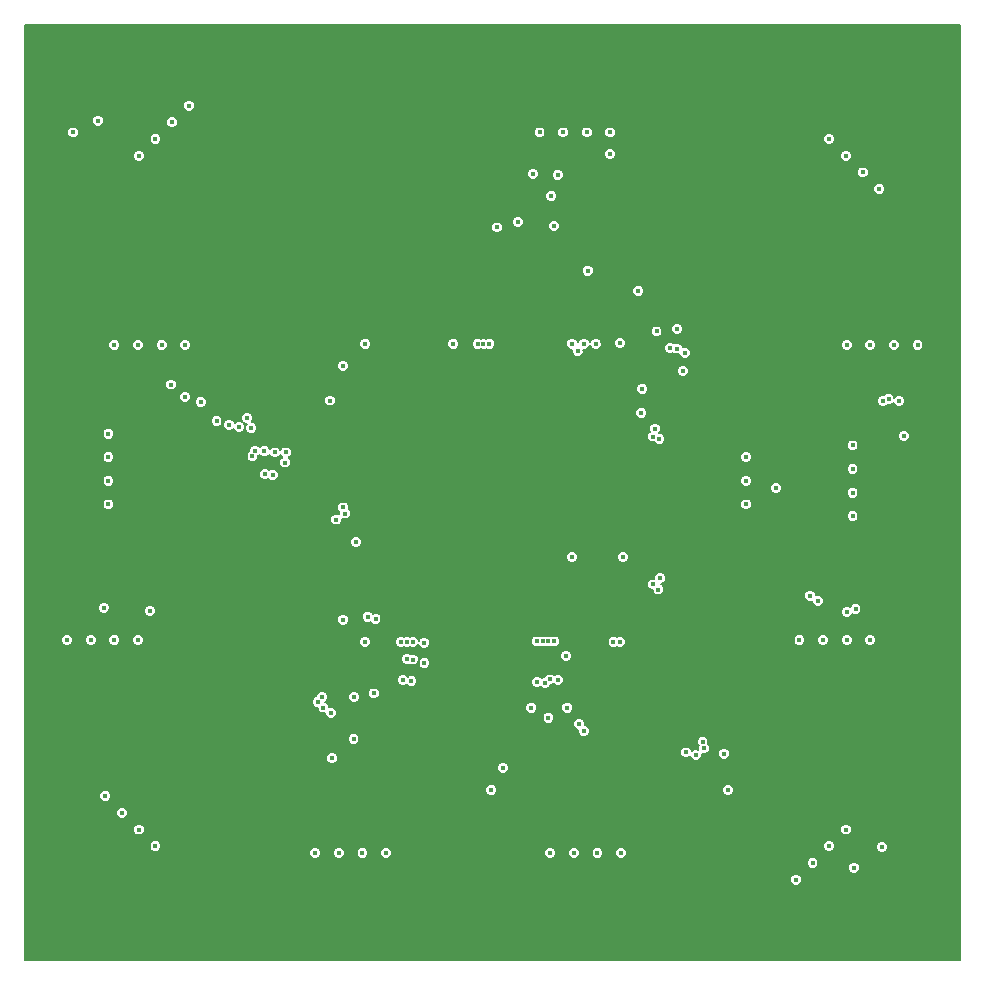
<source format=gbr>
G04 #@! TF.GenerationSoftware,KiCad,Pcbnew,5.0.1-33cea8e~68~ubuntu16.04.1*
G04 #@! TF.CreationDate,2018-11-01T01:01:16-04:00*
G04 #@! TF.ProjectId,SmallKat Jumbo Motherboard,536D616C6C4B6174204A756D626F204D,rev?*
G04 #@! TF.SameCoordinates,Original*
G04 #@! TF.FileFunction,Copper,L4,Bot,Signal*
G04 #@! TF.FilePolarity,Positive*
%FSLAX46Y46*%
G04 Gerber Fmt 4.6, Leading zero omitted, Abs format (unit mm)*
G04 Created by KiCad (PCBNEW 5.0.1-33cea8e~68~ubuntu16.04.1) date Thu 01 Nov 2018 01:01:16 AM EDT*
%MOMM*%
%LPD*%
G01*
G04 APERTURE LIST*
G04 #@! TA.AperFunction,ViaPad*
%ADD10C,0.400000*%
G04 #@! TD*
G04 #@! TA.AperFunction,Conductor*
%ADD11C,0.250000*%
G04 #@! TD*
G04 #@! TA.AperFunction,Conductor*
%ADD12C,0.200000*%
G04 #@! TD*
G04 APERTURE END LIST*
D10*
G04 #@! TO.N,GND*
X71660000Y-43650000D03*
X71630000Y-44370000D03*
X70380000Y-43910000D03*
X69340000Y-43650000D03*
X69340000Y-44350000D03*
X13900000Y-70600000D03*
X13500000Y-70150000D03*
X13400000Y-70600000D03*
X13400000Y-71050000D03*
X12950000Y-70700000D03*
X12900000Y-71150000D03*
X13350000Y-71500000D03*
X12900000Y-71600000D03*
X12450000Y-71200000D03*
X12350000Y-71650000D03*
X12800000Y-72050000D03*
X12350000Y-72150000D03*
X11900000Y-71750000D03*
X11750000Y-72200000D03*
X12200000Y-72600000D03*
X66200000Y-9350000D03*
X66650000Y-9350000D03*
X66250000Y-8900000D03*
X66700000Y-8900000D03*
X67150000Y-9250000D03*
X67150000Y-8800000D03*
X66700000Y-8450000D03*
X67150000Y-8350000D03*
X67600000Y-8800000D03*
X67650000Y-8350000D03*
X67250000Y-7850000D03*
X67700000Y-7800000D03*
X68100000Y-8250000D03*
X68200000Y-7800000D03*
X67750000Y-7350000D03*
X72450000Y-68000000D03*
X72000000Y-68450000D03*
X72000000Y-68000000D03*
X72400000Y-67550000D03*
X71950000Y-67550000D03*
X71500000Y-67950000D03*
X71450000Y-67500000D03*
X71900000Y-67050000D03*
X71450000Y-67050000D03*
X71000000Y-67450000D03*
X70950000Y-67000000D03*
X71400000Y-66550000D03*
X70950000Y-66550000D03*
X70500000Y-66950000D03*
X70500000Y-66500000D03*
X70950000Y-66100000D03*
X70500000Y-66050000D03*
X70050000Y-66450000D03*
X42500000Y-10800000D03*
X42000000Y-10800000D03*
X41550000Y-10800000D03*
X41550000Y-10350000D03*
X42000000Y-10350000D03*
X42500000Y-10350000D03*
X42450000Y-9900000D03*
X42000000Y-9900000D03*
X41550000Y-9900000D03*
X41550000Y-9450000D03*
X42000000Y-9450000D03*
X42450000Y-9450000D03*
X42450000Y-9000000D03*
X42000000Y-9000000D03*
X41550000Y-9000000D03*
X41550000Y-8550000D03*
X42000000Y-8550000D03*
X42450000Y-8550000D03*
X42450000Y-8100000D03*
X42000000Y-8100000D03*
X41550000Y-8100000D03*
X58750000Y-21600000D03*
X57950000Y-21600000D03*
X58400000Y-22850000D03*
X57950000Y-24250000D03*
X58800000Y-24250000D03*
X67550000Y-26150000D03*
X68000000Y-26150000D03*
X68450000Y-26150000D03*
X68450000Y-26600000D03*
X68000000Y-26600000D03*
X67500000Y-26600000D03*
X67500000Y-27050000D03*
X68000000Y-27050000D03*
X68450000Y-27050000D03*
X68450000Y-27500000D03*
X68000000Y-27500000D03*
X67500000Y-27500000D03*
X67500000Y-27950000D03*
X68000000Y-27950000D03*
X68450000Y-27950000D03*
X68450000Y-28400000D03*
X68000000Y-28400000D03*
X67500000Y-28400000D03*
X67500000Y-28850000D03*
X68000000Y-28850000D03*
X68450000Y-28850000D03*
X73550000Y-51200000D03*
X74000000Y-51200000D03*
X74450000Y-51200000D03*
X74450000Y-51650000D03*
X74000000Y-51650000D03*
X73550000Y-51650000D03*
X73550000Y-52100000D03*
X74000000Y-52100000D03*
X74450000Y-52100000D03*
X74450000Y-52550000D03*
X74000000Y-52550000D03*
X73550000Y-52550000D03*
X73550000Y-53000000D03*
X74000000Y-53000000D03*
X74450000Y-53000000D03*
X74450000Y-53450000D03*
X74000000Y-53450000D03*
X73550000Y-53450000D03*
X73550000Y-53900000D03*
X74000000Y-53900000D03*
X74450000Y-53900000D03*
X32550000Y-69100000D03*
X33000000Y-69100000D03*
X33450000Y-69100000D03*
X33450000Y-69550000D03*
X33000000Y-69550000D03*
X32550000Y-69550000D03*
X33450000Y-70000000D03*
X33000000Y-70000000D03*
X32550000Y-70000000D03*
X32550000Y-70500000D03*
X33000000Y-70500000D03*
X33450000Y-70500000D03*
X33450000Y-70950000D03*
X33000000Y-70950000D03*
X32550000Y-70950000D03*
X32550000Y-71400000D03*
X33000000Y-71400000D03*
X33450000Y-71400000D03*
X33450000Y-71850000D03*
X33000000Y-71850000D03*
X32550000Y-71850000D03*
X53350000Y-69200000D03*
X52900000Y-69200000D03*
X52900000Y-69650000D03*
X53350000Y-69650000D03*
X53350000Y-70100000D03*
X52900000Y-70100000D03*
X52900000Y-70550000D03*
X53350000Y-70550000D03*
X53350000Y-71000000D03*
X52900000Y-71000000D03*
X52900000Y-71450000D03*
X53400000Y-71450000D03*
X53400000Y-71900000D03*
X52950000Y-71900000D03*
X52500000Y-71900000D03*
X28700000Y-66700000D03*
X29600000Y-66700000D03*
X33700000Y-67550000D03*
X33700000Y-66550000D03*
X39000000Y-67200000D03*
X36600000Y-66600000D03*
X35050000Y-63300000D03*
X35900000Y-62000000D03*
X61550000Y-43000000D03*
X62700000Y-42650000D03*
X62700000Y-43350000D03*
X60250000Y-43350000D03*
X60250000Y-42650000D03*
X48050000Y-18400000D03*
X48300000Y-23750000D03*
X48300000Y-22850000D03*
X48350000Y-21850000D03*
X40950000Y-21650000D03*
X41900000Y-21650000D03*
X42900000Y-21600000D03*
X44300000Y-22250000D03*
X12450000Y-51150000D03*
X12000000Y-51150000D03*
X11550000Y-51150000D03*
X11550000Y-51600000D03*
X12000000Y-51600000D03*
X12450000Y-51600000D03*
X12450000Y-52050000D03*
X12000000Y-52050000D03*
X11550000Y-52050000D03*
X11550000Y-52500000D03*
X12000000Y-52500000D03*
X12450000Y-52500000D03*
X12450000Y-52950000D03*
X12000000Y-52950000D03*
X11550000Y-52950000D03*
X11550000Y-53400000D03*
X12000000Y-53400000D03*
X12450000Y-53400000D03*
X12450000Y-53850000D03*
X12000000Y-53850000D03*
X11550000Y-53850000D03*
X8850000Y-42550000D03*
X8850000Y-43000000D03*
X8850000Y-43450000D03*
X8400000Y-43450000D03*
X8400000Y-43000000D03*
X8400000Y-42550000D03*
X7950000Y-42550000D03*
X7950000Y-43000000D03*
X7950000Y-43450000D03*
X7500000Y-43450000D03*
X7500000Y-43000000D03*
X7500000Y-42550000D03*
X7050000Y-42550000D03*
X7050000Y-43000000D03*
X7050000Y-43450000D03*
X6600000Y-43450000D03*
X6600000Y-43000000D03*
X6600000Y-42550000D03*
X6150000Y-42550000D03*
X6150000Y-43000000D03*
X6150000Y-43450000D03*
X6450000Y-28800000D03*
X6000000Y-28800000D03*
X5550000Y-28800000D03*
X5550000Y-28350000D03*
X6000000Y-28350000D03*
X6450000Y-28350000D03*
X6450000Y-27900000D03*
X6000000Y-27900000D03*
X5575000Y-27900000D03*
X6450000Y-27475000D03*
X6025000Y-27475000D03*
X5600000Y-27450000D03*
X6475000Y-27050000D03*
X6050000Y-27050000D03*
X5625000Y-27025000D03*
X6450000Y-26625000D03*
X6025000Y-26600000D03*
X5600000Y-26600000D03*
X6450000Y-26175000D03*
X6025000Y-26175000D03*
X5600000Y-26175000D03*
X9575000Y-13375000D03*
X9125000Y-12925000D03*
X8750000Y-12500000D03*
X8325000Y-12125000D03*
X8000000Y-11700000D03*
X7825000Y-12150000D03*
X8275000Y-12575000D03*
X8675000Y-13000000D03*
X9100000Y-13450000D03*
X9575000Y-13975000D03*
X9075000Y-13900000D03*
X8650000Y-13475000D03*
X8225000Y-13075000D03*
X7825000Y-12650000D03*
X7400000Y-12250000D03*
X26450000Y-10950000D03*
X26000000Y-10900000D03*
X25550000Y-10900000D03*
X25550000Y-10450000D03*
X26000000Y-10450000D03*
X26450000Y-10450000D03*
X26450000Y-10000000D03*
X26000000Y-10000000D03*
X25550000Y-10000000D03*
X25550000Y-9550000D03*
X26000000Y-9550000D03*
X26450000Y-9550000D03*
X26450000Y-9100000D03*
X26000000Y-9100000D03*
X25550000Y-9100000D03*
X25550000Y-8650000D03*
X26000000Y-8650000D03*
X26450000Y-8650000D03*
X26450000Y-8200000D03*
X26000000Y-8200000D03*
X25550000Y-8200000D03*
X25550000Y-9100000D03*
X25550000Y-9100000D03*
X6450000Y-26625000D03*
X6450000Y-26625000D03*
X28450000Y-35750000D03*
X28450000Y-39750000D03*
X24800000Y-44200000D03*
X23400000Y-43100000D03*
X28500000Y-47250000D03*
X30750000Y-51500000D03*
X37250000Y-51250000D03*
X42300000Y-51350000D03*
X51300000Y-50300000D03*
X51600000Y-44250000D03*
X51550000Y-38750000D03*
X51400000Y-32250000D03*
X49750000Y-28450000D03*
X43300000Y-28500000D03*
X38250000Y-28400000D03*
X34260000Y-25070000D03*
X52450000Y-71450000D03*
X52450000Y-71000000D03*
X52450000Y-70550000D03*
X52450000Y-70100000D03*
X52450000Y-69650000D03*
X52450000Y-69200000D03*
X23565000Y-41850000D03*
X23850000Y-32000000D03*
X23260000Y-33560000D03*
X31250000Y-25050000D03*
X66700000Y-9800000D03*
X13850000Y-71100000D03*
G04 #@! TO.N,+3V3*
X61500000Y-41000000D03*
X39920000Y-65200000D03*
X40910000Y-63290000D03*
X70500000Y-42000000D03*
G04 #@! TO.N,SWCLK*
X48750000Y-27380000D03*
X70500000Y-38000000D03*
G04 #@! TO.N,SWDIO*
X52620000Y-33250000D03*
X70500000Y-40000000D03*
G04 #@! TO.N,SCK5*
X27380000Y-41250000D03*
X21600000Y-36600000D03*
X19600000Y-34548000D03*
X8000000Y-27500000D03*
X10000000Y-52500000D03*
X21400000Y-38500000D03*
X22450000Y-37450000D03*
X72000000Y-52500000D03*
X70000000Y-27500000D03*
X70750000Y-49850000D03*
X66900000Y-48720990D03*
X73050000Y-32240000D03*
X74829010Y-35200000D03*
G04 #@! TO.N,MISO5*
X10000000Y-27500000D03*
X12800000Y-30850000D03*
X14000000Y-31900000D03*
X18564966Y-34435034D03*
X20700000Y-36500000D03*
X27537247Y-41772998D03*
X8000000Y-52500000D03*
X20750000Y-38450000D03*
X70000000Y-52500000D03*
X73548000Y-32100000D03*
X72000000Y-27500000D03*
X67572990Y-49172990D03*
X70000000Y-50100000D03*
X74452000Y-32230000D03*
G04 #@! TO.N,MOSI5*
X26793924Y-42274039D03*
X19900000Y-36450000D03*
X17700000Y-34250000D03*
X15300000Y-32352000D03*
X12000000Y-27500000D03*
X6000000Y-52500000D03*
X68000000Y-52500000D03*
X74000000Y-27500000D03*
G04 #@! TO.N,SCK1*
X32250000Y-52650000D03*
X56405387Y-61994613D03*
X57800000Y-61100000D03*
X69939340Y-68525126D03*
X11474874Y-69939340D03*
X68525126Y-10060660D03*
X26350000Y-58650000D03*
X29950000Y-57000000D03*
X10060660Y-11474874D03*
X4500000Y-9500000D03*
X72969613Y-70019613D03*
G04 #@! TO.N,MISO1*
X32750000Y-52650000D03*
X57230387Y-62219613D03*
X57944613Y-61655387D03*
X68525126Y-69939340D03*
X32750000Y-54100000D03*
X10060660Y-68525126D03*
X69939340Y-11474874D03*
X25700000Y-58198000D03*
X6600000Y-8500000D03*
X11474874Y-10060660D03*
X70600000Y-71750000D03*
G04 #@! TO.N,MOSI1*
X33250000Y-52650000D03*
X67110913Y-71353553D03*
X33250000Y-54133656D03*
X8646447Y-67110913D03*
X71353553Y-12889087D03*
X25200000Y-57746000D03*
X28300000Y-57300000D03*
X32408708Y-55873221D03*
X12889087Y-8646447D03*
G04 #@! TO.N,SCK4*
X44250000Y-52600000D03*
X50900000Y-70500000D03*
X44450000Y-56139828D03*
X47729010Y-60200000D03*
G04 #@! TO.N,MISO4*
X44750000Y-52600000D03*
X48900000Y-70500000D03*
X47352000Y-59600000D03*
X44882192Y-55812720D03*
G04 #@! TO.N,MOSI4*
X45250000Y-52600000D03*
X45550000Y-55850000D03*
X46900000Y-70500000D03*
X46350000Y-58200000D03*
G04 #@! TO.N,SCK2*
X31000000Y-70500000D03*
X43300000Y-58210000D03*
X46260000Y-53810000D03*
G04 #@! TO.N,MISO2*
X30109934Y-50676725D03*
X29000000Y-70500000D03*
G04 #@! TO.N,MOSI2*
X29440000Y-50500000D03*
X27000000Y-70500000D03*
G04 #@! TO.N,TX*
X53620000Y-35250000D03*
X61500000Y-37000000D03*
G04 #@! TO.N,RX*
X61500000Y-39000000D03*
X54147990Y-35445041D03*
X53765272Y-34572529D03*
G04 #@! TO.N,USBDM*
X55065049Y-27776989D03*
X54060000Y-48200000D03*
X54207990Y-47260000D03*
G04 #@! TO.N,USBDP*
X55600000Y-27800000D03*
X53610000Y-47770000D03*
G04 #@! TO.N,SCK3*
X7500000Y-41000000D03*
X19685964Y-36931581D03*
X22500000Y-36600000D03*
X47750000Y-27380000D03*
G04 #@! TO.N,MISO3*
X47220652Y-28004130D03*
X7500000Y-39000000D03*
G04 #@! TO.N,MOSI3*
X7500000Y-37000000D03*
X46750000Y-27380000D03*
G04 #@! TO.N,MISO6*
X39750000Y-27400000D03*
X46000000Y-9500000D03*
X45000000Y-14900000D03*
X45530387Y-13080387D03*
G04 #@! TO.N,SCK6*
X39250000Y-27400000D03*
X44000000Y-9500000D03*
G04 #@! TO.N,MOSI6*
X38750000Y-27400000D03*
X48000000Y-9500000D03*
X40400000Y-17550000D03*
X42144613Y-17094613D03*
X48000000Y-9500000D03*
G04 #@! TO.N,+5V*
X45210000Y-17420000D03*
X48065000Y-21200000D03*
X52360000Y-22940000D03*
G04 #@! TO.N,CS1_1*
X29250000Y-27400000D03*
X14303301Y-7232233D03*
G04 #@! TO.N,CS1_2*
X50800000Y-27350000D03*
X53900000Y-26350000D03*
X55650000Y-26150000D03*
X72767767Y-14303301D03*
G04 #@! TO.N,CS2*
X25000000Y-70500000D03*
X26450000Y-62500000D03*
X28250000Y-60850000D03*
X33150000Y-55950000D03*
X34250000Y-54450000D03*
X34227002Y-52700000D03*
G04 #@! TO.N,CS1_3*
X25600000Y-57294000D03*
X7232233Y-65696699D03*
X29207990Y-52631048D03*
G04 #@! TO.N,CS1_4*
X50250000Y-52650000D03*
X59600000Y-62100000D03*
X59950000Y-65200000D03*
X65696699Y-72767767D03*
G04 #@! TO.N,CS5_1*
X27350000Y-29250000D03*
X14000000Y-27500000D03*
G04 #@! TO.N,CS5_2*
X52700000Y-31200000D03*
X76000000Y-27500000D03*
X56300000Y-28167158D03*
X56120000Y-29710000D03*
G04 #@! TO.N,CS3*
X26250000Y-32200000D03*
X19250000Y-33700000D03*
X16650000Y-33950000D03*
X7500000Y-35000000D03*
G04 #@! TO.N,CS4*
X43750000Y-52600000D03*
X43800000Y-56050000D03*
X44750000Y-59050000D03*
X44900000Y-70500000D03*
G04 #@! TO.N,CS5_3*
X4000000Y-52500000D03*
X7100000Y-49750000D03*
X11000000Y-50000000D03*
X27380000Y-50750000D03*
G04 #@! TO.N,CS5_4*
X50800000Y-52650000D03*
X66000000Y-52500000D03*
G04 #@! TO.N,CS6*
X36700000Y-27400000D03*
X43450000Y-13000000D03*
X49950000Y-11350000D03*
X49950000Y-9500000D03*
G04 #@! TO.N,NRST*
X70500000Y-36000000D03*
X64008000Y-39624000D03*
X51054000Y-45466000D03*
X46736000Y-45466000D03*
X28448000Y-44196000D03*
G04 #@! TD*
D11*
G04 #@! TO.N,GND*
X23400000Y-44200000D02*
X23500000Y-44200000D01*
G04 #@! TD*
D12*
G04 #@! TO.N,GND*
G36*
X79600000Y-79600000D02*
X400000Y-79600000D01*
X400000Y-72668311D01*
X65196699Y-72668311D01*
X65196699Y-72867223D01*
X65272819Y-73050994D01*
X65413472Y-73191647D01*
X65597243Y-73267767D01*
X65796155Y-73267767D01*
X65979926Y-73191647D01*
X66120579Y-73050994D01*
X66196699Y-72867223D01*
X66196699Y-72668311D01*
X66120579Y-72484540D01*
X65979926Y-72343887D01*
X65796155Y-72267767D01*
X65597243Y-72267767D01*
X65413472Y-72343887D01*
X65272819Y-72484540D01*
X65196699Y-72668311D01*
X400000Y-72668311D01*
X400000Y-71254097D01*
X66610913Y-71254097D01*
X66610913Y-71453009D01*
X66687033Y-71636780D01*
X66827686Y-71777433D01*
X67011457Y-71853553D01*
X67210369Y-71853553D01*
X67394140Y-71777433D01*
X67521029Y-71650544D01*
X70100000Y-71650544D01*
X70100000Y-71849456D01*
X70176120Y-72033227D01*
X70316773Y-72173880D01*
X70500544Y-72250000D01*
X70699456Y-72250000D01*
X70883227Y-72173880D01*
X71023880Y-72033227D01*
X71100000Y-71849456D01*
X71100000Y-71650544D01*
X71023880Y-71466773D01*
X70883227Y-71326120D01*
X70699456Y-71250000D01*
X70500544Y-71250000D01*
X70316773Y-71326120D01*
X70176120Y-71466773D01*
X70100000Y-71650544D01*
X67521029Y-71650544D01*
X67534793Y-71636780D01*
X67610913Y-71453009D01*
X67610913Y-71254097D01*
X67534793Y-71070326D01*
X67394140Y-70929673D01*
X67210369Y-70853553D01*
X67011457Y-70853553D01*
X66827686Y-70929673D01*
X66687033Y-71070326D01*
X66610913Y-71254097D01*
X400000Y-71254097D01*
X400000Y-69839884D01*
X10974874Y-69839884D01*
X10974874Y-70038796D01*
X11050994Y-70222567D01*
X11191647Y-70363220D01*
X11375418Y-70439340D01*
X11574330Y-70439340D01*
X11667992Y-70400544D01*
X24500000Y-70400544D01*
X24500000Y-70599456D01*
X24576120Y-70783227D01*
X24716773Y-70923880D01*
X24900544Y-71000000D01*
X25099456Y-71000000D01*
X25283227Y-70923880D01*
X25423880Y-70783227D01*
X25500000Y-70599456D01*
X25500000Y-70400544D01*
X26500000Y-70400544D01*
X26500000Y-70599456D01*
X26576120Y-70783227D01*
X26716773Y-70923880D01*
X26900544Y-71000000D01*
X27099456Y-71000000D01*
X27283227Y-70923880D01*
X27423880Y-70783227D01*
X27500000Y-70599456D01*
X27500000Y-70400544D01*
X28500000Y-70400544D01*
X28500000Y-70599456D01*
X28576120Y-70783227D01*
X28716773Y-70923880D01*
X28900544Y-71000000D01*
X29099456Y-71000000D01*
X29283227Y-70923880D01*
X29423880Y-70783227D01*
X29500000Y-70599456D01*
X29500000Y-70400544D01*
X30500000Y-70400544D01*
X30500000Y-70599456D01*
X30576120Y-70783227D01*
X30716773Y-70923880D01*
X30900544Y-71000000D01*
X31099456Y-71000000D01*
X31283227Y-70923880D01*
X31423880Y-70783227D01*
X31500000Y-70599456D01*
X31500000Y-70400544D01*
X44400000Y-70400544D01*
X44400000Y-70599456D01*
X44476120Y-70783227D01*
X44616773Y-70923880D01*
X44800544Y-71000000D01*
X44999456Y-71000000D01*
X45183227Y-70923880D01*
X45323880Y-70783227D01*
X45400000Y-70599456D01*
X45400000Y-70400544D01*
X46400000Y-70400544D01*
X46400000Y-70599456D01*
X46476120Y-70783227D01*
X46616773Y-70923880D01*
X46800544Y-71000000D01*
X46999456Y-71000000D01*
X47183227Y-70923880D01*
X47323880Y-70783227D01*
X47400000Y-70599456D01*
X47400000Y-70400544D01*
X48400000Y-70400544D01*
X48400000Y-70599456D01*
X48476120Y-70783227D01*
X48616773Y-70923880D01*
X48800544Y-71000000D01*
X48999456Y-71000000D01*
X49183227Y-70923880D01*
X49323880Y-70783227D01*
X49400000Y-70599456D01*
X49400000Y-70400544D01*
X50400000Y-70400544D01*
X50400000Y-70599456D01*
X50476120Y-70783227D01*
X50616773Y-70923880D01*
X50800544Y-71000000D01*
X50999456Y-71000000D01*
X51183227Y-70923880D01*
X51323880Y-70783227D01*
X51400000Y-70599456D01*
X51400000Y-70400544D01*
X51323880Y-70216773D01*
X51183227Y-70076120D01*
X50999456Y-70000000D01*
X50800544Y-70000000D01*
X50616773Y-70076120D01*
X50476120Y-70216773D01*
X50400000Y-70400544D01*
X49400000Y-70400544D01*
X49323880Y-70216773D01*
X49183227Y-70076120D01*
X48999456Y-70000000D01*
X48800544Y-70000000D01*
X48616773Y-70076120D01*
X48476120Y-70216773D01*
X48400000Y-70400544D01*
X47400000Y-70400544D01*
X47323880Y-70216773D01*
X47183227Y-70076120D01*
X46999456Y-70000000D01*
X46800544Y-70000000D01*
X46616773Y-70076120D01*
X46476120Y-70216773D01*
X46400000Y-70400544D01*
X45400000Y-70400544D01*
X45323880Y-70216773D01*
X45183227Y-70076120D01*
X44999456Y-70000000D01*
X44800544Y-70000000D01*
X44616773Y-70076120D01*
X44476120Y-70216773D01*
X44400000Y-70400544D01*
X31500000Y-70400544D01*
X31423880Y-70216773D01*
X31283227Y-70076120D01*
X31099456Y-70000000D01*
X30900544Y-70000000D01*
X30716773Y-70076120D01*
X30576120Y-70216773D01*
X30500000Y-70400544D01*
X29500000Y-70400544D01*
X29423880Y-70216773D01*
X29283227Y-70076120D01*
X29099456Y-70000000D01*
X28900544Y-70000000D01*
X28716773Y-70076120D01*
X28576120Y-70216773D01*
X28500000Y-70400544D01*
X27500000Y-70400544D01*
X27423880Y-70216773D01*
X27283227Y-70076120D01*
X27099456Y-70000000D01*
X26900544Y-70000000D01*
X26716773Y-70076120D01*
X26576120Y-70216773D01*
X26500000Y-70400544D01*
X25500000Y-70400544D01*
X25423880Y-70216773D01*
X25283227Y-70076120D01*
X25099456Y-70000000D01*
X24900544Y-70000000D01*
X24716773Y-70076120D01*
X24576120Y-70216773D01*
X24500000Y-70400544D01*
X11667992Y-70400544D01*
X11758101Y-70363220D01*
X11898754Y-70222567D01*
X11974874Y-70038796D01*
X11974874Y-69839884D01*
X68025126Y-69839884D01*
X68025126Y-70038796D01*
X68101246Y-70222567D01*
X68241899Y-70363220D01*
X68425670Y-70439340D01*
X68624582Y-70439340D01*
X68808353Y-70363220D01*
X68949006Y-70222567D01*
X69025126Y-70038796D01*
X69025126Y-69920157D01*
X72469613Y-69920157D01*
X72469613Y-70119069D01*
X72545733Y-70302840D01*
X72686386Y-70443493D01*
X72870157Y-70519613D01*
X73069069Y-70519613D01*
X73252840Y-70443493D01*
X73393493Y-70302840D01*
X73469613Y-70119069D01*
X73469613Y-69920157D01*
X73393493Y-69736386D01*
X73252840Y-69595733D01*
X73069069Y-69519613D01*
X72870157Y-69519613D01*
X72686386Y-69595733D01*
X72545733Y-69736386D01*
X72469613Y-69920157D01*
X69025126Y-69920157D01*
X69025126Y-69839884D01*
X68949006Y-69656113D01*
X68808353Y-69515460D01*
X68624582Y-69439340D01*
X68425670Y-69439340D01*
X68241899Y-69515460D01*
X68101246Y-69656113D01*
X68025126Y-69839884D01*
X11974874Y-69839884D01*
X11898754Y-69656113D01*
X11758101Y-69515460D01*
X11574330Y-69439340D01*
X11375418Y-69439340D01*
X11191647Y-69515460D01*
X11050994Y-69656113D01*
X10974874Y-69839884D01*
X400000Y-69839884D01*
X400000Y-68425670D01*
X9560660Y-68425670D01*
X9560660Y-68624582D01*
X9636780Y-68808353D01*
X9777433Y-68949006D01*
X9961204Y-69025126D01*
X10160116Y-69025126D01*
X10343887Y-68949006D01*
X10484540Y-68808353D01*
X10560660Y-68624582D01*
X10560660Y-68425670D01*
X69439340Y-68425670D01*
X69439340Y-68624582D01*
X69515460Y-68808353D01*
X69656113Y-68949006D01*
X69839884Y-69025126D01*
X70038796Y-69025126D01*
X70222567Y-68949006D01*
X70363220Y-68808353D01*
X70439340Y-68624582D01*
X70439340Y-68425670D01*
X70363220Y-68241899D01*
X70222567Y-68101246D01*
X70038796Y-68025126D01*
X69839884Y-68025126D01*
X69656113Y-68101246D01*
X69515460Y-68241899D01*
X69439340Y-68425670D01*
X10560660Y-68425670D01*
X10484540Y-68241899D01*
X10343887Y-68101246D01*
X10160116Y-68025126D01*
X9961204Y-68025126D01*
X9777433Y-68101246D01*
X9636780Y-68241899D01*
X9560660Y-68425670D01*
X400000Y-68425670D01*
X400000Y-67011457D01*
X8146447Y-67011457D01*
X8146447Y-67210369D01*
X8222567Y-67394140D01*
X8363220Y-67534793D01*
X8546991Y-67610913D01*
X8745903Y-67610913D01*
X8929674Y-67534793D01*
X9070327Y-67394140D01*
X9146447Y-67210369D01*
X9146447Y-67011457D01*
X9070327Y-66827686D01*
X8929674Y-66687033D01*
X8745903Y-66610913D01*
X8546991Y-66610913D01*
X8363220Y-66687033D01*
X8222567Y-66827686D01*
X8146447Y-67011457D01*
X400000Y-67011457D01*
X400000Y-65597243D01*
X6732233Y-65597243D01*
X6732233Y-65796155D01*
X6808353Y-65979926D01*
X6949006Y-66120579D01*
X7132777Y-66196699D01*
X7331689Y-66196699D01*
X7515460Y-66120579D01*
X7656113Y-65979926D01*
X7732233Y-65796155D01*
X7732233Y-65597243D01*
X7656113Y-65413472D01*
X7515460Y-65272819D01*
X7331689Y-65196699D01*
X7132777Y-65196699D01*
X6949006Y-65272819D01*
X6808353Y-65413472D01*
X6732233Y-65597243D01*
X400000Y-65597243D01*
X400000Y-65100544D01*
X39420000Y-65100544D01*
X39420000Y-65299456D01*
X39496120Y-65483227D01*
X39636773Y-65623880D01*
X39820544Y-65700000D01*
X40019456Y-65700000D01*
X40203227Y-65623880D01*
X40343880Y-65483227D01*
X40420000Y-65299456D01*
X40420000Y-65100544D01*
X59450000Y-65100544D01*
X59450000Y-65299456D01*
X59526120Y-65483227D01*
X59666773Y-65623880D01*
X59850544Y-65700000D01*
X60049456Y-65700000D01*
X60233227Y-65623880D01*
X60373880Y-65483227D01*
X60450000Y-65299456D01*
X60450000Y-65100544D01*
X60373880Y-64916773D01*
X60233227Y-64776120D01*
X60049456Y-64700000D01*
X59850544Y-64700000D01*
X59666773Y-64776120D01*
X59526120Y-64916773D01*
X59450000Y-65100544D01*
X40420000Y-65100544D01*
X40343880Y-64916773D01*
X40203227Y-64776120D01*
X40019456Y-64700000D01*
X39820544Y-64700000D01*
X39636773Y-64776120D01*
X39496120Y-64916773D01*
X39420000Y-65100544D01*
X400000Y-65100544D01*
X400000Y-63190544D01*
X40410000Y-63190544D01*
X40410000Y-63389456D01*
X40486120Y-63573227D01*
X40626773Y-63713880D01*
X40810544Y-63790000D01*
X41009456Y-63790000D01*
X41193227Y-63713880D01*
X41333880Y-63573227D01*
X41410000Y-63389456D01*
X41410000Y-63190544D01*
X41333880Y-63006773D01*
X41193227Y-62866120D01*
X41009456Y-62790000D01*
X40810544Y-62790000D01*
X40626773Y-62866120D01*
X40486120Y-63006773D01*
X40410000Y-63190544D01*
X400000Y-63190544D01*
X400000Y-62400544D01*
X25950000Y-62400544D01*
X25950000Y-62599456D01*
X26026120Y-62783227D01*
X26166773Y-62923880D01*
X26350544Y-63000000D01*
X26549456Y-63000000D01*
X26733227Y-62923880D01*
X26873880Y-62783227D01*
X26950000Y-62599456D01*
X26950000Y-62400544D01*
X26873880Y-62216773D01*
X26733227Y-62076120D01*
X26549456Y-62000000D01*
X26350544Y-62000000D01*
X26166773Y-62076120D01*
X26026120Y-62216773D01*
X25950000Y-62400544D01*
X400000Y-62400544D01*
X400000Y-61895157D01*
X55905387Y-61895157D01*
X55905387Y-62094069D01*
X55981507Y-62277840D01*
X56122160Y-62418493D01*
X56305931Y-62494613D01*
X56504843Y-62494613D01*
X56688614Y-62418493D01*
X56747273Y-62359834D01*
X56806507Y-62502840D01*
X56947160Y-62643493D01*
X57130931Y-62719613D01*
X57329843Y-62719613D01*
X57513614Y-62643493D01*
X57654267Y-62502840D01*
X57730387Y-62319069D01*
X57730387Y-62120157D01*
X57724233Y-62105299D01*
X57845157Y-62155387D01*
X58044069Y-62155387D01*
X58227840Y-62079267D01*
X58306563Y-62000544D01*
X59100000Y-62000544D01*
X59100000Y-62199456D01*
X59176120Y-62383227D01*
X59316773Y-62523880D01*
X59500544Y-62600000D01*
X59699456Y-62600000D01*
X59883227Y-62523880D01*
X60023880Y-62383227D01*
X60100000Y-62199456D01*
X60100000Y-62000544D01*
X60023880Y-61816773D01*
X59883227Y-61676120D01*
X59699456Y-61600000D01*
X59500544Y-61600000D01*
X59316773Y-61676120D01*
X59176120Y-61816773D01*
X59100000Y-62000544D01*
X58306563Y-62000544D01*
X58368493Y-61938614D01*
X58444613Y-61754843D01*
X58444613Y-61555931D01*
X58368493Y-61372160D01*
X58269477Y-61273144D01*
X58300000Y-61199456D01*
X58300000Y-61000544D01*
X58223880Y-60816773D01*
X58083227Y-60676120D01*
X57899456Y-60600000D01*
X57700544Y-60600000D01*
X57516773Y-60676120D01*
X57376120Y-60816773D01*
X57300000Y-61000544D01*
X57300000Y-61199456D01*
X57376120Y-61383227D01*
X57475136Y-61482243D01*
X57444613Y-61555931D01*
X57444613Y-61754843D01*
X57450767Y-61769701D01*
X57329843Y-61719613D01*
X57130931Y-61719613D01*
X56947160Y-61795733D01*
X56888501Y-61854392D01*
X56829267Y-61711386D01*
X56688614Y-61570733D01*
X56504843Y-61494613D01*
X56305931Y-61494613D01*
X56122160Y-61570733D01*
X55981507Y-61711386D01*
X55905387Y-61895157D01*
X400000Y-61895157D01*
X400000Y-60750544D01*
X27750000Y-60750544D01*
X27750000Y-60949456D01*
X27826120Y-61133227D01*
X27966773Y-61273880D01*
X28150544Y-61350000D01*
X28349456Y-61350000D01*
X28533227Y-61273880D01*
X28673880Y-61133227D01*
X28750000Y-60949456D01*
X28750000Y-60750544D01*
X28673880Y-60566773D01*
X28533227Y-60426120D01*
X28349456Y-60350000D01*
X28150544Y-60350000D01*
X27966773Y-60426120D01*
X27826120Y-60566773D01*
X27750000Y-60750544D01*
X400000Y-60750544D01*
X400000Y-57646544D01*
X24700000Y-57646544D01*
X24700000Y-57845456D01*
X24776120Y-58029227D01*
X24916773Y-58169880D01*
X25100544Y-58246000D01*
X25200000Y-58246000D01*
X25200000Y-58297456D01*
X25276120Y-58481227D01*
X25416773Y-58621880D01*
X25600544Y-58698000D01*
X25799456Y-58698000D01*
X25850000Y-58677064D01*
X25850000Y-58749456D01*
X25926120Y-58933227D01*
X26066773Y-59073880D01*
X26250544Y-59150000D01*
X26449456Y-59150000D01*
X26633227Y-59073880D01*
X26756563Y-58950544D01*
X44250000Y-58950544D01*
X44250000Y-59149456D01*
X44326120Y-59333227D01*
X44466773Y-59473880D01*
X44650544Y-59550000D01*
X44849456Y-59550000D01*
X44968854Y-59500544D01*
X46852000Y-59500544D01*
X46852000Y-59699456D01*
X46928120Y-59883227D01*
X47068773Y-60023880D01*
X47232649Y-60091759D01*
X47229010Y-60100544D01*
X47229010Y-60299456D01*
X47305130Y-60483227D01*
X47445783Y-60623880D01*
X47629554Y-60700000D01*
X47828466Y-60700000D01*
X48012237Y-60623880D01*
X48152890Y-60483227D01*
X48229010Y-60299456D01*
X48229010Y-60100544D01*
X48152890Y-59916773D01*
X48012237Y-59776120D01*
X47848361Y-59708241D01*
X47852000Y-59699456D01*
X47852000Y-59500544D01*
X47775880Y-59316773D01*
X47635227Y-59176120D01*
X47451456Y-59100000D01*
X47252544Y-59100000D01*
X47068773Y-59176120D01*
X46928120Y-59316773D01*
X46852000Y-59500544D01*
X44968854Y-59500544D01*
X45033227Y-59473880D01*
X45173880Y-59333227D01*
X45250000Y-59149456D01*
X45250000Y-58950544D01*
X45173880Y-58766773D01*
X45033227Y-58626120D01*
X44849456Y-58550000D01*
X44650544Y-58550000D01*
X44466773Y-58626120D01*
X44326120Y-58766773D01*
X44250000Y-58950544D01*
X26756563Y-58950544D01*
X26773880Y-58933227D01*
X26850000Y-58749456D01*
X26850000Y-58550544D01*
X26773880Y-58366773D01*
X26633227Y-58226120D01*
X26449456Y-58150000D01*
X26250544Y-58150000D01*
X26200000Y-58170936D01*
X26200000Y-58110544D01*
X42800000Y-58110544D01*
X42800000Y-58309456D01*
X42876120Y-58493227D01*
X43016773Y-58633880D01*
X43200544Y-58710000D01*
X43399456Y-58710000D01*
X43583227Y-58633880D01*
X43723880Y-58493227D01*
X43800000Y-58309456D01*
X43800000Y-58110544D01*
X43795858Y-58100544D01*
X45850000Y-58100544D01*
X45850000Y-58299456D01*
X45926120Y-58483227D01*
X46066773Y-58623880D01*
X46250544Y-58700000D01*
X46449456Y-58700000D01*
X46633227Y-58623880D01*
X46773880Y-58483227D01*
X46850000Y-58299456D01*
X46850000Y-58100544D01*
X46773880Y-57916773D01*
X46633227Y-57776120D01*
X46449456Y-57700000D01*
X46250544Y-57700000D01*
X46066773Y-57776120D01*
X45926120Y-57916773D01*
X45850000Y-58100544D01*
X43795858Y-58100544D01*
X43723880Y-57926773D01*
X43583227Y-57786120D01*
X43399456Y-57710000D01*
X43200544Y-57710000D01*
X43016773Y-57786120D01*
X42876120Y-57926773D01*
X42800000Y-58110544D01*
X26200000Y-58110544D01*
X26200000Y-58098544D01*
X26123880Y-57914773D01*
X25983227Y-57774120D01*
X25865339Y-57725289D01*
X25883227Y-57717880D01*
X26023880Y-57577227D01*
X26100000Y-57393456D01*
X26100000Y-57200544D01*
X27800000Y-57200544D01*
X27800000Y-57399456D01*
X27876120Y-57583227D01*
X28016773Y-57723880D01*
X28200544Y-57800000D01*
X28399456Y-57800000D01*
X28583227Y-57723880D01*
X28723880Y-57583227D01*
X28800000Y-57399456D01*
X28800000Y-57200544D01*
X28723880Y-57016773D01*
X28607651Y-56900544D01*
X29450000Y-56900544D01*
X29450000Y-57099456D01*
X29526120Y-57283227D01*
X29666773Y-57423880D01*
X29850544Y-57500000D01*
X30049456Y-57500000D01*
X30233227Y-57423880D01*
X30373880Y-57283227D01*
X30450000Y-57099456D01*
X30450000Y-56900544D01*
X30373880Y-56716773D01*
X30233227Y-56576120D01*
X30049456Y-56500000D01*
X29850544Y-56500000D01*
X29666773Y-56576120D01*
X29526120Y-56716773D01*
X29450000Y-56900544D01*
X28607651Y-56900544D01*
X28583227Y-56876120D01*
X28399456Y-56800000D01*
X28200544Y-56800000D01*
X28016773Y-56876120D01*
X27876120Y-57016773D01*
X27800000Y-57200544D01*
X26100000Y-57200544D01*
X26100000Y-57194544D01*
X26023880Y-57010773D01*
X25883227Y-56870120D01*
X25699456Y-56794000D01*
X25500544Y-56794000D01*
X25316773Y-56870120D01*
X25176120Y-57010773D01*
X25100000Y-57194544D01*
X25100000Y-57246225D01*
X24916773Y-57322120D01*
X24776120Y-57462773D01*
X24700000Y-57646544D01*
X400000Y-57646544D01*
X400000Y-55773765D01*
X31908708Y-55773765D01*
X31908708Y-55972677D01*
X31984828Y-56156448D01*
X32125481Y-56297101D01*
X32309252Y-56373221D01*
X32508164Y-56373221D01*
X32691935Y-56297101D01*
X32740965Y-56248072D01*
X32866773Y-56373880D01*
X33050544Y-56450000D01*
X33249456Y-56450000D01*
X33433227Y-56373880D01*
X33573880Y-56233227D01*
X33650000Y-56049456D01*
X33650000Y-55950544D01*
X43300000Y-55950544D01*
X43300000Y-56149456D01*
X43376120Y-56333227D01*
X43516773Y-56473880D01*
X43700544Y-56550000D01*
X43899456Y-56550000D01*
X44078785Y-56475720D01*
X44166773Y-56563708D01*
X44350544Y-56639828D01*
X44549456Y-56639828D01*
X44733227Y-56563708D01*
X44873880Y-56423055D01*
X44919582Y-56312720D01*
X44981648Y-56312720D01*
X45165419Y-56236600D01*
X45197456Y-56204563D01*
X45266773Y-56273880D01*
X45450544Y-56350000D01*
X45649456Y-56350000D01*
X45833227Y-56273880D01*
X45973880Y-56133227D01*
X46050000Y-55949456D01*
X46050000Y-55750544D01*
X45973880Y-55566773D01*
X45833227Y-55426120D01*
X45649456Y-55350000D01*
X45450544Y-55350000D01*
X45266773Y-55426120D01*
X45234736Y-55458157D01*
X45165419Y-55388840D01*
X44981648Y-55312720D01*
X44782736Y-55312720D01*
X44598965Y-55388840D01*
X44458312Y-55529493D01*
X44412610Y-55639828D01*
X44350544Y-55639828D01*
X44171215Y-55714108D01*
X44083227Y-55626120D01*
X43899456Y-55550000D01*
X43700544Y-55550000D01*
X43516773Y-55626120D01*
X43376120Y-55766773D01*
X43300000Y-55950544D01*
X33650000Y-55950544D01*
X33650000Y-55850544D01*
X33573880Y-55666773D01*
X33433227Y-55526120D01*
X33249456Y-55450000D01*
X33050544Y-55450000D01*
X32866773Y-55526120D01*
X32817744Y-55575150D01*
X32691935Y-55449341D01*
X32508164Y-55373221D01*
X32309252Y-55373221D01*
X32125481Y-55449341D01*
X31984828Y-55589994D01*
X31908708Y-55773765D01*
X400000Y-55773765D01*
X400000Y-54000544D01*
X32250000Y-54000544D01*
X32250000Y-54199456D01*
X32326120Y-54383227D01*
X32466773Y-54523880D01*
X32650544Y-54600000D01*
X32849456Y-54600000D01*
X32962438Y-54553201D01*
X32966773Y-54557536D01*
X33150544Y-54633656D01*
X33349456Y-54633656D01*
X33533227Y-54557536D01*
X33673880Y-54416883D01*
X33701358Y-54350544D01*
X33750000Y-54350544D01*
X33750000Y-54549456D01*
X33826120Y-54733227D01*
X33966773Y-54873880D01*
X34150544Y-54950000D01*
X34349456Y-54950000D01*
X34533227Y-54873880D01*
X34673880Y-54733227D01*
X34750000Y-54549456D01*
X34750000Y-54350544D01*
X34673880Y-54166773D01*
X34533227Y-54026120D01*
X34349456Y-53950000D01*
X34150544Y-53950000D01*
X33966773Y-54026120D01*
X33826120Y-54166773D01*
X33750000Y-54350544D01*
X33701358Y-54350544D01*
X33750000Y-54233112D01*
X33750000Y-54034200D01*
X33673880Y-53850429D01*
X33533995Y-53710544D01*
X45760000Y-53710544D01*
X45760000Y-53909456D01*
X45836120Y-54093227D01*
X45976773Y-54233880D01*
X46160544Y-54310000D01*
X46359456Y-54310000D01*
X46543227Y-54233880D01*
X46683880Y-54093227D01*
X46760000Y-53909456D01*
X46760000Y-53710544D01*
X46683880Y-53526773D01*
X46543227Y-53386120D01*
X46359456Y-53310000D01*
X46160544Y-53310000D01*
X45976773Y-53386120D01*
X45836120Y-53526773D01*
X45760000Y-53710544D01*
X33533995Y-53710544D01*
X33533227Y-53709776D01*
X33349456Y-53633656D01*
X33150544Y-53633656D01*
X33037562Y-53680455D01*
X33033227Y-53676120D01*
X32849456Y-53600000D01*
X32650544Y-53600000D01*
X32466773Y-53676120D01*
X32326120Y-53816773D01*
X32250000Y-54000544D01*
X400000Y-54000544D01*
X400000Y-52400544D01*
X3500000Y-52400544D01*
X3500000Y-52599456D01*
X3576120Y-52783227D01*
X3716773Y-52923880D01*
X3900544Y-53000000D01*
X4099456Y-53000000D01*
X4283227Y-52923880D01*
X4423880Y-52783227D01*
X4500000Y-52599456D01*
X4500000Y-52400544D01*
X5500000Y-52400544D01*
X5500000Y-52599456D01*
X5576120Y-52783227D01*
X5716773Y-52923880D01*
X5900544Y-53000000D01*
X6099456Y-53000000D01*
X6283227Y-52923880D01*
X6423880Y-52783227D01*
X6500000Y-52599456D01*
X6500000Y-52400544D01*
X7500000Y-52400544D01*
X7500000Y-52599456D01*
X7576120Y-52783227D01*
X7716773Y-52923880D01*
X7900544Y-53000000D01*
X8099456Y-53000000D01*
X8283227Y-52923880D01*
X8423880Y-52783227D01*
X8500000Y-52599456D01*
X8500000Y-52400544D01*
X9500000Y-52400544D01*
X9500000Y-52599456D01*
X9576120Y-52783227D01*
X9716773Y-52923880D01*
X9900544Y-53000000D01*
X10099456Y-53000000D01*
X10283227Y-52923880D01*
X10423880Y-52783227D01*
X10500000Y-52599456D01*
X10500000Y-52531592D01*
X28707990Y-52531592D01*
X28707990Y-52730504D01*
X28784110Y-52914275D01*
X28924763Y-53054928D01*
X29108534Y-53131048D01*
X29307446Y-53131048D01*
X29491217Y-53054928D01*
X29631870Y-52914275D01*
X29707990Y-52730504D01*
X29707990Y-52550544D01*
X31750000Y-52550544D01*
X31750000Y-52749456D01*
X31826120Y-52933227D01*
X31966773Y-53073880D01*
X32150544Y-53150000D01*
X32349456Y-53150000D01*
X32500000Y-53087643D01*
X32650544Y-53150000D01*
X32849456Y-53150000D01*
X33000000Y-53087643D01*
X33150544Y-53150000D01*
X33349456Y-53150000D01*
X33533227Y-53073880D01*
X33673880Y-52933227D01*
X33728146Y-52802217D01*
X33803122Y-52983227D01*
X33943775Y-53123880D01*
X34127546Y-53200000D01*
X34326458Y-53200000D01*
X34510229Y-53123880D01*
X34650882Y-52983227D01*
X34727002Y-52799456D01*
X34727002Y-52600544D01*
X34685581Y-52500544D01*
X43250000Y-52500544D01*
X43250000Y-52699456D01*
X43326120Y-52883227D01*
X43466773Y-53023880D01*
X43650544Y-53100000D01*
X43849456Y-53100000D01*
X44000000Y-53037643D01*
X44150544Y-53100000D01*
X44349456Y-53100000D01*
X44500000Y-53037643D01*
X44650544Y-53100000D01*
X44849456Y-53100000D01*
X45000000Y-53037643D01*
X45150544Y-53100000D01*
X45349456Y-53100000D01*
X45533227Y-53023880D01*
X45673880Y-52883227D01*
X45750000Y-52699456D01*
X45750000Y-52550544D01*
X49750000Y-52550544D01*
X49750000Y-52749456D01*
X49826120Y-52933227D01*
X49966773Y-53073880D01*
X50150544Y-53150000D01*
X50349456Y-53150000D01*
X50525000Y-53077288D01*
X50700544Y-53150000D01*
X50899456Y-53150000D01*
X51083227Y-53073880D01*
X51223880Y-52933227D01*
X51300000Y-52749456D01*
X51300000Y-52550544D01*
X51237869Y-52400544D01*
X65500000Y-52400544D01*
X65500000Y-52599456D01*
X65576120Y-52783227D01*
X65716773Y-52923880D01*
X65900544Y-53000000D01*
X66099456Y-53000000D01*
X66283227Y-52923880D01*
X66423880Y-52783227D01*
X66500000Y-52599456D01*
X66500000Y-52400544D01*
X67500000Y-52400544D01*
X67500000Y-52599456D01*
X67576120Y-52783227D01*
X67716773Y-52923880D01*
X67900544Y-53000000D01*
X68099456Y-53000000D01*
X68283227Y-52923880D01*
X68423880Y-52783227D01*
X68500000Y-52599456D01*
X68500000Y-52400544D01*
X69500000Y-52400544D01*
X69500000Y-52599456D01*
X69576120Y-52783227D01*
X69716773Y-52923880D01*
X69900544Y-53000000D01*
X70099456Y-53000000D01*
X70283227Y-52923880D01*
X70423880Y-52783227D01*
X70500000Y-52599456D01*
X70500000Y-52400544D01*
X71500000Y-52400544D01*
X71500000Y-52599456D01*
X71576120Y-52783227D01*
X71716773Y-52923880D01*
X71900544Y-53000000D01*
X72099456Y-53000000D01*
X72283227Y-52923880D01*
X72423880Y-52783227D01*
X72500000Y-52599456D01*
X72500000Y-52400544D01*
X72423880Y-52216773D01*
X72283227Y-52076120D01*
X72099456Y-52000000D01*
X71900544Y-52000000D01*
X71716773Y-52076120D01*
X71576120Y-52216773D01*
X71500000Y-52400544D01*
X70500000Y-52400544D01*
X70423880Y-52216773D01*
X70283227Y-52076120D01*
X70099456Y-52000000D01*
X69900544Y-52000000D01*
X69716773Y-52076120D01*
X69576120Y-52216773D01*
X69500000Y-52400544D01*
X68500000Y-52400544D01*
X68423880Y-52216773D01*
X68283227Y-52076120D01*
X68099456Y-52000000D01*
X67900544Y-52000000D01*
X67716773Y-52076120D01*
X67576120Y-52216773D01*
X67500000Y-52400544D01*
X66500000Y-52400544D01*
X66423880Y-52216773D01*
X66283227Y-52076120D01*
X66099456Y-52000000D01*
X65900544Y-52000000D01*
X65716773Y-52076120D01*
X65576120Y-52216773D01*
X65500000Y-52400544D01*
X51237869Y-52400544D01*
X51223880Y-52366773D01*
X51083227Y-52226120D01*
X50899456Y-52150000D01*
X50700544Y-52150000D01*
X50525000Y-52222712D01*
X50349456Y-52150000D01*
X50150544Y-52150000D01*
X49966773Y-52226120D01*
X49826120Y-52366773D01*
X49750000Y-52550544D01*
X45750000Y-52550544D01*
X45750000Y-52500544D01*
X45673880Y-52316773D01*
X45533227Y-52176120D01*
X45349456Y-52100000D01*
X45150544Y-52100000D01*
X45000000Y-52162357D01*
X44849456Y-52100000D01*
X44650544Y-52100000D01*
X44500000Y-52162357D01*
X44349456Y-52100000D01*
X44150544Y-52100000D01*
X44000000Y-52162357D01*
X43849456Y-52100000D01*
X43650544Y-52100000D01*
X43466773Y-52176120D01*
X43326120Y-52316773D01*
X43250000Y-52500544D01*
X34685581Y-52500544D01*
X34650882Y-52416773D01*
X34510229Y-52276120D01*
X34326458Y-52200000D01*
X34127546Y-52200000D01*
X33943775Y-52276120D01*
X33803122Y-52416773D01*
X33748856Y-52547783D01*
X33673880Y-52366773D01*
X33533227Y-52226120D01*
X33349456Y-52150000D01*
X33150544Y-52150000D01*
X33000000Y-52212357D01*
X32849456Y-52150000D01*
X32650544Y-52150000D01*
X32500000Y-52212357D01*
X32349456Y-52150000D01*
X32150544Y-52150000D01*
X31966773Y-52226120D01*
X31826120Y-52366773D01*
X31750000Y-52550544D01*
X29707990Y-52550544D01*
X29707990Y-52531592D01*
X29631870Y-52347821D01*
X29491217Y-52207168D01*
X29307446Y-52131048D01*
X29108534Y-52131048D01*
X28924763Y-52207168D01*
X28784110Y-52347821D01*
X28707990Y-52531592D01*
X10500000Y-52531592D01*
X10500000Y-52400544D01*
X10423880Y-52216773D01*
X10283227Y-52076120D01*
X10099456Y-52000000D01*
X9900544Y-52000000D01*
X9716773Y-52076120D01*
X9576120Y-52216773D01*
X9500000Y-52400544D01*
X8500000Y-52400544D01*
X8423880Y-52216773D01*
X8283227Y-52076120D01*
X8099456Y-52000000D01*
X7900544Y-52000000D01*
X7716773Y-52076120D01*
X7576120Y-52216773D01*
X7500000Y-52400544D01*
X6500000Y-52400544D01*
X6423880Y-52216773D01*
X6283227Y-52076120D01*
X6099456Y-52000000D01*
X5900544Y-52000000D01*
X5716773Y-52076120D01*
X5576120Y-52216773D01*
X5500000Y-52400544D01*
X4500000Y-52400544D01*
X4423880Y-52216773D01*
X4283227Y-52076120D01*
X4099456Y-52000000D01*
X3900544Y-52000000D01*
X3716773Y-52076120D01*
X3576120Y-52216773D01*
X3500000Y-52400544D01*
X400000Y-52400544D01*
X400000Y-50650544D01*
X26880000Y-50650544D01*
X26880000Y-50849456D01*
X26956120Y-51033227D01*
X27096773Y-51173880D01*
X27280544Y-51250000D01*
X27479456Y-51250000D01*
X27663227Y-51173880D01*
X27803880Y-51033227D01*
X27880000Y-50849456D01*
X27880000Y-50650544D01*
X27803880Y-50466773D01*
X27737651Y-50400544D01*
X28940000Y-50400544D01*
X28940000Y-50599456D01*
X29016120Y-50783227D01*
X29156773Y-50923880D01*
X29340544Y-51000000D01*
X29539456Y-51000000D01*
X29678744Y-50942305D01*
X29686054Y-50959952D01*
X29826707Y-51100605D01*
X30010478Y-51176725D01*
X30209390Y-51176725D01*
X30393161Y-51100605D01*
X30533814Y-50959952D01*
X30609934Y-50776181D01*
X30609934Y-50577269D01*
X30533814Y-50393498D01*
X30393161Y-50252845D01*
X30209390Y-50176725D01*
X30010478Y-50176725D01*
X29871190Y-50234420D01*
X29863880Y-50216773D01*
X29723227Y-50076120D01*
X29540770Y-50000544D01*
X69500000Y-50000544D01*
X69500000Y-50199456D01*
X69576120Y-50383227D01*
X69716773Y-50523880D01*
X69900544Y-50600000D01*
X70099456Y-50600000D01*
X70283227Y-50523880D01*
X70423880Y-50383227D01*
X70468821Y-50274728D01*
X70650544Y-50350000D01*
X70849456Y-50350000D01*
X71033227Y-50273880D01*
X71173880Y-50133227D01*
X71250000Y-49949456D01*
X71250000Y-49750544D01*
X71173880Y-49566773D01*
X71033227Y-49426120D01*
X70849456Y-49350000D01*
X70650544Y-49350000D01*
X70466773Y-49426120D01*
X70326120Y-49566773D01*
X70281179Y-49675272D01*
X70099456Y-49600000D01*
X69900544Y-49600000D01*
X69716773Y-49676120D01*
X69576120Y-49816773D01*
X69500000Y-50000544D01*
X29540770Y-50000544D01*
X29539456Y-50000000D01*
X29340544Y-50000000D01*
X29156773Y-50076120D01*
X29016120Y-50216773D01*
X28940000Y-50400544D01*
X27737651Y-50400544D01*
X27663227Y-50326120D01*
X27479456Y-50250000D01*
X27280544Y-50250000D01*
X27096773Y-50326120D01*
X26956120Y-50466773D01*
X26880000Y-50650544D01*
X400000Y-50650544D01*
X400000Y-49650544D01*
X6600000Y-49650544D01*
X6600000Y-49849456D01*
X6676120Y-50033227D01*
X6816773Y-50173880D01*
X7000544Y-50250000D01*
X7199456Y-50250000D01*
X7383227Y-50173880D01*
X7523880Y-50033227D01*
X7578838Y-49900544D01*
X10500000Y-49900544D01*
X10500000Y-50099456D01*
X10576120Y-50283227D01*
X10716773Y-50423880D01*
X10900544Y-50500000D01*
X11099456Y-50500000D01*
X11283227Y-50423880D01*
X11423880Y-50283227D01*
X11500000Y-50099456D01*
X11500000Y-49900544D01*
X11423880Y-49716773D01*
X11283227Y-49576120D01*
X11099456Y-49500000D01*
X10900544Y-49500000D01*
X10716773Y-49576120D01*
X10576120Y-49716773D01*
X10500000Y-49900544D01*
X7578838Y-49900544D01*
X7600000Y-49849456D01*
X7600000Y-49650544D01*
X7523880Y-49466773D01*
X7383227Y-49326120D01*
X7199456Y-49250000D01*
X7000544Y-49250000D01*
X6816773Y-49326120D01*
X6676120Y-49466773D01*
X6600000Y-49650544D01*
X400000Y-49650544D01*
X400000Y-47670544D01*
X53110000Y-47670544D01*
X53110000Y-47869456D01*
X53186120Y-48053227D01*
X53326773Y-48193880D01*
X53510544Y-48270000D01*
X53560000Y-48270000D01*
X53560000Y-48299456D01*
X53636120Y-48483227D01*
X53776773Y-48623880D01*
X53960544Y-48700000D01*
X54159456Y-48700000D01*
X54343227Y-48623880D01*
X54345573Y-48621534D01*
X66400000Y-48621534D01*
X66400000Y-48820446D01*
X66476120Y-49004217D01*
X66616773Y-49144870D01*
X66800544Y-49220990D01*
X66999456Y-49220990D01*
X67072990Y-49190531D01*
X67072990Y-49272446D01*
X67149110Y-49456217D01*
X67289763Y-49596870D01*
X67473534Y-49672990D01*
X67672446Y-49672990D01*
X67856217Y-49596870D01*
X67996870Y-49456217D01*
X68072990Y-49272446D01*
X68072990Y-49073534D01*
X67996870Y-48889763D01*
X67856217Y-48749110D01*
X67672446Y-48672990D01*
X67473534Y-48672990D01*
X67400000Y-48703449D01*
X67400000Y-48621534D01*
X67323880Y-48437763D01*
X67183227Y-48297110D01*
X66999456Y-48220990D01*
X66800544Y-48220990D01*
X66616773Y-48297110D01*
X66476120Y-48437763D01*
X66400000Y-48621534D01*
X54345573Y-48621534D01*
X54483880Y-48483227D01*
X54560000Y-48299456D01*
X54560000Y-48100544D01*
X54483880Y-47916773D01*
X54343227Y-47776120D01*
X54304310Y-47760000D01*
X54307446Y-47760000D01*
X54491217Y-47683880D01*
X54631870Y-47543227D01*
X54707990Y-47359456D01*
X54707990Y-47160544D01*
X54631870Y-46976773D01*
X54491217Y-46836120D01*
X54307446Y-46760000D01*
X54108534Y-46760000D01*
X53924763Y-46836120D01*
X53784110Y-46976773D01*
X53707990Y-47160544D01*
X53707990Y-47270000D01*
X53510544Y-47270000D01*
X53326773Y-47346120D01*
X53186120Y-47486773D01*
X53110000Y-47670544D01*
X400000Y-47670544D01*
X400000Y-45366544D01*
X46236000Y-45366544D01*
X46236000Y-45565456D01*
X46312120Y-45749227D01*
X46452773Y-45889880D01*
X46636544Y-45966000D01*
X46835456Y-45966000D01*
X47019227Y-45889880D01*
X47159880Y-45749227D01*
X47236000Y-45565456D01*
X47236000Y-45366544D01*
X50554000Y-45366544D01*
X50554000Y-45565456D01*
X50630120Y-45749227D01*
X50770773Y-45889880D01*
X50954544Y-45966000D01*
X51153456Y-45966000D01*
X51337227Y-45889880D01*
X51477880Y-45749227D01*
X51554000Y-45565456D01*
X51554000Y-45366544D01*
X51477880Y-45182773D01*
X51337227Y-45042120D01*
X51153456Y-44966000D01*
X50954544Y-44966000D01*
X50770773Y-45042120D01*
X50630120Y-45182773D01*
X50554000Y-45366544D01*
X47236000Y-45366544D01*
X47159880Y-45182773D01*
X47019227Y-45042120D01*
X46835456Y-44966000D01*
X46636544Y-44966000D01*
X46452773Y-45042120D01*
X46312120Y-45182773D01*
X46236000Y-45366544D01*
X400000Y-45366544D01*
X400000Y-44096544D01*
X27948000Y-44096544D01*
X27948000Y-44295456D01*
X28024120Y-44479227D01*
X28164773Y-44619880D01*
X28348544Y-44696000D01*
X28547456Y-44696000D01*
X28731227Y-44619880D01*
X28871880Y-44479227D01*
X28948000Y-44295456D01*
X28948000Y-44096544D01*
X28871880Y-43912773D01*
X28731227Y-43772120D01*
X28547456Y-43696000D01*
X28348544Y-43696000D01*
X28164773Y-43772120D01*
X28024120Y-43912773D01*
X27948000Y-44096544D01*
X400000Y-44096544D01*
X400000Y-42174583D01*
X26293924Y-42174583D01*
X26293924Y-42373495D01*
X26370044Y-42557266D01*
X26510697Y-42697919D01*
X26694468Y-42774039D01*
X26893380Y-42774039D01*
X27077151Y-42697919D01*
X27217804Y-42557266D01*
X27293924Y-42373495D01*
X27293924Y-42213407D01*
X27437791Y-42272998D01*
X27636703Y-42272998D01*
X27820474Y-42196878D01*
X27961127Y-42056225D01*
X28025611Y-41900544D01*
X70000000Y-41900544D01*
X70000000Y-42099456D01*
X70076120Y-42283227D01*
X70216773Y-42423880D01*
X70400544Y-42500000D01*
X70599456Y-42500000D01*
X70783227Y-42423880D01*
X70923880Y-42283227D01*
X71000000Y-42099456D01*
X71000000Y-41900544D01*
X70923880Y-41716773D01*
X70783227Y-41576120D01*
X70599456Y-41500000D01*
X70400544Y-41500000D01*
X70216773Y-41576120D01*
X70076120Y-41716773D01*
X70000000Y-41900544D01*
X28025611Y-41900544D01*
X28037247Y-41872454D01*
X28037247Y-41673542D01*
X27961127Y-41489771D01*
X27862664Y-41391308D01*
X27880000Y-41349456D01*
X27880000Y-41150544D01*
X27803880Y-40966773D01*
X27737651Y-40900544D01*
X61000000Y-40900544D01*
X61000000Y-41099456D01*
X61076120Y-41283227D01*
X61216773Y-41423880D01*
X61400544Y-41500000D01*
X61599456Y-41500000D01*
X61783227Y-41423880D01*
X61923880Y-41283227D01*
X62000000Y-41099456D01*
X62000000Y-40900544D01*
X61923880Y-40716773D01*
X61783227Y-40576120D01*
X61599456Y-40500000D01*
X61400544Y-40500000D01*
X61216773Y-40576120D01*
X61076120Y-40716773D01*
X61000000Y-40900544D01*
X27737651Y-40900544D01*
X27663227Y-40826120D01*
X27479456Y-40750000D01*
X27280544Y-40750000D01*
X27096773Y-40826120D01*
X26956120Y-40966773D01*
X26880000Y-41150544D01*
X26880000Y-41349456D01*
X26956120Y-41533227D01*
X27054583Y-41631690D01*
X27037247Y-41673542D01*
X27037247Y-41833630D01*
X26893380Y-41774039D01*
X26694468Y-41774039D01*
X26510697Y-41850159D01*
X26370044Y-41990812D01*
X26293924Y-42174583D01*
X400000Y-42174583D01*
X400000Y-40900544D01*
X7000000Y-40900544D01*
X7000000Y-41099456D01*
X7076120Y-41283227D01*
X7216773Y-41423880D01*
X7400544Y-41500000D01*
X7599456Y-41500000D01*
X7783227Y-41423880D01*
X7923880Y-41283227D01*
X8000000Y-41099456D01*
X8000000Y-40900544D01*
X7923880Y-40716773D01*
X7783227Y-40576120D01*
X7599456Y-40500000D01*
X7400544Y-40500000D01*
X7216773Y-40576120D01*
X7076120Y-40716773D01*
X7000000Y-40900544D01*
X400000Y-40900544D01*
X400000Y-39524544D01*
X63508000Y-39524544D01*
X63508000Y-39723456D01*
X63584120Y-39907227D01*
X63724773Y-40047880D01*
X63908544Y-40124000D01*
X64107456Y-40124000D01*
X64291227Y-40047880D01*
X64431880Y-39907227D01*
X64434648Y-39900544D01*
X70000000Y-39900544D01*
X70000000Y-40099456D01*
X70076120Y-40283227D01*
X70216773Y-40423880D01*
X70400544Y-40500000D01*
X70599456Y-40500000D01*
X70783227Y-40423880D01*
X70923880Y-40283227D01*
X71000000Y-40099456D01*
X71000000Y-39900544D01*
X70923880Y-39716773D01*
X70783227Y-39576120D01*
X70599456Y-39500000D01*
X70400544Y-39500000D01*
X70216773Y-39576120D01*
X70076120Y-39716773D01*
X70000000Y-39900544D01*
X64434648Y-39900544D01*
X64508000Y-39723456D01*
X64508000Y-39524544D01*
X64431880Y-39340773D01*
X64291227Y-39200120D01*
X64107456Y-39124000D01*
X63908544Y-39124000D01*
X63724773Y-39200120D01*
X63584120Y-39340773D01*
X63508000Y-39524544D01*
X400000Y-39524544D01*
X400000Y-38900544D01*
X7000000Y-38900544D01*
X7000000Y-39099456D01*
X7076120Y-39283227D01*
X7216773Y-39423880D01*
X7400544Y-39500000D01*
X7599456Y-39500000D01*
X7783227Y-39423880D01*
X7923880Y-39283227D01*
X8000000Y-39099456D01*
X8000000Y-38900544D01*
X7923880Y-38716773D01*
X7783227Y-38576120D01*
X7599456Y-38500000D01*
X7400544Y-38500000D01*
X7216773Y-38576120D01*
X7076120Y-38716773D01*
X7000000Y-38900544D01*
X400000Y-38900544D01*
X400000Y-38350544D01*
X20250000Y-38350544D01*
X20250000Y-38549456D01*
X20326120Y-38733227D01*
X20466773Y-38873880D01*
X20650544Y-38950000D01*
X20849456Y-38950000D01*
X21033227Y-38873880D01*
X21050000Y-38857107D01*
X21116773Y-38923880D01*
X21300544Y-39000000D01*
X21499456Y-39000000D01*
X21683227Y-38923880D01*
X21706563Y-38900544D01*
X61000000Y-38900544D01*
X61000000Y-39099456D01*
X61076120Y-39283227D01*
X61216773Y-39423880D01*
X61400544Y-39500000D01*
X61599456Y-39500000D01*
X61783227Y-39423880D01*
X61923880Y-39283227D01*
X62000000Y-39099456D01*
X62000000Y-38900544D01*
X61923880Y-38716773D01*
X61783227Y-38576120D01*
X61599456Y-38500000D01*
X61400544Y-38500000D01*
X61216773Y-38576120D01*
X61076120Y-38716773D01*
X61000000Y-38900544D01*
X21706563Y-38900544D01*
X21823880Y-38783227D01*
X21900000Y-38599456D01*
X21900000Y-38400544D01*
X21823880Y-38216773D01*
X21683227Y-38076120D01*
X21499456Y-38000000D01*
X21300544Y-38000000D01*
X21116773Y-38076120D01*
X21100000Y-38092893D01*
X21033227Y-38026120D01*
X20849456Y-37950000D01*
X20650544Y-37950000D01*
X20466773Y-38026120D01*
X20326120Y-38166773D01*
X20250000Y-38350544D01*
X400000Y-38350544D01*
X400000Y-36900544D01*
X7000000Y-36900544D01*
X7000000Y-37099456D01*
X7076120Y-37283227D01*
X7216773Y-37423880D01*
X7400544Y-37500000D01*
X7599456Y-37500000D01*
X7783227Y-37423880D01*
X7923880Y-37283227D01*
X8000000Y-37099456D01*
X8000000Y-36900544D01*
X7971661Y-36832125D01*
X19185964Y-36832125D01*
X19185964Y-37031037D01*
X19262084Y-37214808D01*
X19402737Y-37355461D01*
X19586508Y-37431581D01*
X19785420Y-37431581D01*
X19969191Y-37355461D01*
X20109844Y-37214808D01*
X20185964Y-37031037D01*
X20185964Y-36871143D01*
X20275464Y-36781643D01*
X20276120Y-36783227D01*
X20416773Y-36923880D01*
X20600544Y-37000000D01*
X20799456Y-37000000D01*
X20983227Y-36923880D01*
X21123880Y-36783227D01*
X21129289Y-36770167D01*
X21176120Y-36883227D01*
X21316773Y-37023880D01*
X21500544Y-37100000D01*
X21699456Y-37100000D01*
X21883227Y-37023880D01*
X22023880Y-36883227D01*
X22050000Y-36820167D01*
X22076120Y-36883227D01*
X22203712Y-37010819D01*
X22166773Y-37026120D01*
X22026120Y-37166773D01*
X21950000Y-37350544D01*
X21950000Y-37549456D01*
X22026120Y-37733227D01*
X22166773Y-37873880D01*
X22350544Y-37950000D01*
X22549456Y-37950000D01*
X22668854Y-37900544D01*
X70000000Y-37900544D01*
X70000000Y-38099456D01*
X70076120Y-38283227D01*
X70216773Y-38423880D01*
X70400544Y-38500000D01*
X70599456Y-38500000D01*
X70783227Y-38423880D01*
X70923880Y-38283227D01*
X71000000Y-38099456D01*
X71000000Y-37900544D01*
X70923880Y-37716773D01*
X70783227Y-37576120D01*
X70599456Y-37500000D01*
X70400544Y-37500000D01*
X70216773Y-37576120D01*
X70076120Y-37716773D01*
X70000000Y-37900544D01*
X22668854Y-37900544D01*
X22733227Y-37873880D01*
X22873880Y-37733227D01*
X22950000Y-37549456D01*
X22950000Y-37350544D01*
X22873880Y-37166773D01*
X22746288Y-37039181D01*
X22783227Y-37023880D01*
X22906563Y-36900544D01*
X61000000Y-36900544D01*
X61000000Y-37099456D01*
X61076120Y-37283227D01*
X61216773Y-37423880D01*
X61400544Y-37500000D01*
X61599456Y-37500000D01*
X61783227Y-37423880D01*
X61923880Y-37283227D01*
X62000000Y-37099456D01*
X62000000Y-36900544D01*
X61923880Y-36716773D01*
X61783227Y-36576120D01*
X61599456Y-36500000D01*
X61400544Y-36500000D01*
X61216773Y-36576120D01*
X61076120Y-36716773D01*
X61000000Y-36900544D01*
X22906563Y-36900544D01*
X22923880Y-36883227D01*
X23000000Y-36699456D01*
X23000000Y-36500544D01*
X22923880Y-36316773D01*
X22783227Y-36176120D01*
X22599456Y-36100000D01*
X22400544Y-36100000D01*
X22216773Y-36176120D01*
X22076120Y-36316773D01*
X22050000Y-36379833D01*
X22023880Y-36316773D01*
X21883227Y-36176120D01*
X21699456Y-36100000D01*
X21500544Y-36100000D01*
X21316773Y-36176120D01*
X21176120Y-36316773D01*
X21170711Y-36329833D01*
X21123880Y-36216773D01*
X20983227Y-36076120D01*
X20799456Y-36000000D01*
X20600544Y-36000000D01*
X20416773Y-36076120D01*
X20324536Y-36168357D01*
X20323880Y-36166773D01*
X20183227Y-36026120D01*
X19999456Y-35950000D01*
X19800544Y-35950000D01*
X19616773Y-36026120D01*
X19476120Y-36166773D01*
X19400000Y-36350544D01*
X19400000Y-36510438D01*
X19262084Y-36648354D01*
X19185964Y-36832125D01*
X7971661Y-36832125D01*
X7923880Y-36716773D01*
X7783227Y-36576120D01*
X7599456Y-36500000D01*
X7400544Y-36500000D01*
X7216773Y-36576120D01*
X7076120Y-36716773D01*
X7000000Y-36900544D01*
X400000Y-36900544D01*
X400000Y-34900544D01*
X7000000Y-34900544D01*
X7000000Y-35099456D01*
X7076120Y-35283227D01*
X7216773Y-35423880D01*
X7400544Y-35500000D01*
X7599456Y-35500000D01*
X7783227Y-35423880D01*
X7923880Y-35283227D01*
X7978838Y-35150544D01*
X53120000Y-35150544D01*
X53120000Y-35349456D01*
X53196120Y-35533227D01*
X53336773Y-35673880D01*
X53520544Y-35750000D01*
X53719456Y-35750000D01*
X53738114Y-35742272D01*
X53864763Y-35868921D01*
X54048534Y-35945041D01*
X54247446Y-35945041D01*
X54354871Y-35900544D01*
X70000000Y-35900544D01*
X70000000Y-36099456D01*
X70076120Y-36283227D01*
X70216773Y-36423880D01*
X70400544Y-36500000D01*
X70599456Y-36500000D01*
X70783227Y-36423880D01*
X70923880Y-36283227D01*
X71000000Y-36099456D01*
X71000000Y-35900544D01*
X70923880Y-35716773D01*
X70783227Y-35576120D01*
X70599456Y-35500000D01*
X70400544Y-35500000D01*
X70216773Y-35576120D01*
X70076120Y-35716773D01*
X70000000Y-35900544D01*
X54354871Y-35900544D01*
X54431217Y-35868921D01*
X54571870Y-35728268D01*
X54647990Y-35544497D01*
X54647990Y-35345585D01*
X54571870Y-35161814D01*
X54510600Y-35100544D01*
X74329010Y-35100544D01*
X74329010Y-35299456D01*
X74405130Y-35483227D01*
X74545783Y-35623880D01*
X74729554Y-35700000D01*
X74928466Y-35700000D01*
X75112237Y-35623880D01*
X75252890Y-35483227D01*
X75329010Y-35299456D01*
X75329010Y-35100544D01*
X75252890Y-34916773D01*
X75112237Y-34776120D01*
X74928466Y-34700000D01*
X74729554Y-34700000D01*
X74545783Y-34776120D01*
X74405130Y-34916773D01*
X74329010Y-35100544D01*
X54510600Y-35100544D01*
X54431217Y-35021161D01*
X54247446Y-34945041D01*
X54099867Y-34945041D01*
X54189152Y-34855756D01*
X54265272Y-34671985D01*
X54265272Y-34473073D01*
X54189152Y-34289302D01*
X54048499Y-34148649D01*
X53864728Y-34072529D01*
X53665816Y-34072529D01*
X53482045Y-34148649D01*
X53341392Y-34289302D01*
X53265272Y-34473073D01*
X53265272Y-34671985D01*
X53331359Y-34831534D01*
X53196120Y-34966773D01*
X53120000Y-35150544D01*
X7978838Y-35150544D01*
X8000000Y-35099456D01*
X8000000Y-34900544D01*
X7923880Y-34716773D01*
X7783227Y-34576120D01*
X7599456Y-34500000D01*
X7400544Y-34500000D01*
X7216773Y-34576120D01*
X7076120Y-34716773D01*
X7000000Y-34900544D01*
X400000Y-34900544D01*
X400000Y-33850544D01*
X16150000Y-33850544D01*
X16150000Y-34049456D01*
X16226120Y-34233227D01*
X16366773Y-34373880D01*
X16550544Y-34450000D01*
X16749456Y-34450000D01*
X16933227Y-34373880D01*
X17073880Y-34233227D01*
X17108128Y-34150544D01*
X17200000Y-34150544D01*
X17200000Y-34349456D01*
X17276120Y-34533227D01*
X17416773Y-34673880D01*
X17600544Y-34750000D01*
X17799456Y-34750000D01*
X17983227Y-34673880D01*
X18081852Y-34575255D01*
X18141086Y-34718261D01*
X18281739Y-34858914D01*
X18465510Y-34935034D01*
X18664422Y-34935034D01*
X18848193Y-34858914D01*
X18988846Y-34718261D01*
X19064966Y-34534490D01*
X19064966Y-34335578D01*
X18988846Y-34151807D01*
X18848193Y-34011154D01*
X18664422Y-33935034D01*
X18465510Y-33935034D01*
X18281739Y-34011154D01*
X18183114Y-34109779D01*
X18123880Y-33966773D01*
X17983227Y-33826120D01*
X17799456Y-33750000D01*
X17600544Y-33750000D01*
X17416773Y-33826120D01*
X17276120Y-33966773D01*
X17200000Y-34150544D01*
X17108128Y-34150544D01*
X17150000Y-34049456D01*
X17150000Y-33850544D01*
X17073880Y-33666773D01*
X17007651Y-33600544D01*
X18750000Y-33600544D01*
X18750000Y-33799456D01*
X18826120Y-33983227D01*
X18966773Y-34123880D01*
X19150544Y-34200000D01*
X19240893Y-34200000D01*
X19176120Y-34264773D01*
X19100000Y-34448544D01*
X19100000Y-34647456D01*
X19176120Y-34831227D01*
X19316773Y-34971880D01*
X19500544Y-35048000D01*
X19699456Y-35048000D01*
X19883227Y-34971880D01*
X20023880Y-34831227D01*
X20100000Y-34647456D01*
X20100000Y-34448544D01*
X20023880Y-34264773D01*
X19883227Y-34124120D01*
X19699456Y-34048000D01*
X19609107Y-34048000D01*
X19673880Y-33983227D01*
X19750000Y-33799456D01*
X19750000Y-33600544D01*
X19673880Y-33416773D01*
X19533227Y-33276120D01*
X19349456Y-33200000D01*
X19150544Y-33200000D01*
X18966773Y-33276120D01*
X18826120Y-33416773D01*
X18750000Y-33600544D01*
X17007651Y-33600544D01*
X16933227Y-33526120D01*
X16749456Y-33450000D01*
X16550544Y-33450000D01*
X16366773Y-33526120D01*
X16226120Y-33666773D01*
X16150000Y-33850544D01*
X400000Y-33850544D01*
X400000Y-33150544D01*
X52120000Y-33150544D01*
X52120000Y-33349456D01*
X52196120Y-33533227D01*
X52336773Y-33673880D01*
X52520544Y-33750000D01*
X52719456Y-33750000D01*
X52903227Y-33673880D01*
X53043880Y-33533227D01*
X53120000Y-33349456D01*
X53120000Y-33150544D01*
X53043880Y-32966773D01*
X52903227Y-32826120D01*
X52719456Y-32750000D01*
X52520544Y-32750000D01*
X52336773Y-32826120D01*
X52196120Y-32966773D01*
X52120000Y-33150544D01*
X400000Y-33150544D01*
X400000Y-31800544D01*
X13500000Y-31800544D01*
X13500000Y-31999456D01*
X13576120Y-32183227D01*
X13716773Y-32323880D01*
X13900544Y-32400000D01*
X14099456Y-32400000D01*
X14283227Y-32323880D01*
X14354563Y-32252544D01*
X14800000Y-32252544D01*
X14800000Y-32451456D01*
X14876120Y-32635227D01*
X15016773Y-32775880D01*
X15200544Y-32852000D01*
X15399456Y-32852000D01*
X15583227Y-32775880D01*
X15723880Y-32635227D01*
X15800000Y-32451456D01*
X15800000Y-32252544D01*
X15737040Y-32100544D01*
X25750000Y-32100544D01*
X25750000Y-32299456D01*
X25826120Y-32483227D01*
X25966773Y-32623880D01*
X26150544Y-32700000D01*
X26349456Y-32700000D01*
X26533227Y-32623880D01*
X26673880Y-32483227D01*
X26750000Y-32299456D01*
X26750000Y-32140544D01*
X72550000Y-32140544D01*
X72550000Y-32339456D01*
X72626120Y-32523227D01*
X72766773Y-32663880D01*
X72950544Y-32740000D01*
X73149456Y-32740000D01*
X73333227Y-32663880D01*
X73412172Y-32584935D01*
X73448544Y-32600000D01*
X73647456Y-32600000D01*
X73831227Y-32523880D01*
X73971880Y-32383227D01*
X73973076Y-32380339D01*
X74028120Y-32513227D01*
X74168773Y-32653880D01*
X74352544Y-32730000D01*
X74551456Y-32730000D01*
X74735227Y-32653880D01*
X74875880Y-32513227D01*
X74952000Y-32329456D01*
X74952000Y-32130544D01*
X74875880Y-31946773D01*
X74735227Y-31806120D01*
X74551456Y-31730000D01*
X74352544Y-31730000D01*
X74168773Y-31806120D01*
X74028120Y-31946773D01*
X74026924Y-31949661D01*
X73971880Y-31816773D01*
X73831227Y-31676120D01*
X73647456Y-31600000D01*
X73448544Y-31600000D01*
X73264773Y-31676120D01*
X73185828Y-31755065D01*
X73149456Y-31740000D01*
X72950544Y-31740000D01*
X72766773Y-31816120D01*
X72626120Y-31956773D01*
X72550000Y-32140544D01*
X26750000Y-32140544D01*
X26750000Y-32100544D01*
X26673880Y-31916773D01*
X26533227Y-31776120D01*
X26349456Y-31700000D01*
X26150544Y-31700000D01*
X25966773Y-31776120D01*
X25826120Y-31916773D01*
X25750000Y-32100544D01*
X15737040Y-32100544D01*
X15723880Y-32068773D01*
X15583227Y-31928120D01*
X15399456Y-31852000D01*
X15200544Y-31852000D01*
X15016773Y-31928120D01*
X14876120Y-32068773D01*
X14800000Y-32252544D01*
X14354563Y-32252544D01*
X14423880Y-32183227D01*
X14500000Y-31999456D01*
X14500000Y-31800544D01*
X14423880Y-31616773D01*
X14283227Y-31476120D01*
X14099456Y-31400000D01*
X13900544Y-31400000D01*
X13716773Y-31476120D01*
X13576120Y-31616773D01*
X13500000Y-31800544D01*
X400000Y-31800544D01*
X400000Y-30750544D01*
X12300000Y-30750544D01*
X12300000Y-30949456D01*
X12376120Y-31133227D01*
X12516773Y-31273880D01*
X12700544Y-31350000D01*
X12899456Y-31350000D01*
X13083227Y-31273880D01*
X13223880Y-31133227D01*
X13237417Y-31100544D01*
X52200000Y-31100544D01*
X52200000Y-31299456D01*
X52276120Y-31483227D01*
X52416773Y-31623880D01*
X52600544Y-31700000D01*
X52799456Y-31700000D01*
X52983227Y-31623880D01*
X53123880Y-31483227D01*
X53200000Y-31299456D01*
X53200000Y-31100544D01*
X53123880Y-30916773D01*
X52983227Y-30776120D01*
X52799456Y-30700000D01*
X52600544Y-30700000D01*
X52416773Y-30776120D01*
X52276120Y-30916773D01*
X52200000Y-31100544D01*
X13237417Y-31100544D01*
X13300000Y-30949456D01*
X13300000Y-30750544D01*
X13223880Y-30566773D01*
X13083227Y-30426120D01*
X12899456Y-30350000D01*
X12700544Y-30350000D01*
X12516773Y-30426120D01*
X12376120Y-30566773D01*
X12300000Y-30750544D01*
X400000Y-30750544D01*
X400000Y-29150544D01*
X26850000Y-29150544D01*
X26850000Y-29349456D01*
X26926120Y-29533227D01*
X27066773Y-29673880D01*
X27250544Y-29750000D01*
X27449456Y-29750000D01*
X27633227Y-29673880D01*
X27696563Y-29610544D01*
X55620000Y-29610544D01*
X55620000Y-29809456D01*
X55696120Y-29993227D01*
X55836773Y-30133880D01*
X56020544Y-30210000D01*
X56219456Y-30210000D01*
X56403227Y-30133880D01*
X56543880Y-29993227D01*
X56620000Y-29809456D01*
X56620000Y-29610544D01*
X56543880Y-29426773D01*
X56403227Y-29286120D01*
X56219456Y-29210000D01*
X56020544Y-29210000D01*
X55836773Y-29286120D01*
X55696120Y-29426773D01*
X55620000Y-29610544D01*
X27696563Y-29610544D01*
X27773880Y-29533227D01*
X27850000Y-29349456D01*
X27850000Y-29150544D01*
X27773880Y-28966773D01*
X27633227Y-28826120D01*
X27449456Y-28750000D01*
X27250544Y-28750000D01*
X27066773Y-28826120D01*
X26926120Y-28966773D01*
X26850000Y-29150544D01*
X400000Y-29150544D01*
X400000Y-27400544D01*
X7500000Y-27400544D01*
X7500000Y-27599456D01*
X7576120Y-27783227D01*
X7716773Y-27923880D01*
X7900544Y-28000000D01*
X8099456Y-28000000D01*
X8283227Y-27923880D01*
X8423880Y-27783227D01*
X8500000Y-27599456D01*
X8500000Y-27400544D01*
X9500000Y-27400544D01*
X9500000Y-27599456D01*
X9576120Y-27783227D01*
X9716773Y-27923880D01*
X9900544Y-28000000D01*
X10099456Y-28000000D01*
X10283227Y-27923880D01*
X10423880Y-27783227D01*
X10500000Y-27599456D01*
X10500000Y-27400544D01*
X11500000Y-27400544D01*
X11500000Y-27599456D01*
X11576120Y-27783227D01*
X11716773Y-27923880D01*
X11900544Y-28000000D01*
X12099456Y-28000000D01*
X12283227Y-27923880D01*
X12423880Y-27783227D01*
X12500000Y-27599456D01*
X12500000Y-27400544D01*
X13500000Y-27400544D01*
X13500000Y-27599456D01*
X13576120Y-27783227D01*
X13716773Y-27923880D01*
X13900544Y-28000000D01*
X14099456Y-28000000D01*
X14283227Y-27923880D01*
X14423880Y-27783227D01*
X14500000Y-27599456D01*
X14500000Y-27400544D01*
X14458579Y-27300544D01*
X28750000Y-27300544D01*
X28750000Y-27499456D01*
X28826120Y-27683227D01*
X28966773Y-27823880D01*
X29150544Y-27900000D01*
X29349456Y-27900000D01*
X29533227Y-27823880D01*
X29673880Y-27683227D01*
X29750000Y-27499456D01*
X29750000Y-27300544D01*
X36200000Y-27300544D01*
X36200000Y-27499456D01*
X36276120Y-27683227D01*
X36416773Y-27823880D01*
X36600544Y-27900000D01*
X36799456Y-27900000D01*
X36983227Y-27823880D01*
X37123880Y-27683227D01*
X37200000Y-27499456D01*
X37200000Y-27300544D01*
X38250000Y-27300544D01*
X38250000Y-27499456D01*
X38326120Y-27683227D01*
X38466773Y-27823880D01*
X38650544Y-27900000D01*
X38849456Y-27900000D01*
X39000000Y-27837643D01*
X39150544Y-27900000D01*
X39349456Y-27900000D01*
X39500000Y-27837643D01*
X39650544Y-27900000D01*
X39849456Y-27900000D01*
X40033227Y-27823880D01*
X40173880Y-27683227D01*
X40250000Y-27499456D01*
X40250000Y-27300544D01*
X40241716Y-27280544D01*
X46250000Y-27280544D01*
X46250000Y-27479456D01*
X46326120Y-27663227D01*
X46466773Y-27803880D01*
X46650544Y-27880000D01*
X46730872Y-27880000D01*
X46720652Y-27904674D01*
X46720652Y-28103586D01*
X46796772Y-28287357D01*
X46937425Y-28428010D01*
X47121196Y-28504130D01*
X47320108Y-28504130D01*
X47503879Y-28428010D01*
X47644532Y-28287357D01*
X47720652Y-28103586D01*
X47720652Y-27904674D01*
X47710432Y-27880000D01*
X47849456Y-27880000D01*
X48033227Y-27803880D01*
X48173880Y-27663227D01*
X48250000Y-27479456D01*
X48326120Y-27663227D01*
X48466773Y-27803880D01*
X48650544Y-27880000D01*
X48849456Y-27880000D01*
X49033227Y-27803880D01*
X49173880Y-27663227D01*
X49250000Y-27479456D01*
X49250000Y-27280544D01*
X49237574Y-27250544D01*
X50300000Y-27250544D01*
X50300000Y-27449456D01*
X50376120Y-27633227D01*
X50516773Y-27773880D01*
X50700544Y-27850000D01*
X50899456Y-27850000D01*
X51083227Y-27773880D01*
X51179574Y-27677533D01*
X54565049Y-27677533D01*
X54565049Y-27876445D01*
X54641169Y-28060216D01*
X54781822Y-28200869D01*
X54965593Y-28276989D01*
X55164505Y-28276989D01*
X55309729Y-28216836D01*
X55316773Y-28223880D01*
X55500544Y-28300000D01*
X55699456Y-28300000D01*
X55800000Y-28258354D01*
X55800000Y-28266614D01*
X55876120Y-28450385D01*
X56016773Y-28591038D01*
X56200544Y-28667158D01*
X56399456Y-28667158D01*
X56583227Y-28591038D01*
X56723880Y-28450385D01*
X56800000Y-28266614D01*
X56800000Y-28067702D01*
X56723880Y-27883931D01*
X56583227Y-27743278D01*
X56399456Y-27667158D01*
X56200544Y-27667158D01*
X56100000Y-27708804D01*
X56100000Y-27700544D01*
X56023880Y-27516773D01*
X55907651Y-27400544D01*
X69500000Y-27400544D01*
X69500000Y-27599456D01*
X69576120Y-27783227D01*
X69716773Y-27923880D01*
X69900544Y-28000000D01*
X70099456Y-28000000D01*
X70283227Y-27923880D01*
X70423880Y-27783227D01*
X70500000Y-27599456D01*
X70500000Y-27400544D01*
X71500000Y-27400544D01*
X71500000Y-27599456D01*
X71576120Y-27783227D01*
X71716773Y-27923880D01*
X71900544Y-28000000D01*
X72099456Y-28000000D01*
X72283227Y-27923880D01*
X72423880Y-27783227D01*
X72500000Y-27599456D01*
X72500000Y-27400544D01*
X73500000Y-27400544D01*
X73500000Y-27599456D01*
X73576120Y-27783227D01*
X73716773Y-27923880D01*
X73900544Y-28000000D01*
X74099456Y-28000000D01*
X74283227Y-27923880D01*
X74423880Y-27783227D01*
X74500000Y-27599456D01*
X74500000Y-27400544D01*
X75500000Y-27400544D01*
X75500000Y-27599456D01*
X75576120Y-27783227D01*
X75716773Y-27923880D01*
X75900544Y-28000000D01*
X76099456Y-28000000D01*
X76283227Y-27923880D01*
X76423880Y-27783227D01*
X76500000Y-27599456D01*
X76500000Y-27400544D01*
X76423880Y-27216773D01*
X76283227Y-27076120D01*
X76099456Y-27000000D01*
X75900544Y-27000000D01*
X75716773Y-27076120D01*
X75576120Y-27216773D01*
X75500000Y-27400544D01*
X74500000Y-27400544D01*
X74423880Y-27216773D01*
X74283227Y-27076120D01*
X74099456Y-27000000D01*
X73900544Y-27000000D01*
X73716773Y-27076120D01*
X73576120Y-27216773D01*
X73500000Y-27400544D01*
X72500000Y-27400544D01*
X72423880Y-27216773D01*
X72283227Y-27076120D01*
X72099456Y-27000000D01*
X71900544Y-27000000D01*
X71716773Y-27076120D01*
X71576120Y-27216773D01*
X71500000Y-27400544D01*
X70500000Y-27400544D01*
X70423880Y-27216773D01*
X70283227Y-27076120D01*
X70099456Y-27000000D01*
X69900544Y-27000000D01*
X69716773Y-27076120D01*
X69576120Y-27216773D01*
X69500000Y-27400544D01*
X55907651Y-27400544D01*
X55883227Y-27376120D01*
X55699456Y-27300000D01*
X55500544Y-27300000D01*
X55355320Y-27360153D01*
X55348276Y-27353109D01*
X55164505Y-27276989D01*
X54965593Y-27276989D01*
X54781822Y-27353109D01*
X54641169Y-27493762D01*
X54565049Y-27677533D01*
X51179574Y-27677533D01*
X51223880Y-27633227D01*
X51300000Y-27449456D01*
X51300000Y-27250544D01*
X51223880Y-27066773D01*
X51083227Y-26926120D01*
X50899456Y-26850000D01*
X50700544Y-26850000D01*
X50516773Y-26926120D01*
X50376120Y-27066773D01*
X50300000Y-27250544D01*
X49237574Y-27250544D01*
X49173880Y-27096773D01*
X49033227Y-26956120D01*
X48849456Y-26880000D01*
X48650544Y-26880000D01*
X48466773Y-26956120D01*
X48326120Y-27096773D01*
X48250000Y-27280544D01*
X48173880Y-27096773D01*
X48033227Y-26956120D01*
X47849456Y-26880000D01*
X47650544Y-26880000D01*
X47466773Y-26956120D01*
X47326120Y-27096773D01*
X47250000Y-27280544D01*
X47173880Y-27096773D01*
X47033227Y-26956120D01*
X46849456Y-26880000D01*
X46650544Y-26880000D01*
X46466773Y-26956120D01*
X46326120Y-27096773D01*
X46250000Y-27280544D01*
X40241716Y-27280544D01*
X40173880Y-27116773D01*
X40033227Y-26976120D01*
X39849456Y-26900000D01*
X39650544Y-26900000D01*
X39500000Y-26962357D01*
X39349456Y-26900000D01*
X39150544Y-26900000D01*
X39000000Y-26962357D01*
X38849456Y-26900000D01*
X38650544Y-26900000D01*
X38466773Y-26976120D01*
X38326120Y-27116773D01*
X38250000Y-27300544D01*
X37200000Y-27300544D01*
X37123880Y-27116773D01*
X36983227Y-26976120D01*
X36799456Y-26900000D01*
X36600544Y-26900000D01*
X36416773Y-26976120D01*
X36276120Y-27116773D01*
X36200000Y-27300544D01*
X29750000Y-27300544D01*
X29673880Y-27116773D01*
X29533227Y-26976120D01*
X29349456Y-26900000D01*
X29150544Y-26900000D01*
X28966773Y-26976120D01*
X28826120Y-27116773D01*
X28750000Y-27300544D01*
X14458579Y-27300544D01*
X14423880Y-27216773D01*
X14283227Y-27076120D01*
X14099456Y-27000000D01*
X13900544Y-27000000D01*
X13716773Y-27076120D01*
X13576120Y-27216773D01*
X13500000Y-27400544D01*
X12500000Y-27400544D01*
X12423880Y-27216773D01*
X12283227Y-27076120D01*
X12099456Y-27000000D01*
X11900544Y-27000000D01*
X11716773Y-27076120D01*
X11576120Y-27216773D01*
X11500000Y-27400544D01*
X10500000Y-27400544D01*
X10423880Y-27216773D01*
X10283227Y-27076120D01*
X10099456Y-27000000D01*
X9900544Y-27000000D01*
X9716773Y-27076120D01*
X9576120Y-27216773D01*
X9500000Y-27400544D01*
X8500000Y-27400544D01*
X8423880Y-27216773D01*
X8283227Y-27076120D01*
X8099456Y-27000000D01*
X7900544Y-27000000D01*
X7716773Y-27076120D01*
X7576120Y-27216773D01*
X7500000Y-27400544D01*
X400000Y-27400544D01*
X400000Y-26250544D01*
X53400000Y-26250544D01*
X53400000Y-26449456D01*
X53476120Y-26633227D01*
X53616773Y-26773880D01*
X53800544Y-26850000D01*
X53999456Y-26850000D01*
X54183227Y-26773880D01*
X54323880Y-26633227D01*
X54400000Y-26449456D01*
X54400000Y-26250544D01*
X54323880Y-26066773D01*
X54307651Y-26050544D01*
X55150000Y-26050544D01*
X55150000Y-26249456D01*
X55226120Y-26433227D01*
X55366773Y-26573880D01*
X55550544Y-26650000D01*
X55749456Y-26650000D01*
X55933227Y-26573880D01*
X56073880Y-26433227D01*
X56150000Y-26249456D01*
X56150000Y-26050544D01*
X56073880Y-25866773D01*
X55933227Y-25726120D01*
X55749456Y-25650000D01*
X55550544Y-25650000D01*
X55366773Y-25726120D01*
X55226120Y-25866773D01*
X55150000Y-26050544D01*
X54307651Y-26050544D01*
X54183227Y-25926120D01*
X53999456Y-25850000D01*
X53800544Y-25850000D01*
X53616773Y-25926120D01*
X53476120Y-26066773D01*
X53400000Y-26250544D01*
X400000Y-26250544D01*
X400000Y-22840544D01*
X51860000Y-22840544D01*
X51860000Y-23039456D01*
X51936120Y-23223227D01*
X52076773Y-23363880D01*
X52260544Y-23440000D01*
X52459456Y-23440000D01*
X52643227Y-23363880D01*
X52783880Y-23223227D01*
X52860000Y-23039456D01*
X52860000Y-22840544D01*
X52783880Y-22656773D01*
X52643227Y-22516120D01*
X52459456Y-22440000D01*
X52260544Y-22440000D01*
X52076773Y-22516120D01*
X51936120Y-22656773D01*
X51860000Y-22840544D01*
X400000Y-22840544D01*
X400000Y-21100544D01*
X47565000Y-21100544D01*
X47565000Y-21299456D01*
X47641120Y-21483227D01*
X47781773Y-21623880D01*
X47965544Y-21700000D01*
X48164456Y-21700000D01*
X48348227Y-21623880D01*
X48488880Y-21483227D01*
X48565000Y-21299456D01*
X48565000Y-21100544D01*
X48488880Y-20916773D01*
X48348227Y-20776120D01*
X48164456Y-20700000D01*
X47965544Y-20700000D01*
X47781773Y-20776120D01*
X47641120Y-20916773D01*
X47565000Y-21100544D01*
X400000Y-21100544D01*
X400000Y-17450544D01*
X39900000Y-17450544D01*
X39900000Y-17649456D01*
X39976120Y-17833227D01*
X40116773Y-17973880D01*
X40300544Y-18050000D01*
X40499456Y-18050000D01*
X40683227Y-17973880D01*
X40823880Y-17833227D01*
X40900000Y-17649456D01*
X40900000Y-17450544D01*
X40823880Y-17266773D01*
X40683227Y-17126120D01*
X40499456Y-17050000D01*
X40300544Y-17050000D01*
X40116773Y-17126120D01*
X39976120Y-17266773D01*
X39900000Y-17450544D01*
X400000Y-17450544D01*
X400000Y-16995157D01*
X41644613Y-16995157D01*
X41644613Y-17194069D01*
X41720733Y-17377840D01*
X41861386Y-17518493D01*
X42045157Y-17594613D01*
X42244069Y-17594613D01*
X42427840Y-17518493D01*
X42568493Y-17377840D01*
X42592225Y-17320544D01*
X44710000Y-17320544D01*
X44710000Y-17519456D01*
X44786120Y-17703227D01*
X44926773Y-17843880D01*
X45110544Y-17920000D01*
X45309456Y-17920000D01*
X45493227Y-17843880D01*
X45633880Y-17703227D01*
X45710000Y-17519456D01*
X45710000Y-17320544D01*
X45633880Y-17136773D01*
X45493227Y-16996120D01*
X45309456Y-16920000D01*
X45110544Y-16920000D01*
X44926773Y-16996120D01*
X44786120Y-17136773D01*
X44710000Y-17320544D01*
X42592225Y-17320544D01*
X42644613Y-17194069D01*
X42644613Y-16995157D01*
X42568493Y-16811386D01*
X42427840Y-16670733D01*
X42244069Y-16594613D01*
X42045157Y-16594613D01*
X41861386Y-16670733D01*
X41720733Y-16811386D01*
X41644613Y-16995157D01*
X400000Y-16995157D01*
X400000Y-14800544D01*
X44500000Y-14800544D01*
X44500000Y-14999456D01*
X44576120Y-15183227D01*
X44716773Y-15323880D01*
X44900544Y-15400000D01*
X45099456Y-15400000D01*
X45283227Y-15323880D01*
X45423880Y-15183227D01*
X45500000Y-14999456D01*
X45500000Y-14800544D01*
X45423880Y-14616773D01*
X45283227Y-14476120D01*
X45099456Y-14400000D01*
X44900544Y-14400000D01*
X44716773Y-14476120D01*
X44576120Y-14616773D01*
X44500000Y-14800544D01*
X400000Y-14800544D01*
X400000Y-14203845D01*
X72267767Y-14203845D01*
X72267767Y-14402757D01*
X72343887Y-14586528D01*
X72484540Y-14727181D01*
X72668311Y-14803301D01*
X72867223Y-14803301D01*
X73050994Y-14727181D01*
X73191647Y-14586528D01*
X73267767Y-14402757D01*
X73267767Y-14203845D01*
X73191647Y-14020074D01*
X73050994Y-13879421D01*
X72867223Y-13803301D01*
X72668311Y-13803301D01*
X72484540Y-13879421D01*
X72343887Y-14020074D01*
X72267767Y-14203845D01*
X400000Y-14203845D01*
X400000Y-12900544D01*
X42950000Y-12900544D01*
X42950000Y-13099456D01*
X43026120Y-13283227D01*
X43166773Y-13423880D01*
X43350544Y-13500000D01*
X43549456Y-13500000D01*
X43733227Y-13423880D01*
X43873880Y-13283227D01*
X43950000Y-13099456D01*
X43950000Y-12980931D01*
X45030387Y-12980931D01*
X45030387Y-13179843D01*
X45106507Y-13363614D01*
X45247160Y-13504267D01*
X45430931Y-13580387D01*
X45629843Y-13580387D01*
X45813614Y-13504267D01*
X45954267Y-13363614D01*
X46030387Y-13179843D01*
X46030387Y-12980931D01*
X45954267Y-12797160D01*
X45946738Y-12789631D01*
X70853553Y-12789631D01*
X70853553Y-12988543D01*
X70929673Y-13172314D01*
X71070326Y-13312967D01*
X71254097Y-13389087D01*
X71453009Y-13389087D01*
X71636780Y-13312967D01*
X71777433Y-13172314D01*
X71853553Y-12988543D01*
X71853553Y-12789631D01*
X71777433Y-12605860D01*
X71636780Y-12465207D01*
X71453009Y-12389087D01*
X71254097Y-12389087D01*
X71070326Y-12465207D01*
X70929673Y-12605860D01*
X70853553Y-12789631D01*
X45946738Y-12789631D01*
X45813614Y-12656507D01*
X45629843Y-12580387D01*
X45430931Y-12580387D01*
X45247160Y-12656507D01*
X45106507Y-12797160D01*
X45030387Y-12980931D01*
X43950000Y-12980931D01*
X43950000Y-12900544D01*
X43873880Y-12716773D01*
X43733227Y-12576120D01*
X43549456Y-12500000D01*
X43350544Y-12500000D01*
X43166773Y-12576120D01*
X43026120Y-12716773D01*
X42950000Y-12900544D01*
X400000Y-12900544D01*
X400000Y-11375418D01*
X9560660Y-11375418D01*
X9560660Y-11574330D01*
X9636780Y-11758101D01*
X9777433Y-11898754D01*
X9961204Y-11974874D01*
X10160116Y-11974874D01*
X10343887Y-11898754D01*
X10484540Y-11758101D01*
X10560660Y-11574330D01*
X10560660Y-11375418D01*
X10508936Y-11250544D01*
X49450000Y-11250544D01*
X49450000Y-11449456D01*
X49526120Y-11633227D01*
X49666773Y-11773880D01*
X49850544Y-11850000D01*
X50049456Y-11850000D01*
X50233227Y-11773880D01*
X50373880Y-11633227D01*
X50450000Y-11449456D01*
X50450000Y-11375418D01*
X69439340Y-11375418D01*
X69439340Y-11574330D01*
X69515460Y-11758101D01*
X69656113Y-11898754D01*
X69839884Y-11974874D01*
X70038796Y-11974874D01*
X70222567Y-11898754D01*
X70363220Y-11758101D01*
X70439340Y-11574330D01*
X70439340Y-11375418D01*
X70363220Y-11191647D01*
X70222567Y-11050994D01*
X70038796Y-10974874D01*
X69839884Y-10974874D01*
X69656113Y-11050994D01*
X69515460Y-11191647D01*
X69439340Y-11375418D01*
X50450000Y-11375418D01*
X50450000Y-11250544D01*
X50373880Y-11066773D01*
X50233227Y-10926120D01*
X50049456Y-10850000D01*
X49850544Y-10850000D01*
X49666773Y-10926120D01*
X49526120Y-11066773D01*
X49450000Y-11250544D01*
X10508936Y-11250544D01*
X10484540Y-11191647D01*
X10343887Y-11050994D01*
X10160116Y-10974874D01*
X9961204Y-10974874D01*
X9777433Y-11050994D01*
X9636780Y-11191647D01*
X9560660Y-11375418D01*
X400000Y-11375418D01*
X400000Y-9400544D01*
X4000000Y-9400544D01*
X4000000Y-9599456D01*
X4076120Y-9783227D01*
X4216773Y-9923880D01*
X4400544Y-10000000D01*
X4599456Y-10000000D01*
X4693118Y-9961204D01*
X10974874Y-9961204D01*
X10974874Y-10160116D01*
X11050994Y-10343887D01*
X11191647Y-10484540D01*
X11375418Y-10560660D01*
X11574330Y-10560660D01*
X11758101Y-10484540D01*
X11898754Y-10343887D01*
X11974874Y-10160116D01*
X11974874Y-9961204D01*
X11898754Y-9777433D01*
X11758101Y-9636780D01*
X11574330Y-9560660D01*
X11375418Y-9560660D01*
X11191647Y-9636780D01*
X11050994Y-9777433D01*
X10974874Y-9961204D01*
X4693118Y-9961204D01*
X4783227Y-9923880D01*
X4923880Y-9783227D01*
X5000000Y-9599456D01*
X5000000Y-9400544D01*
X43500000Y-9400544D01*
X43500000Y-9599456D01*
X43576120Y-9783227D01*
X43716773Y-9923880D01*
X43900544Y-10000000D01*
X44099456Y-10000000D01*
X44283227Y-9923880D01*
X44423880Y-9783227D01*
X44500000Y-9599456D01*
X44500000Y-9400544D01*
X45500000Y-9400544D01*
X45500000Y-9599456D01*
X45576120Y-9783227D01*
X45716773Y-9923880D01*
X45900544Y-10000000D01*
X46099456Y-10000000D01*
X46283227Y-9923880D01*
X46423880Y-9783227D01*
X46500000Y-9599456D01*
X46500000Y-9400544D01*
X47500000Y-9400544D01*
X47500000Y-9599456D01*
X47576120Y-9783227D01*
X47716773Y-9923880D01*
X47900544Y-10000000D01*
X48099456Y-10000000D01*
X48283227Y-9923880D01*
X48423880Y-9783227D01*
X48500000Y-9599456D01*
X48500000Y-9400544D01*
X49450000Y-9400544D01*
X49450000Y-9599456D01*
X49526120Y-9783227D01*
X49666773Y-9923880D01*
X49850544Y-10000000D01*
X50049456Y-10000000D01*
X50143118Y-9961204D01*
X68025126Y-9961204D01*
X68025126Y-10160116D01*
X68101246Y-10343887D01*
X68241899Y-10484540D01*
X68425670Y-10560660D01*
X68624582Y-10560660D01*
X68808353Y-10484540D01*
X68949006Y-10343887D01*
X69025126Y-10160116D01*
X69025126Y-9961204D01*
X68949006Y-9777433D01*
X68808353Y-9636780D01*
X68624582Y-9560660D01*
X68425670Y-9560660D01*
X68241899Y-9636780D01*
X68101246Y-9777433D01*
X68025126Y-9961204D01*
X50143118Y-9961204D01*
X50233227Y-9923880D01*
X50373880Y-9783227D01*
X50450000Y-9599456D01*
X50450000Y-9400544D01*
X50373880Y-9216773D01*
X50233227Y-9076120D01*
X50049456Y-9000000D01*
X49850544Y-9000000D01*
X49666773Y-9076120D01*
X49526120Y-9216773D01*
X49450000Y-9400544D01*
X48500000Y-9400544D01*
X48423880Y-9216773D01*
X48283227Y-9076120D01*
X48099456Y-9000000D01*
X47900544Y-9000000D01*
X47716773Y-9076120D01*
X47576120Y-9216773D01*
X47500000Y-9400544D01*
X46500000Y-9400544D01*
X46423880Y-9216773D01*
X46283227Y-9076120D01*
X46099456Y-9000000D01*
X45900544Y-9000000D01*
X45716773Y-9076120D01*
X45576120Y-9216773D01*
X45500000Y-9400544D01*
X44500000Y-9400544D01*
X44423880Y-9216773D01*
X44283227Y-9076120D01*
X44099456Y-9000000D01*
X43900544Y-9000000D01*
X43716773Y-9076120D01*
X43576120Y-9216773D01*
X43500000Y-9400544D01*
X5000000Y-9400544D01*
X4923880Y-9216773D01*
X4783227Y-9076120D01*
X4599456Y-9000000D01*
X4400544Y-9000000D01*
X4216773Y-9076120D01*
X4076120Y-9216773D01*
X4000000Y-9400544D01*
X400000Y-9400544D01*
X400000Y-8400544D01*
X6100000Y-8400544D01*
X6100000Y-8599456D01*
X6176120Y-8783227D01*
X6316773Y-8923880D01*
X6500544Y-9000000D01*
X6699456Y-9000000D01*
X6883227Y-8923880D01*
X7023880Y-8783227D01*
X7100000Y-8599456D01*
X7100000Y-8546991D01*
X12389087Y-8546991D01*
X12389087Y-8745903D01*
X12465207Y-8929674D01*
X12605860Y-9070327D01*
X12789631Y-9146447D01*
X12988543Y-9146447D01*
X13172314Y-9070327D01*
X13312967Y-8929674D01*
X13389087Y-8745903D01*
X13389087Y-8546991D01*
X13312967Y-8363220D01*
X13172314Y-8222567D01*
X12988543Y-8146447D01*
X12789631Y-8146447D01*
X12605860Y-8222567D01*
X12465207Y-8363220D01*
X12389087Y-8546991D01*
X7100000Y-8546991D01*
X7100000Y-8400544D01*
X7023880Y-8216773D01*
X6883227Y-8076120D01*
X6699456Y-8000000D01*
X6500544Y-8000000D01*
X6316773Y-8076120D01*
X6176120Y-8216773D01*
X6100000Y-8400544D01*
X400000Y-8400544D01*
X400000Y-7132777D01*
X13803301Y-7132777D01*
X13803301Y-7331689D01*
X13879421Y-7515460D01*
X14020074Y-7656113D01*
X14203845Y-7732233D01*
X14402757Y-7732233D01*
X14586528Y-7656113D01*
X14727181Y-7515460D01*
X14803301Y-7331689D01*
X14803301Y-7132777D01*
X14727181Y-6949006D01*
X14586528Y-6808353D01*
X14402757Y-6732233D01*
X14203845Y-6732233D01*
X14020074Y-6808353D01*
X13879421Y-6949006D01*
X13803301Y-7132777D01*
X400000Y-7132777D01*
X400000Y-400000D01*
X79600001Y-400000D01*
X79600000Y-79600000D01*
X79600000Y-79600000D01*
G37*
X79600000Y-79600000D02*
X400000Y-79600000D01*
X400000Y-72668311D01*
X65196699Y-72668311D01*
X65196699Y-72867223D01*
X65272819Y-73050994D01*
X65413472Y-73191647D01*
X65597243Y-73267767D01*
X65796155Y-73267767D01*
X65979926Y-73191647D01*
X66120579Y-73050994D01*
X66196699Y-72867223D01*
X66196699Y-72668311D01*
X66120579Y-72484540D01*
X65979926Y-72343887D01*
X65796155Y-72267767D01*
X65597243Y-72267767D01*
X65413472Y-72343887D01*
X65272819Y-72484540D01*
X65196699Y-72668311D01*
X400000Y-72668311D01*
X400000Y-71254097D01*
X66610913Y-71254097D01*
X66610913Y-71453009D01*
X66687033Y-71636780D01*
X66827686Y-71777433D01*
X67011457Y-71853553D01*
X67210369Y-71853553D01*
X67394140Y-71777433D01*
X67521029Y-71650544D01*
X70100000Y-71650544D01*
X70100000Y-71849456D01*
X70176120Y-72033227D01*
X70316773Y-72173880D01*
X70500544Y-72250000D01*
X70699456Y-72250000D01*
X70883227Y-72173880D01*
X71023880Y-72033227D01*
X71100000Y-71849456D01*
X71100000Y-71650544D01*
X71023880Y-71466773D01*
X70883227Y-71326120D01*
X70699456Y-71250000D01*
X70500544Y-71250000D01*
X70316773Y-71326120D01*
X70176120Y-71466773D01*
X70100000Y-71650544D01*
X67521029Y-71650544D01*
X67534793Y-71636780D01*
X67610913Y-71453009D01*
X67610913Y-71254097D01*
X67534793Y-71070326D01*
X67394140Y-70929673D01*
X67210369Y-70853553D01*
X67011457Y-70853553D01*
X66827686Y-70929673D01*
X66687033Y-71070326D01*
X66610913Y-71254097D01*
X400000Y-71254097D01*
X400000Y-69839884D01*
X10974874Y-69839884D01*
X10974874Y-70038796D01*
X11050994Y-70222567D01*
X11191647Y-70363220D01*
X11375418Y-70439340D01*
X11574330Y-70439340D01*
X11667992Y-70400544D01*
X24500000Y-70400544D01*
X24500000Y-70599456D01*
X24576120Y-70783227D01*
X24716773Y-70923880D01*
X24900544Y-71000000D01*
X25099456Y-71000000D01*
X25283227Y-70923880D01*
X25423880Y-70783227D01*
X25500000Y-70599456D01*
X25500000Y-70400544D01*
X26500000Y-70400544D01*
X26500000Y-70599456D01*
X26576120Y-70783227D01*
X26716773Y-70923880D01*
X26900544Y-71000000D01*
X27099456Y-71000000D01*
X27283227Y-70923880D01*
X27423880Y-70783227D01*
X27500000Y-70599456D01*
X27500000Y-70400544D01*
X28500000Y-70400544D01*
X28500000Y-70599456D01*
X28576120Y-70783227D01*
X28716773Y-70923880D01*
X28900544Y-71000000D01*
X29099456Y-71000000D01*
X29283227Y-70923880D01*
X29423880Y-70783227D01*
X29500000Y-70599456D01*
X29500000Y-70400544D01*
X30500000Y-70400544D01*
X30500000Y-70599456D01*
X30576120Y-70783227D01*
X30716773Y-70923880D01*
X30900544Y-71000000D01*
X31099456Y-71000000D01*
X31283227Y-70923880D01*
X31423880Y-70783227D01*
X31500000Y-70599456D01*
X31500000Y-70400544D01*
X44400000Y-70400544D01*
X44400000Y-70599456D01*
X44476120Y-70783227D01*
X44616773Y-70923880D01*
X44800544Y-71000000D01*
X44999456Y-71000000D01*
X45183227Y-70923880D01*
X45323880Y-70783227D01*
X45400000Y-70599456D01*
X45400000Y-70400544D01*
X46400000Y-70400544D01*
X46400000Y-70599456D01*
X46476120Y-70783227D01*
X46616773Y-70923880D01*
X46800544Y-71000000D01*
X46999456Y-71000000D01*
X47183227Y-70923880D01*
X47323880Y-70783227D01*
X47400000Y-70599456D01*
X47400000Y-70400544D01*
X48400000Y-70400544D01*
X48400000Y-70599456D01*
X48476120Y-70783227D01*
X48616773Y-70923880D01*
X48800544Y-71000000D01*
X48999456Y-71000000D01*
X49183227Y-70923880D01*
X49323880Y-70783227D01*
X49400000Y-70599456D01*
X49400000Y-70400544D01*
X50400000Y-70400544D01*
X50400000Y-70599456D01*
X50476120Y-70783227D01*
X50616773Y-70923880D01*
X50800544Y-71000000D01*
X50999456Y-71000000D01*
X51183227Y-70923880D01*
X51323880Y-70783227D01*
X51400000Y-70599456D01*
X51400000Y-70400544D01*
X51323880Y-70216773D01*
X51183227Y-70076120D01*
X50999456Y-70000000D01*
X50800544Y-70000000D01*
X50616773Y-70076120D01*
X50476120Y-70216773D01*
X50400000Y-70400544D01*
X49400000Y-70400544D01*
X49323880Y-70216773D01*
X49183227Y-70076120D01*
X48999456Y-70000000D01*
X48800544Y-70000000D01*
X48616773Y-70076120D01*
X48476120Y-70216773D01*
X48400000Y-70400544D01*
X47400000Y-70400544D01*
X47323880Y-70216773D01*
X47183227Y-70076120D01*
X46999456Y-70000000D01*
X46800544Y-70000000D01*
X46616773Y-70076120D01*
X46476120Y-70216773D01*
X46400000Y-70400544D01*
X45400000Y-70400544D01*
X45323880Y-70216773D01*
X45183227Y-70076120D01*
X44999456Y-70000000D01*
X44800544Y-70000000D01*
X44616773Y-70076120D01*
X44476120Y-70216773D01*
X44400000Y-70400544D01*
X31500000Y-70400544D01*
X31423880Y-70216773D01*
X31283227Y-70076120D01*
X31099456Y-70000000D01*
X30900544Y-70000000D01*
X30716773Y-70076120D01*
X30576120Y-70216773D01*
X30500000Y-70400544D01*
X29500000Y-70400544D01*
X29423880Y-70216773D01*
X29283227Y-70076120D01*
X29099456Y-70000000D01*
X28900544Y-70000000D01*
X28716773Y-70076120D01*
X28576120Y-70216773D01*
X28500000Y-70400544D01*
X27500000Y-70400544D01*
X27423880Y-70216773D01*
X27283227Y-70076120D01*
X27099456Y-70000000D01*
X26900544Y-70000000D01*
X26716773Y-70076120D01*
X26576120Y-70216773D01*
X26500000Y-70400544D01*
X25500000Y-70400544D01*
X25423880Y-70216773D01*
X25283227Y-70076120D01*
X25099456Y-70000000D01*
X24900544Y-70000000D01*
X24716773Y-70076120D01*
X24576120Y-70216773D01*
X24500000Y-70400544D01*
X11667992Y-70400544D01*
X11758101Y-70363220D01*
X11898754Y-70222567D01*
X11974874Y-70038796D01*
X11974874Y-69839884D01*
X68025126Y-69839884D01*
X68025126Y-70038796D01*
X68101246Y-70222567D01*
X68241899Y-70363220D01*
X68425670Y-70439340D01*
X68624582Y-70439340D01*
X68808353Y-70363220D01*
X68949006Y-70222567D01*
X69025126Y-70038796D01*
X69025126Y-69920157D01*
X72469613Y-69920157D01*
X72469613Y-70119069D01*
X72545733Y-70302840D01*
X72686386Y-70443493D01*
X72870157Y-70519613D01*
X73069069Y-70519613D01*
X73252840Y-70443493D01*
X73393493Y-70302840D01*
X73469613Y-70119069D01*
X73469613Y-69920157D01*
X73393493Y-69736386D01*
X73252840Y-69595733D01*
X73069069Y-69519613D01*
X72870157Y-69519613D01*
X72686386Y-69595733D01*
X72545733Y-69736386D01*
X72469613Y-69920157D01*
X69025126Y-69920157D01*
X69025126Y-69839884D01*
X68949006Y-69656113D01*
X68808353Y-69515460D01*
X68624582Y-69439340D01*
X68425670Y-69439340D01*
X68241899Y-69515460D01*
X68101246Y-69656113D01*
X68025126Y-69839884D01*
X11974874Y-69839884D01*
X11898754Y-69656113D01*
X11758101Y-69515460D01*
X11574330Y-69439340D01*
X11375418Y-69439340D01*
X11191647Y-69515460D01*
X11050994Y-69656113D01*
X10974874Y-69839884D01*
X400000Y-69839884D01*
X400000Y-68425670D01*
X9560660Y-68425670D01*
X9560660Y-68624582D01*
X9636780Y-68808353D01*
X9777433Y-68949006D01*
X9961204Y-69025126D01*
X10160116Y-69025126D01*
X10343887Y-68949006D01*
X10484540Y-68808353D01*
X10560660Y-68624582D01*
X10560660Y-68425670D01*
X69439340Y-68425670D01*
X69439340Y-68624582D01*
X69515460Y-68808353D01*
X69656113Y-68949006D01*
X69839884Y-69025126D01*
X70038796Y-69025126D01*
X70222567Y-68949006D01*
X70363220Y-68808353D01*
X70439340Y-68624582D01*
X70439340Y-68425670D01*
X70363220Y-68241899D01*
X70222567Y-68101246D01*
X70038796Y-68025126D01*
X69839884Y-68025126D01*
X69656113Y-68101246D01*
X69515460Y-68241899D01*
X69439340Y-68425670D01*
X10560660Y-68425670D01*
X10484540Y-68241899D01*
X10343887Y-68101246D01*
X10160116Y-68025126D01*
X9961204Y-68025126D01*
X9777433Y-68101246D01*
X9636780Y-68241899D01*
X9560660Y-68425670D01*
X400000Y-68425670D01*
X400000Y-67011457D01*
X8146447Y-67011457D01*
X8146447Y-67210369D01*
X8222567Y-67394140D01*
X8363220Y-67534793D01*
X8546991Y-67610913D01*
X8745903Y-67610913D01*
X8929674Y-67534793D01*
X9070327Y-67394140D01*
X9146447Y-67210369D01*
X9146447Y-67011457D01*
X9070327Y-66827686D01*
X8929674Y-66687033D01*
X8745903Y-66610913D01*
X8546991Y-66610913D01*
X8363220Y-66687033D01*
X8222567Y-66827686D01*
X8146447Y-67011457D01*
X400000Y-67011457D01*
X400000Y-65597243D01*
X6732233Y-65597243D01*
X6732233Y-65796155D01*
X6808353Y-65979926D01*
X6949006Y-66120579D01*
X7132777Y-66196699D01*
X7331689Y-66196699D01*
X7515460Y-66120579D01*
X7656113Y-65979926D01*
X7732233Y-65796155D01*
X7732233Y-65597243D01*
X7656113Y-65413472D01*
X7515460Y-65272819D01*
X7331689Y-65196699D01*
X7132777Y-65196699D01*
X6949006Y-65272819D01*
X6808353Y-65413472D01*
X6732233Y-65597243D01*
X400000Y-65597243D01*
X400000Y-65100544D01*
X39420000Y-65100544D01*
X39420000Y-65299456D01*
X39496120Y-65483227D01*
X39636773Y-65623880D01*
X39820544Y-65700000D01*
X40019456Y-65700000D01*
X40203227Y-65623880D01*
X40343880Y-65483227D01*
X40420000Y-65299456D01*
X40420000Y-65100544D01*
X59450000Y-65100544D01*
X59450000Y-65299456D01*
X59526120Y-65483227D01*
X59666773Y-65623880D01*
X59850544Y-65700000D01*
X60049456Y-65700000D01*
X60233227Y-65623880D01*
X60373880Y-65483227D01*
X60450000Y-65299456D01*
X60450000Y-65100544D01*
X60373880Y-64916773D01*
X60233227Y-64776120D01*
X60049456Y-64700000D01*
X59850544Y-64700000D01*
X59666773Y-64776120D01*
X59526120Y-64916773D01*
X59450000Y-65100544D01*
X40420000Y-65100544D01*
X40343880Y-64916773D01*
X40203227Y-64776120D01*
X40019456Y-64700000D01*
X39820544Y-64700000D01*
X39636773Y-64776120D01*
X39496120Y-64916773D01*
X39420000Y-65100544D01*
X400000Y-65100544D01*
X400000Y-63190544D01*
X40410000Y-63190544D01*
X40410000Y-63389456D01*
X40486120Y-63573227D01*
X40626773Y-63713880D01*
X40810544Y-63790000D01*
X41009456Y-63790000D01*
X41193227Y-63713880D01*
X41333880Y-63573227D01*
X41410000Y-63389456D01*
X41410000Y-63190544D01*
X41333880Y-63006773D01*
X41193227Y-62866120D01*
X41009456Y-62790000D01*
X40810544Y-62790000D01*
X40626773Y-62866120D01*
X40486120Y-63006773D01*
X40410000Y-63190544D01*
X400000Y-63190544D01*
X400000Y-62400544D01*
X25950000Y-62400544D01*
X25950000Y-62599456D01*
X26026120Y-62783227D01*
X26166773Y-62923880D01*
X26350544Y-63000000D01*
X26549456Y-63000000D01*
X26733227Y-62923880D01*
X26873880Y-62783227D01*
X26950000Y-62599456D01*
X26950000Y-62400544D01*
X26873880Y-62216773D01*
X26733227Y-62076120D01*
X26549456Y-62000000D01*
X26350544Y-62000000D01*
X26166773Y-62076120D01*
X26026120Y-62216773D01*
X25950000Y-62400544D01*
X400000Y-62400544D01*
X400000Y-61895157D01*
X55905387Y-61895157D01*
X55905387Y-62094069D01*
X55981507Y-62277840D01*
X56122160Y-62418493D01*
X56305931Y-62494613D01*
X56504843Y-62494613D01*
X56688614Y-62418493D01*
X56747273Y-62359834D01*
X56806507Y-62502840D01*
X56947160Y-62643493D01*
X57130931Y-62719613D01*
X57329843Y-62719613D01*
X57513614Y-62643493D01*
X57654267Y-62502840D01*
X57730387Y-62319069D01*
X57730387Y-62120157D01*
X57724233Y-62105299D01*
X57845157Y-62155387D01*
X58044069Y-62155387D01*
X58227840Y-62079267D01*
X58306563Y-62000544D01*
X59100000Y-62000544D01*
X59100000Y-62199456D01*
X59176120Y-62383227D01*
X59316773Y-62523880D01*
X59500544Y-62600000D01*
X59699456Y-62600000D01*
X59883227Y-62523880D01*
X60023880Y-62383227D01*
X60100000Y-62199456D01*
X60100000Y-62000544D01*
X60023880Y-61816773D01*
X59883227Y-61676120D01*
X59699456Y-61600000D01*
X59500544Y-61600000D01*
X59316773Y-61676120D01*
X59176120Y-61816773D01*
X59100000Y-62000544D01*
X58306563Y-62000544D01*
X58368493Y-61938614D01*
X58444613Y-61754843D01*
X58444613Y-61555931D01*
X58368493Y-61372160D01*
X58269477Y-61273144D01*
X58300000Y-61199456D01*
X58300000Y-61000544D01*
X58223880Y-60816773D01*
X58083227Y-60676120D01*
X57899456Y-60600000D01*
X57700544Y-60600000D01*
X57516773Y-60676120D01*
X57376120Y-60816773D01*
X57300000Y-61000544D01*
X57300000Y-61199456D01*
X57376120Y-61383227D01*
X57475136Y-61482243D01*
X57444613Y-61555931D01*
X57444613Y-61754843D01*
X57450767Y-61769701D01*
X57329843Y-61719613D01*
X57130931Y-61719613D01*
X56947160Y-61795733D01*
X56888501Y-61854392D01*
X56829267Y-61711386D01*
X56688614Y-61570733D01*
X56504843Y-61494613D01*
X56305931Y-61494613D01*
X56122160Y-61570733D01*
X55981507Y-61711386D01*
X55905387Y-61895157D01*
X400000Y-61895157D01*
X400000Y-60750544D01*
X27750000Y-60750544D01*
X27750000Y-60949456D01*
X27826120Y-61133227D01*
X27966773Y-61273880D01*
X28150544Y-61350000D01*
X28349456Y-61350000D01*
X28533227Y-61273880D01*
X28673880Y-61133227D01*
X28750000Y-60949456D01*
X28750000Y-60750544D01*
X28673880Y-60566773D01*
X28533227Y-60426120D01*
X28349456Y-60350000D01*
X28150544Y-60350000D01*
X27966773Y-60426120D01*
X27826120Y-60566773D01*
X27750000Y-60750544D01*
X400000Y-60750544D01*
X400000Y-57646544D01*
X24700000Y-57646544D01*
X24700000Y-57845456D01*
X24776120Y-58029227D01*
X24916773Y-58169880D01*
X25100544Y-58246000D01*
X25200000Y-58246000D01*
X25200000Y-58297456D01*
X25276120Y-58481227D01*
X25416773Y-58621880D01*
X25600544Y-58698000D01*
X25799456Y-58698000D01*
X25850000Y-58677064D01*
X25850000Y-58749456D01*
X25926120Y-58933227D01*
X26066773Y-59073880D01*
X26250544Y-59150000D01*
X26449456Y-59150000D01*
X26633227Y-59073880D01*
X26756563Y-58950544D01*
X44250000Y-58950544D01*
X44250000Y-59149456D01*
X44326120Y-59333227D01*
X44466773Y-59473880D01*
X44650544Y-59550000D01*
X44849456Y-59550000D01*
X44968854Y-59500544D01*
X46852000Y-59500544D01*
X46852000Y-59699456D01*
X46928120Y-59883227D01*
X47068773Y-60023880D01*
X47232649Y-60091759D01*
X47229010Y-60100544D01*
X47229010Y-60299456D01*
X47305130Y-60483227D01*
X47445783Y-60623880D01*
X47629554Y-60700000D01*
X47828466Y-60700000D01*
X48012237Y-60623880D01*
X48152890Y-60483227D01*
X48229010Y-60299456D01*
X48229010Y-60100544D01*
X48152890Y-59916773D01*
X48012237Y-59776120D01*
X47848361Y-59708241D01*
X47852000Y-59699456D01*
X47852000Y-59500544D01*
X47775880Y-59316773D01*
X47635227Y-59176120D01*
X47451456Y-59100000D01*
X47252544Y-59100000D01*
X47068773Y-59176120D01*
X46928120Y-59316773D01*
X46852000Y-59500544D01*
X44968854Y-59500544D01*
X45033227Y-59473880D01*
X45173880Y-59333227D01*
X45250000Y-59149456D01*
X45250000Y-58950544D01*
X45173880Y-58766773D01*
X45033227Y-58626120D01*
X44849456Y-58550000D01*
X44650544Y-58550000D01*
X44466773Y-58626120D01*
X44326120Y-58766773D01*
X44250000Y-58950544D01*
X26756563Y-58950544D01*
X26773880Y-58933227D01*
X26850000Y-58749456D01*
X26850000Y-58550544D01*
X26773880Y-58366773D01*
X26633227Y-58226120D01*
X26449456Y-58150000D01*
X26250544Y-58150000D01*
X26200000Y-58170936D01*
X26200000Y-58110544D01*
X42800000Y-58110544D01*
X42800000Y-58309456D01*
X42876120Y-58493227D01*
X43016773Y-58633880D01*
X43200544Y-58710000D01*
X43399456Y-58710000D01*
X43583227Y-58633880D01*
X43723880Y-58493227D01*
X43800000Y-58309456D01*
X43800000Y-58110544D01*
X43795858Y-58100544D01*
X45850000Y-58100544D01*
X45850000Y-58299456D01*
X45926120Y-58483227D01*
X46066773Y-58623880D01*
X46250544Y-58700000D01*
X46449456Y-58700000D01*
X46633227Y-58623880D01*
X46773880Y-58483227D01*
X46850000Y-58299456D01*
X46850000Y-58100544D01*
X46773880Y-57916773D01*
X46633227Y-57776120D01*
X46449456Y-57700000D01*
X46250544Y-57700000D01*
X46066773Y-57776120D01*
X45926120Y-57916773D01*
X45850000Y-58100544D01*
X43795858Y-58100544D01*
X43723880Y-57926773D01*
X43583227Y-57786120D01*
X43399456Y-57710000D01*
X43200544Y-57710000D01*
X43016773Y-57786120D01*
X42876120Y-57926773D01*
X42800000Y-58110544D01*
X26200000Y-58110544D01*
X26200000Y-58098544D01*
X26123880Y-57914773D01*
X25983227Y-57774120D01*
X25865339Y-57725289D01*
X25883227Y-57717880D01*
X26023880Y-57577227D01*
X26100000Y-57393456D01*
X26100000Y-57200544D01*
X27800000Y-57200544D01*
X27800000Y-57399456D01*
X27876120Y-57583227D01*
X28016773Y-57723880D01*
X28200544Y-57800000D01*
X28399456Y-57800000D01*
X28583227Y-57723880D01*
X28723880Y-57583227D01*
X28800000Y-57399456D01*
X28800000Y-57200544D01*
X28723880Y-57016773D01*
X28607651Y-56900544D01*
X29450000Y-56900544D01*
X29450000Y-57099456D01*
X29526120Y-57283227D01*
X29666773Y-57423880D01*
X29850544Y-57500000D01*
X30049456Y-57500000D01*
X30233227Y-57423880D01*
X30373880Y-57283227D01*
X30450000Y-57099456D01*
X30450000Y-56900544D01*
X30373880Y-56716773D01*
X30233227Y-56576120D01*
X30049456Y-56500000D01*
X29850544Y-56500000D01*
X29666773Y-56576120D01*
X29526120Y-56716773D01*
X29450000Y-56900544D01*
X28607651Y-56900544D01*
X28583227Y-56876120D01*
X28399456Y-56800000D01*
X28200544Y-56800000D01*
X28016773Y-56876120D01*
X27876120Y-57016773D01*
X27800000Y-57200544D01*
X26100000Y-57200544D01*
X26100000Y-57194544D01*
X26023880Y-57010773D01*
X25883227Y-56870120D01*
X25699456Y-56794000D01*
X25500544Y-56794000D01*
X25316773Y-56870120D01*
X25176120Y-57010773D01*
X25100000Y-57194544D01*
X25100000Y-57246225D01*
X24916773Y-57322120D01*
X24776120Y-57462773D01*
X24700000Y-57646544D01*
X400000Y-57646544D01*
X400000Y-55773765D01*
X31908708Y-55773765D01*
X31908708Y-55972677D01*
X31984828Y-56156448D01*
X32125481Y-56297101D01*
X32309252Y-56373221D01*
X32508164Y-56373221D01*
X32691935Y-56297101D01*
X32740965Y-56248072D01*
X32866773Y-56373880D01*
X33050544Y-56450000D01*
X33249456Y-56450000D01*
X33433227Y-56373880D01*
X33573880Y-56233227D01*
X33650000Y-56049456D01*
X33650000Y-55950544D01*
X43300000Y-55950544D01*
X43300000Y-56149456D01*
X43376120Y-56333227D01*
X43516773Y-56473880D01*
X43700544Y-56550000D01*
X43899456Y-56550000D01*
X44078785Y-56475720D01*
X44166773Y-56563708D01*
X44350544Y-56639828D01*
X44549456Y-56639828D01*
X44733227Y-56563708D01*
X44873880Y-56423055D01*
X44919582Y-56312720D01*
X44981648Y-56312720D01*
X45165419Y-56236600D01*
X45197456Y-56204563D01*
X45266773Y-56273880D01*
X45450544Y-56350000D01*
X45649456Y-56350000D01*
X45833227Y-56273880D01*
X45973880Y-56133227D01*
X46050000Y-55949456D01*
X46050000Y-55750544D01*
X45973880Y-55566773D01*
X45833227Y-55426120D01*
X45649456Y-55350000D01*
X45450544Y-55350000D01*
X45266773Y-55426120D01*
X45234736Y-55458157D01*
X45165419Y-55388840D01*
X44981648Y-55312720D01*
X44782736Y-55312720D01*
X44598965Y-55388840D01*
X44458312Y-55529493D01*
X44412610Y-55639828D01*
X44350544Y-55639828D01*
X44171215Y-55714108D01*
X44083227Y-55626120D01*
X43899456Y-55550000D01*
X43700544Y-55550000D01*
X43516773Y-55626120D01*
X43376120Y-55766773D01*
X43300000Y-55950544D01*
X33650000Y-55950544D01*
X33650000Y-55850544D01*
X33573880Y-55666773D01*
X33433227Y-55526120D01*
X33249456Y-55450000D01*
X33050544Y-55450000D01*
X32866773Y-55526120D01*
X32817744Y-55575150D01*
X32691935Y-55449341D01*
X32508164Y-55373221D01*
X32309252Y-55373221D01*
X32125481Y-55449341D01*
X31984828Y-55589994D01*
X31908708Y-55773765D01*
X400000Y-55773765D01*
X400000Y-54000544D01*
X32250000Y-54000544D01*
X32250000Y-54199456D01*
X32326120Y-54383227D01*
X32466773Y-54523880D01*
X32650544Y-54600000D01*
X32849456Y-54600000D01*
X32962438Y-54553201D01*
X32966773Y-54557536D01*
X33150544Y-54633656D01*
X33349456Y-54633656D01*
X33533227Y-54557536D01*
X33673880Y-54416883D01*
X33701358Y-54350544D01*
X33750000Y-54350544D01*
X33750000Y-54549456D01*
X33826120Y-54733227D01*
X33966773Y-54873880D01*
X34150544Y-54950000D01*
X34349456Y-54950000D01*
X34533227Y-54873880D01*
X34673880Y-54733227D01*
X34750000Y-54549456D01*
X34750000Y-54350544D01*
X34673880Y-54166773D01*
X34533227Y-54026120D01*
X34349456Y-53950000D01*
X34150544Y-53950000D01*
X33966773Y-54026120D01*
X33826120Y-54166773D01*
X33750000Y-54350544D01*
X33701358Y-54350544D01*
X33750000Y-54233112D01*
X33750000Y-54034200D01*
X33673880Y-53850429D01*
X33533995Y-53710544D01*
X45760000Y-53710544D01*
X45760000Y-53909456D01*
X45836120Y-54093227D01*
X45976773Y-54233880D01*
X46160544Y-54310000D01*
X46359456Y-54310000D01*
X46543227Y-54233880D01*
X46683880Y-54093227D01*
X46760000Y-53909456D01*
X46760000Y-53710544D01*
X46683880Y-53526773D01*
X46543227Y-53386120D01*
X46359456Y-53310000D01*
X46160544Y-53310000D01*
X45976773Y-53386120D01*
X45836120Y-53526773D01*
X45760000Y-53710544D01*
X33533995Y-53710544D01*
X33533227Y-53709776D01*
X33349456Y-53633656D01*
X33150544Y-53633656D01*
X33037562Y-53680455D01*
X33033227Y-53676120D01*
X32849456Y-53600000D01*
X32650544Y-53600000D01*
X32466773Y-53676120D01*
X32326120Y-53816773D01*
X32250000Y-54000544D01*
X400000Y-54000544D01*
X400000Y-52400544D01*
X3500000Y-52400544D01*
X3500000Y-52599456D01*
X3576120Y-52783227D01*
X3716773Y-52923880D01*
X3900544Y-53000000D01*
X4099456Y-53000000D01*
X4283227Y-52923880D01*
X4423880Y-52783227D01*
X4500000Y-52599456D01*
X4500000Y-52400544D01*
X5500000Y-52400544D01*
X5500000Y-52599456D01*
X5576120Y-52783227D01*
X5716773Y-52923880D01*
X5900544Y-53000000D01*
X6099456Y-53000000D01*
X6283227Y-52923880D01*
X6423880Y-52783227D01*
X6500000Y-52599456D01*
X6500000Y-52400544D01*
X7500000Y-52400544D01*
X7500000Y-52599456D01*
X7576120Y-52783227D01*
X7716773Y-52923880D01*
X7900544Y-53000000D01*
X8099456Y-53000000D01*
X8283227Y-52923880D01*
X8423880Y-52783227D01*
X8500000Y-52599456D01*
X8500000Y-52400544D01*
X9500000Y-52400544D01*
X9500000Y-52599456D01*
X9576120Y-52783227D01*
X9716773Y-52923880D01*
X9900544Y-53000000D01*
X10099456Y-53000000D01*
X10283227Y-52923880D01*
X10423880Y-52783227D01*
X10500000Y-52599456D01*
X10500000Y-52531592D01*
X28707990Y-52531592D01*
X28707990Y-52730504D01*
X28784110Y-52914275D01*
X28924763Y-53054928D01*
X29108534Y-53131048D01*
X29307446Y-53131048D01*
X29491217Y-53054928D01*
X29631870Y-52914275D01*
X29707990Y-52730504D01*
X29707990Y-52550544D01*
X31750000Y-52550544D01*
X31750000Y-52749456D01*
X31826120Y-52933227D01*
X31966773Y-53073880D01*
X32150544Y-53150000D01*
X32349456Y-53150000D01*
X32500000Y-53087643D01*
X32650544Y-53150000D01*
X32849456Y-53150000D01*
X33000000Y-53087643D01*
X33150544Y-53150000D01*
X33349456Y-53150000D01*
X33533227Y-53073880D01*
X33673880Y-52933227D01*
X33728146Y-52802217D01*
X33803122Y-52983227D01*
X33943775Y-53123880D01*
X34127546Y-53200000D01*
X34326458Y-53200000D01*
X34510229Y-53123880D01*
X34650882Y-52983227D01*
X34727002Y-52799456D01*
X34727002Y-52600544D01*
X34685581Y-52500544D01*
X43250000Y-52500544D01*
X43250000Y-52699456D01*
X43326120Y-52883227D01*
X43466773Y-53023880D01*
X43650544Y-53100000D01*
X43849456Y-53100000D01*
X44000000Y-53037643D01*
X44150544Y-53100000D01*
X44349456Y-53100000D01*
X44500000Y-53037643D01*
X44650544Y-53100000D01*
X44849456Y-53100000D01*
X45000000Y-53037643D01*
X45150544Y-53100000D01*
X45349456Y-53100000D01*
X45533227Y-53023880D01*
X45673880Y-52883227D01*
X45750000Y-52699456D01*
X45750000Y-52550544D01*
X49750000Y-52550544D01*
X49750000Y-52749456D01*
X49826120Y-52933227D01*
X49966773Y-53073880D01*
X50150544Y-53150000D01*
X50349456Y-53150000D01*
X50525000Y-53077288D01*
X50700544Y-53150000D01*
X50899456Y-53150000D01*
X51083227Y-53073880D01*
X51223880Y-52933227D01*
X51300000Y-52749456D01*
X51300000Y-52550544D01*
X51237869Y-52400544D01*
X65500000Y-52400544D01*
X65500000Y-52599456D01*
X65576120Y-52783227D01*
X65716773Y-52923880D01*
X65900544Y-53000000D01*
X66099456Y-53000000D01*
X66283227Y-52923880D01*
X66423880Y-52783227D01*
X66500000Y-52599456D01*
X66500000Y-52400544D01*
X67500000Y-52400544D01*
X67500000Y-52599456D01*
X67576120Y-52783227D01*
X67716773Y-52923880D01*
X67900544Y-53000000D01*
X68099456Y-53000000D01*
X68283227Y-52923880D01*
X68423880Y-52783227D01*
X68500000Y-52599456D01*
X68500000Y-52400544D01*
X69500000Y-52400544D01*
X69500000Y-52599456D01*
X69576120Y-52783227D01*
X69716773Y-52923880D01*
X69900544Y-53000000D01*
X70099456Y-53000000D01*
X70283227Y-52923880D01*
X70423880Y-52783227D01*
X70500000Y-52599456D01*
X70500000Y-52400544D01*
X71500000Y-52400544D01*
X71500000Y-52599456D01*
X71576120Y-52783227D01*
X71716773Y-52923880D01*
X71900544Y-53000000D01*
X72099456Y-53000000D01*
X72283227Y-52923880D01*
X72423880Y-52783227D01*
X72500000Y-52599456D01*
X72500000Y-52400544D01*
X72423880Y-52216773D01*
X72283227Y-52076120D01*
X72099456Y-52000000D01*
X71900544Y-52000000D01*
X71716773Y-52076120D01*
X71576120Y-52216773D01*
X71500000Y-52400544D01*
X70500000Y-52400544D01*
X70423880Y-52216773D01*
X70283227Y-52076120D01*
X70099456Y-52000000D01*
X69900544Y-52000000D01*
X69716773Y-52076120D01*
X69576120Y-52216773D01*
X69500000Y-52400544D01*
X68500000Y-52400544D01*
X68423880Y-52216773D01*
X68283227Y-52076120D01*
X68099456Y-52000000D01*
X67900544Y-52000000D01*
X67716773Y-52076120D01*
X67576120Y-52216773D01*
X67500000Y-52400544D01*
X66500000Y-52400544D01*
X66423880Y-52216773D01*
X66283227Y-52076120D01*
X66099456Y-52000000D01*
X65900544Y-52000000D01*
X65716773Y-52076120D01*
X65576120Y-52216773D01*
X65500000Y-52400544D01*
X51237869Y-52400544D01*
X51223880Y-52366773D01*
X51083227Y-52226120D01*
X50899456Y-52150000D01*
X50700544Y-52150000D01*
X50525000Y-52222712D01*
X50349456Y-52150000D01*
X50150544Y-52150000D01*
X49966773Y-52226120D01*
X49826120Y-52366773D01*
X49750000Y-52550544D01*
X45750000Y-52550544D01*
X45750000Y-52500544D01*
X45673880Y-52316773D01*
X45533227Y-52176120D01*
X45349456Y-52100000D01*
X45150544Y-52100000D01*
X45000000Y-52162357D01*
X44849456Y-52100000D01*
X44650544Y-52100000D01*
X44500000Y-52162357D01*
X44349456Y-52100000D01*
X44150544Y-52100000D01*
X44000000Y-52162357D01*
X43849456Y-52100000D01*
X43650544Y-52100000D01*
X43466773Y-52176120D01*
X43326120Y-52316773D01*
X43250000Y-52500544D01*
X34685581Y-52500544D01*
X34650882Y-52416773D01*
X34510229Y-52276120D01*
X34326458Y-52200000D01*
X34127546Y-52200000D01*
X33943775Y-52276120D01*
X33803122Y-52416773D01*
X33748856Y-52547783D01*
X33673880Y-52366773D01*
X33533227Y-52226120D01*
X33349456Y-52150000D01*
X33150544Y-52150000D01*
X33000000Y-52212357D01*
X32849456Y-52150000D01*
X32650544Y-52150000D01*
X32500000Y-52212357D01*
X32349456Y-52150000D01*
X32150544Y-52150000D01*
X31966773Y-52226120D01*
X31826120Y-52366773D01*
X31750000Y-52550544D01*
X29707990Y-52550544D01*
X29707990Y-52531592D01*
X29631870Y-52347821D01*
X29491217Y-52207168D01*
X29307446Y-52131048D01*
X29108534Y-52131048D01*
X28924763Y-52207168D01*
X28784110Y-52347821D01*
X28707990Y-52531592D01*
X10500000Y-52531592D01*
X10500000Y-52400544D01*
X10423880Y-52216773D01*
X10283227Y-52076120D01*
X10099456Y-52000000D01*
X9900544Y-52000000D01*
X9716773Y-52076120D01*
X9576120Y-52216773D01*
X9500000Y-52400544D01*
X8500000Y-52400544D01*
X8423880Y-52216773D01*
X8283227Y-52076120D01*
X8099456Y-52000000D01*
X7900544Y-52000000D01*
X7716773Y-52076120D01*
X7576120Y-52216773D01*
X7500000Y-52400544D01*
X6500000Y-52400544D01*
X6423880Y-52216773D01*
X6283227Y-52076120D01*
X6099456Y-52000000D01*
X5900544Y-52000000D01*
X5716773Y-52076120D01*
X5576120Y-52216773D01*
X5500000Y-52400544D01*
X4500000Y-52400544D01*
X4423880Y-52216773D01*
X4283227Y-52076120D01*
X4099456Y-52000000D01*
X3900544Y-52000000D01*
X3716773Y-52076120D01*
X3576120Y-52216773D01*
X3500000Y-52400544D01*
X400000Y-52400544D01*
X400000Y-50650544D01*
X26880000Y-50650544D01*
X26880000Y-50849456D01*
X26956120Y-51033227D01*
X27096773Y-51173880D01*
X27280544Y-51250000D01*
X27479456Y-51250000D01*
X27663227Y-51173880D01*
X27803880Y-51033227D01*
X27880000Y-50849456D01*
X27880000Y-50650544D01*
X27803880Y-50466773D01*
X27737651Y-50400544D01*
X28940000Y-50400544D01*
X28940000Y-50599456D01*
X29016120Y-50783227D01*
X29156773Y-50923880D01*
X29340544Y-51000000D01*
X29539456Y-51000000D01*
X29678744Y-50942305D01*
X29686054Y-50959952D01*
X29826707Y-51100605D01*
X30010478Y-51176725D01*
X30209390Y-51176725D01*
X30393161Y-51100605D01*
X30533814Y-50959952D01*
X30609934Y-50776181D01*
X30609934Y-50577269D01*
X30533814Y-50393498D01*
X30393161Y-50252845D01*
X30209390Y-50176725D01*
X30010478Y-50176725D01*
X29871190Y-50234420D01*
X29863880Y-50216773D01*
X29723227Y-50076120D01*
X29540770Y-50000544D01*
X69500000Y-50000544D01*
X69500000Y-50199456D01*
X69576120Y-50383227D01*
X69716773Y-50523880D01*
X69900544Y-50600000D01*
X70099456Y-50600000D01*
X70283227Y-50523880D01*
X70423880Y-50383227D01*
X70468821Y-50274728D01*
X70650544Y-50350000D01*
X70849456Y-50350000D01*
X71033227Y-50273880D01*
X71173880Y-50133227D01*
X71250000Y-49949456D01*
X71250000Y-49750544D01*
X71173880Y-49566773D01*
X71033227Y-49426120D01*
X70849456Y-49350000D01*
X70650544Y-49350000D01*
X70466773Y-49426120D01*
X70326120Y-49566773D01*
X70281179Y-49675272D01*
X70099456Y-49600000D01*
X69900544Y-49600000D01*
X69716773Y-49676120D01*
X69576120Y-49816773D01*
X69500000Y-50000544D01*
X29540770Y-50000544D01*
X29539456Y-50000000D01*
X29340544Y-50000000D01*
X29156773Y-50076120D01*
X29016120Y-50216773D01*
X28940000Y-50400544D01*
X27737651Y-50400544D01*
X27663227Y-50326120D01*
X27479456Y-50250000D01*
X27280544Y-50250000D01*
X27096773Y-50326120D01*
X26956120Y-50466773D01*
X26880000Y-50650544D01*
X400000Y-50650544D01*
X400000Y-49650544D01*
X6600000Y-49650544D01*
X6600000Y-49849456D01*
X6676120Y-50033227D01*
X6816773Y-50173880D01*
X7000544Y-50250000D01*
X7199456Y-50250000D01*
X7383227Y-50173880D01*
X7523880Y-50033227D01*
X7578838Y-49900544D01*
X10500000Y-49900544D01*
X10500000Y-50099456D01*
X10576120Y-50283227D01*
X10716773Y-50423880D01*
X10900544Y-50500000D01*
X11099456Y-50500000D01*
X11283227Y-50423880D01*
X11423880Y-50283227D01*
X11500000Y-50099456D01*
X11500000Y-49900544D01*
X11423880Y-49716773D01*
X11283227Y-49576120D01*
X11099456Y-49500000D01*
X10900544Y-49500000D01*
X10716773Y-49576120D01*
X10576120Y-49716773D01*
X10500000Y-49900544D01*
X7578838Y-49900544D01*
X7600000Y-49849456D01*
X7600000Y-49650544D01*
X7523880Y-49466773D01*
X7383227Y-49326120D01*
X7199456Y-49250000D01*
X7000544Y-49250000D01*
X6816773Y-49326120D01*
X6676120Y-49466773D01*
X6600000Y-49650544D01*
X400000Y-49650544D01*
X400000Y-47670544D01*
X53110000Y-47670544D01*
X53110000Y-47869456D01*
X53186120Y-48053227D01*
X53326773Y-48193880D01*
X53510544Y-48270000D01*
X53560000Y-48270000D01*
X53560000Y-48299456D01*
X53636120Y-48483227D01*
X53776773Y-48623880D01*
X53960544Y-48700000D01*
X54159456Y-48700000D01*
X54343227Y-48623880D01*
X54345573Y-48621534D01*
X66400000Y-48621534D01*
X66400000Y-48820446D01*
X66476120Y-49004217D01*
X66616773Y-49144870D01*
X66800544Y-49220990D01*
X66999456Y-49220990D01*
X67072990Y-49190531D01*
X67072990Y-49272446D01*
X67149110Y-49456217D01*
X67289763Y-49596870D01*
X67473534Y-49672990D01*
X67672446Y-49672990D01*
X67856217Y-49596870D01*
X67996870Y-49456217D01*
X68072990Y-49272446D01*
X68072990Y-49073534D01*
X67996870Y-48889763D01*
X67856217Y-48749110D01*
X67672446Y-48672990D01*
X67473534Y-48672990D01*
X67400000Y-48703449D01*
X67400000Y-48621534D01*
X67323880Y-48437763D01*
X67183227Y-48297110D01*
X66999456Y-48220990D01*
X66800544Y-48220990D01*
X66616773Y-48297110D01*
X66476120Y-48437763D01*
X66400000Y-48621534D01*
X54345573Y-48621534D01*
X54483880Y-48483227D01*
X54560000Y-48299456D01*
X54560000Y-48100544D01*
X54483880Y-47916773D01*
X54343227Y-47776120D01*
X54304310Y-47760000D01*
X54307446Y-47760000D01*
X54491217Y-47683880D01*
X54631870Y-47543227D01*
X54707990Y-47359456D01*
X54707990Y-47160544D01*
X54631870Y-46976773D01*
X54491217Y-46836120D01*
X54307446Y-46760000D01*
X54108534Y-46760000D01*
X53924763Y-46836120D01*
X53784110Y-46976773D01*
X53707990Y-47160544D01*
X53707990Y-47270000D01*
X53510544Y-47270000D01*
X53326773Y-47346120D01*
X53186120Y-47486773D01*
X53110000Y-47670544D01*
X400000Y-47670544D01*
X400000Y-45366544D01*
X46236000Y-45366544D01*
X46236000Y-45565456D01*
X46312120Y-45749227D01*
X46452773Y-45889880D01*
X46636544Y-45966000D01*
X46835456Y-45966000D01*
X47019227Y-45889880D01*
X47159880Y-45749227D01*
X47236000Y-45565456D01*
X47236000Y-45366544D01*
X50554000Y-45366544D01*
X50554000Y-45565456D01*
X50630120Y-45749227D01*
X50770773Y-45889880D01*
X50954544Y-45966000D01*
X51153456Y-45966000D01*
X51337227Y-45889880D01*
X51477880Y-45749227D01*
X51554000Y-45565456D01*
X51554000Y-45366544D01*
X51477880Y-45182773D01*
X51337227Y-45042120D01*
X51153456Y-44966000D01*
X50954544Y-44966000D01*
X50770773Y-45042120D01*
X50630120Y-45182773D01*
X50554000Y-45366544D01*
X47236000Y-45366544D01*
X47159880Y-45182773D01*
X47019227Y-45042120D01*
X46835456Y-44966000D01*
X46636544Y-44966000D01*
X46452773Y-45042120D01*
X46312120Y-45182773D01*
X46236000Y-45366544D01*
X400000Y-45366544D01*
X400000Y-44096544D01*
X27948000Y-44096544D01*
X27948000Y-44295456D01*
X28024120Y-44479227D01*
X28164773Y-44619880D01*
X28348544Y-44696000D01*
X28547456Y-44696000D01*
X28731227Y-44619880D01*
X28871880Y-44479227D01*
X28948000Y-44295456D01*
X28948000Y-44096544D01*
X28871880Y-43912773D01*
X28731227Y-43772120D01*
X28547456Y-43696000D01*
X28348544Y-43696000D01*
X28164773Y-43772120D01*
X28024120Y-43912773D01*
X27948000Y-44096544D01*
X400000Y-44096544D01*
X400000Y-42174583D01*
X26293924Y-42174583D01*
X26293924Y-42373495D01*
X26370044Y-42557266D01*
X26510697Y-42697919D01*
X26694468Y-42774039D01*
X26893380Y-42774039D01*
X27077151Y-42697919D01*
X27217804Y-42557266D01*
X27293924Y-42373495D01*
X27293924Y-42213407D01*
X27437791Y-42272998D01*
X27636703Y-42272998D01*
X27820474Y-42196878D01*
X27961127Y-42056225D01*
X28025611Y-41900544D01*
X70000000Y-41900544D01*
X70000000Y-42099456D01*
X70076120Y-42283227D01*
X70216773Y-42423880D01*
X70400544Y-42500000D01*
X70599456Y-42500000D01*
X70783227Y-42423880D01*
X70923880Y-42283227D01*
X71000000Y-42099456D01*
X71000000Y-41900544D01*
X70923880Y-41716773D01*
X70783227Y-41576120D01*
X70599456Y-41500000D01*
X70400544Y-41500000D01*
X70216773Y-41576120D01*
X70076120Y-41716773D01*
X70000000Y-41900544D01*
X28025611Y-41900544D01*
X28037247Y-41872454D01*
X28037247Y-41673542D01*
X27961127Y-41489771D01*
X27862664Y-41391308D01*
X27880000Y-41349456D01*
X27880000Y-41150544D01*
X27803880Y-40966773D01*
X27737651Y-40900544D01*
X61000000Y-40900544D01*
X61000000Y-41099456D01*
X61076120Y-41283227D01*
X61216773Y-41423880D01*
X61400544Y-41500000D01*
X61599456Y-41500000D01*
X61783227Y-41423880D01*
X61923880Y-41283227D01*
X62000000Y-41099456D01*
X62000000Y-40900544D01*
X61923880Y-40716773D01*
X61783227Y-40576120D01*
X61599456Y-40500000D01*
X61400544Y-40500000D01*
X61216773Y-40576120D01*
X61076120Y-40716773D01*
X61000000Y-40900544D01*
X27737651Y-40900544D01*
X27663227Y-40826120D01*
X27479456Y-40750000D01*
X27280544Y-40750000D01*
X27096773Y-40826120D01*
X26956120Y-40966773D01*
X26880000Y-41150544D01*
X26880000Y-41349456D01*
X26956120Y-41533227D01*
X27054583Y-41631690D01*
X27037247Y-41673542D01*
X27037247Y-41833630D01*
X26893380Y-41774039D01*
X26694468Y-41774039D01*
X26510697Y-41850159D01*
X26370044Y-41990812D01*
X26293924Y-42174583D01*
X400000Y-42174583D01*
X400000Y-40900544D01*
X7000000Y-40900544D01*
X7000000Y-41099456D01*
X7076120Y-41283227D01*
X7216773Y-41423880D01*
X7400544Y-41500000D01*
X7599456Y-41500000D01*
X7783227Y-41423880D01*
X7923880Y-41283227D01*
X8000000Y-41099456D01*
X8000000Y-40900544D01*
X7923880Y-40716773D01*
X7783227Y-40576120D01*
X7599456Y-40500000D01*
X7400544Y-40500000D01*
X7216773Y-40576120D01*
X7076120Y-40716773D01*
X7000000Y-40900544D01*
X400000Y-40900544D01*
X400000Y-39524544D01*
X63508000Y-39524544D01*
X63508000Y-39723456D01*
X63584120Y-39907227D01*
X63724773Y-40047880D01*
X63908544Y-40124000D01*
X64107456Y-40124000D01*
X64291227Y-40047880D01*
X64431880Y-39907227D01*
X64434648Y-39900544D01*
X70000000Y-39900544D01*
X70000000Y-40099456D01*
X70076120Y-40283227D01*
X70216773Y-40423880D01*
X70400544Y-40500000D01*
X70599456Y-40500000D01*
X70783227Y-40423880D01*
X70923880Y-40283227D01*
X71000000Y-40099456D01*
X71000000Y-39900544D01*
X70923880Y-39716773D01*
X70783227Y-39576120D01*
X70599456Y-39500000D01*
X70400544Y-39500000D01*
X70216773Y-39576120D01*
X70076120Y-39716773D01*
X70000000Y-39900544D01*
X64434648Y-39900544D01*
X64508000Y-39723456D01*
X64508000Y-39524544D01*
X64431880Y-39340773D01*
X64291227Y-39200120D01*
X64107456Y-39124000D01*
X63908544Y-39124000D01*
X63724773Y-39200120D01*
X63584120Y-39340773D01*
X63508000Y-39524544D01*
X400000Y-39524544D01*
X400000Y-38900544D01*
X7000000Y-38900544D01*
X7000000Y-39099456D01*
X7076120Y-39283227D01*
X7216773Y-39423880D01*
X7400544Y-39500000D01*
X7599456Y-39500000D01*
X7783227Y-39423880D01*
X7923880Y-39283227D01*
X8000000Y-39099456D01*
X8000000Y-38900544D01*
X7923880Y-38716773D01*
X7783227Y-38576120D01*
X7599456Y-38500000D01*
X7400544Y-38500000D01*
X7216773Y-38576120D01*
X7076120Y-38716773D01*
X7000000Y-38900544D01*
X400000Y-38900544D01*
X400000Y-38350544D01*
X20250000Y-38350544D01*
X20250000Y-38549456D01*
X20326120Y-38733227D01*
X20466773Y-38873880D01*
X20650544Y-38950000D01*
X20849456Y-38950000D01*
X21033227Y-38873880D01*
X21050000Y-38857107D01*
X21116773Y-38923880D01*
X21300544Y-39000000D01*
X21499456Y-39000000D01*
X21683227Y-38923880D01*
X21706563Y-38900544D01*
X61000000Y-38900544D01*
X61000000Y-39099456D01*
X61076120Y-39283227D01*
X61216773Y-39423880D01*
X61400544Y-39500000D01*
X61599456Y-39500000D01*
X61783227Y-39423880D01*
X61923880Y-39283227D01*
X62000000Y-39099456D01*
X62000000Y-38900544D01*
X61923880Y-38716773D01*
X61783227Y-38576120D01*
X61599456Y-38500000D01*
X61400544Y-38500000D01*
X61216773Y-38576120D01*
X61076120Y-38716773D01*
X61000000Y-38900544D01*
X21706563Y-38900544D01*
X21823880Y-38783227D01*
X21900000Y-38599456D01*
X21900000Y-38400544D01*
X21823880Y-38216773D01*
X21683227Y-38076120D01*
X21499456Y-38000000D01*
X21300544Y-38000000D01*
X21116773Y-38076120D01*
X21100000Y-38092893D01*
X21033227Y-38026120D01*
X20849456Y-37950000D01*
X20650544Y-37950000D01*
X20466773Y-38026120D01*
X20326120Y-38166773D01*
X20250000Y-38350544D01*
X400000Y-38350544D01*
X400000Y-36900544D01*
X7000000Y-36900544D01*
X7000000Y-37099456D01*
X7076120Y-37283227D01*
X7216773Y-37423880D01*
X7400544Y-37500000D01*
X7599456Y-37500000D01*
X7783227Y-37423880D01*
X7923880Y-37283227D01*
X8000000Y-37099456D01*
X8000000Y-36900544D01*
X7971661Y-36832125D01*
X19185964Y-36832125D01*
X19185964Y-37031037D01*
X19262084Y-37214808D01*
X19402737Y-37355461D01*
X19586508Y-37431581D01*
X19785420Y-37431581D01*
X19969191Y-37355461D01*
X20109844Y-37214808D01*
X20185964Y-37031037D01*
X20185964Y-36871143D01*
X20275464Y-36781643D01*
X20276120Y-36783227D01*
X20416773Y-36923880D01*
X20600544Y-37000000D01*
X20799456Y-37000000D01*
X20983227Y-36923880D01*
X21123880Y-36783227D01*
X21129289Y-36770167D01*
X21176120Y-36883227D01*
X21316773Y-37023880D01*
X21500544Y-37100000D01*
X21699456Y-37100000D01*
X21883227Y-37023880D01*
X22023880Y-36883227D01*
X22050000Y-36820167D01*
X22076120Y-36883227D01*
X22203712Y-37010819D01*
X22166773Y-37026120D01*
X22026120Y-37166773D01*
X21950000Y-37350544D01*
X21950000Y-37549456D01*
X22026120Y-37733227D01*
X22166773Y-37873880D01*
X22350544Y-37950000D01*
X22549456Y-37950000D01*
X22668854Y-37900544D01*
X70000000Y-37900544D01*
X70000000Y-38099456D01*
X70076120Y-38283227D01*
X70216773Y-38423880D01*
X70400544Y-38500000D01*
X70599456Y-38500000D01*
X70783227Y-38423880D01*
X70923880Y-38283227D01*
X71000000Y-38099456D01*
X71000000Y-37900544D01*
X70923880Y-37716773D01*
X70783227Y-37576120D01*
X70599456Y-37500000D01*
X70400544Y-37500000D01*
X70216773Y-37576120D01*
X70076120Y-37716773D01*
X70000000Y-37900544D01*
X22668854Y-37900544D01*
X22733227Y-37873880D01*
X22873880Y-37733227D01*
X22950000Y-37549456D01*
X22950000Y-37350544D01*
X22873880Y-37166773D01*
X22746288Y-37039181D01*
X22783227Y-37023880D01*
X22906563Y-36900544D01*
X61000000Y-36900544D01*
X61000000Y-37099456D01*
X61076120Y-37283227D01*
X61216773Y-37423880D01*
X61400544Y-37500000D01*
X61599456Y-37500000D01*
X61783227Y-37423880D01*
X61923880Y-37283227D01*
X62000000Y-37099456D01*
X62000000Y-36900544D01*
X61923880Y-36716773D01*
X61783227Y-36576120D01*
X61599456Y-36500000D01*
X61400544Y-36500000D01*
X61216773Y-36576120D01*
X61076120Y-36716773D01*
X61000000Y-36900544D01*
X22906563Y-36900544D01*
X22923880Y-36883227D01*
X23000000Y-36699456D01*
X23000000Y-36500544D01*
X22923880Y-36316773D01*
X22783227Y-36176120D01*
X22599456Y-36100000D01*
X22400544Y-36100000D01*
X22216773Y-36176120D01*
X22076120Y-36316773D01*
X22050000Y-36379833D01*
X22023880Y-36316773D01*
X21883227Y-36176120D01*
X21699456Y-36100000D01*
X21500544Y-36100000D01*
X21316773Y-36176120D01*
X21176120Y-36316773D01*
X21170711Y-36329833D01*
X21123880Y-36216773D01*
X20983227Y-36076120D01*
X20799456Y-36000000D01*
X20600544Y-36000000D01*
X20416773Y-36076120D01*
X20324536Y-36168357D01*
X20323880Y-36166773D01*
X20183227Y-36026120D01*
X19999456Y-35950000D01*
X19800544Y-35950000D01*
X19616773Y-36026120D01*
X19476120Y-36166773D01*
X19400000Y-36350544D01*
X19400000Y-36510438D01*
X19262084Y-36648354D01*
X19185964Y-36832125D01*
X7971661Y-36832125D01*
X7923880Y-36716773D01*
X7783227Y-36576120D01*
X7599456Y-36500000D01*
X7400544Y-36500000D01*
X7216773Y-36576120D01*
X7076120Y-36716773D01*
X7000000Y-36900544D01*
X400000Y-36900544D01*
X400000Y-34900544D01*
X7000000Y-34900544D01*
X7000000Y-35099456D01*
X7076120Y-35283227D01*
X7216773Y-35423880D01*
X7400544Y-35500000D01*
X7599456Y-35500000D01*
X7783227Y-35423880D01*
X7923880Y-35283227D01*
X7978838Y-35150544D01*
X53120000Y-35150544D01*
X53120000Y-35349456D01*
X53196120Y-35533227D01*
X53336773Y-35673880D01*
X53520544Y-35750000D01*
X53719456Y-35750000D01*
X53738114Y-35742272D01*
X53864763Y-35868921D01*
X54048534Y-35945041D01*
X54247446Y-35945041D01*
X54354871Y-35900544D01*
X70000000Y-35900544D01*
X70000000Y-36099456D01*
X70076120Y-36283227D01*
X70216773Y-36423880D01*
X70400544Y-36500000D01*
X70599456Y-36500000D01*
X70783227Y-36423880D01*
X70923880Y-36283227D01*
X71000000Y-36099456D01*
X71000000Y-35900544D01*
X70923880Y-35716773D01*
X70783227Y-35576120D01*
X70599456Y-35500000D01*
X70400544Y-35500000D01*
X70216773Y-35576120D01*
X70076120Y-35716773D01*
X70000000Y-35900544D01*
X54354871Y-35900544D01*
X54431217Y-35868921D01*
X54571870Y-35728268D01*
X54647990Y-35544497D01*
X54647990Y-35345585D01*
X54571870Y-35161814D01*
X54510600Y-35100544D01*
X74329010Y-35100544D01*
X74329010Y-35299456D01*
X74405130Y-35483227D01*
X74545783Y-35623880D01*
X74729554Y-35700000D01*
X74928466Y-35700000D01*
X75112237Y-35623880D01*
X75252890Y-35483227D01*
X75329010Y-35299456D01*
X75329010Y-35100544D01*
X75252890Y-34916773D01*
X75112237Y-34776120D01*
X74928466Y-34700000D01*
X74729554Y-34700000D01*
X74545783Y-34776120D01*
X74405130Y-34916773D01*
X74329010Y-35100544D01*
X54510600Y-35100544D01*
X54431217Y-35021161D01*
X54247446Y-34945041D01*
X54099867Y-34945041D01*
X54189152Y-34855756D01*
X54265272Y-34671985D01*
X54265272Y-34473073D01*
X54189152Y-34289302D01*
X54048499Y-34148649D01*
X53864728Y-34072529D01*
X53665816Y-34072529D01*
X53482045Y-34148649D01*
X53341392Y-34289302D01*
X53265272Y-34473073D01*
X53265272Y-34671985D01*
X53331359Y-34831534D01*
X53196120Y-34966773D01*
X53120000Y-35150544D01*
X7978838Y-35150544D01*
X8000000Y-35099456D01*
X8000000Y-34900544D01*
X7923880Y-34716773D01*
X7783227Y-34576120D01*
X7599456Y-34500000D01*
X7400544Y-34500000D01*
X7216773Y-34576120D01*
X7076120Y-34716773D01*
X7000000Y-34900544D01*
X400000Y-34900544D01*
X400000Y-33850544D01*
X16150000Y-33850544D01*
X16150000Y-34049456D01*
X16226120Y-34233227D01*
X16366773Y-34373880D01*
X16550544Y-34450000D01*
X16749456Y-34450000D01*
X16933227Y-34373880D01*
X17073880Y-34233227D01*
X17108128Y-34150544D01*
X17200000Y-34150544D01*
X17200000Y-34349456D01*
X17276120Y-34533227D01*
X17416773Y-34673880D01*
X17600544Y-34750000D01*
X17799456Y-34750000D01*
X17983227Y-34673880D01*
X18081852Y-34575255D01*
X18141086Y-34718261D01*
X18281739Y-34858914D01*
X18465510Y-34935034D01*
X18664422Y-34935034D01*
X18848193Y-34858914D01*
X18988846Y-34718261D01*
X19064966Y-34534490D01*
X19064966Y-34335578D01*
X18988846Y-34151807D01*
X18848193Y-34011154D01*
X18664422Y-33935034D01*
X18465510Y-33935034D01*
X18281739Y-34011154D01*
X18183114Y-34109779D01*
X18123880Y-33966773D01*
X17983227Y-33826120D01*
X17799456Y-33750000D01*
X17600544Y-33750000D01*
X17416773Y-33826120D01*
X17276120Y-33966773D01*
X17200000Y-34150544D01*
X17108128Y-34150544D01*
X17150000Y-34049456D01*
X17150000Y-33850544D01*
X17073880Y-33666773D01*
X17007651Y-33600544D01*
X18750000Y-33600544D01*
X18750000Y-33799456D01*
X18826120Y-33983227D01*
X18966773Y-34123880D01*
X19150544Y-34200000D01*
X19240893Y-34200000D01*
X19176120Y-34264773D01*
X19100000Y-34448544D01*
X19100000Y-34647456D01*
X19176120Y-34831227D01*
X19316773Y-34971880D01*
X19500544Y-35048000D01*
X19699456Y-35048000D01*
X19883227Y-34971880D01*
X20023880Y-34831227D01*
X20100000Y-34647456D01*
X20100000Y-34448544D01*
X20023880Y-34264773D01*
X19883227Y-34124120D01*
X19699456Y-34048000D01*
X19609107Y-34048000D01*
X19673880Y-33983227D01*
X19750000Y-33799456D01*
X19750000Y-33600544D01*
X19673880Y-33416773D01*
X19533227Y-33276120D01*
X19349456Y-33200000D01*
X19150544Y-33200000D01*
X18966773Y-33276120D01*
X18826120Y-33416773D01*
X18750000Y-33600544D01*
X17007651Y-33600544D01*
X16933227Y-33526120D01*
X16749456Y-33450000D01*
X16550544Y-33450000D01*
X16366773Y-33526120D01*
X16226120Y-33666773D01*
X16150000Y-33850544D01*
X400000Y-33850544D01*
X400000Y-33150544D01*
X52120000Y-33150544D01*
X52120000Y-33349456D01*
X52196120Y-33533227D01*
X52336773Y-33673880D01*
X52520544Y-33750000D01*
X52719456Y-33750000D01*
X52903227Y-33673880D01*
X53043880Y-33533227D01*
X53120000Y-33349456D01*
X53120000Y-33150544D01*
X53043880Y-32966773D01*
X52903227Y-32826120D01*
X52719456Y-32750000D01*
X52520544Y-32750000D01*
X52336773Y-32826120D01*
X52196120Y-32966773D01*
X52120000Y-33150544D01*
X400000Y-33150544D01*
X400000Y-31800544D01*
X13500000Y-31800544D01*
X13500000Y-31999456D01*
X13576120Y-32183227D01*
X13716773Y-32323880D01*
X13900544Y-32400000D01*
X14099456Y-32400000D01*
X14283227Y-32323880D01*
X14354563Y-32252544D01*
X14800000Y-32252544D01*
X14800000Y-32451456D01*
X14876120Y-32635227D01*
X15016773Y-32775880D01*
X15200544Y-32852000D01*
X15399456Y-32852000D01*
X15583227Y-32775880D01*
X15723880Y-32635227D01*
X15800000Y-32451456D01*
X15800000Y-32252544D01*
X15737040Y-32100544D01*
X25750000Y-32100544D01*
X25750000Y-32299456D01*
X25826120Y-32483227D01*
X25966773Y-32623880D01*
X26150544Y-32700000D01*
X26349456Y-32700000D01*
X26533227Y-32623880D01*
X26673880Y-32483227D01*
X26750000Y-32299456D01*
X26750000Y-32140544D01*
X72550000Y-32140544D01*
X72550000Y-32339456D01*
X72626120Y-32523227D01*
X72766773Y-32663880D01*
X72950544Y-32740000D01*
X73149456Y-32740000D01*
X73333227Y-32663880D01*
X73412172Y-32584935D01*
X73448544Y-32600000D01*
X73647456Y-32600000D01*
X73831227Y-32523880D01*
X73971880Y-32383227D01*
X73973076Y-32380339D01*
X74028120Y-32513227D01*
X74168773Y-32653880D01*
X74352544Y-32730000D01*
X74551456Y-32730000D01*
X74735227Y-32653880D01*
X74875880Y-32513227D01*
X74952000Y-32329456D01*
X74952000Y-32130544D01*
X74875880Y-31946773D01*
X74735227Y-31806120D01*
X74551456Y-31730000D01*
X74352544Y-31730000D01*
X74168773Y-31806120D01*
X74028120Y-31946773D01*
X74026924Y-31949661D01*
X73971880Y-31816773D01*
X73831227Y-31676120D01*
X73647456Y-31600000D01*
X73448544Y-31600000D01*
X73264773Y-31676120D01*
X73185828Y-31755065D01*
X73149456Y-31740000D01*
X72950544Y-31740000D01*
X72766773Y-31816120D01*
X72626120Y-31956773D01*
X72550000Y-32140544D01*
X26750000Y-32140544D01*
X26750000Y-32100544D01*
X26673880Y-31916773D01*
X26533227Y-31776120D01*
X26349456Y-31700000D01*
X26150544Y-31700000D01*
X25966773Y-31776120D01*
X25826120Y-31916773D01*
X25750000Y-32100544D01*
X15737040Y-32100544D01*
X15723880Y-32068773D01*
X15583227Y-31928120D01*
X15399456Y-31852000D01*
X15200544Y-31852000D01*
X15016773Y-31928120D01*
X14876120Y-32068773D01*
X14800000Y-32252544D01*
X14354563Y-32252544D01*
X14423880Y-32183227D01*
X14500000Y-31999456D01*
X14500000Y-31800544D01*
X14423880Y-31616773D01*
X14283227Y-31476120D01*
X14099456Y-31400000D01*
X13900544Y-31400000D01*
X13716773Y-31476120D01*
X13576120Y-31616773D01*
X13500000Y-31800544D01*
X400000Y-31800544D01*
X400000Y-30750544D01*
X12300000Y-30750544D01*
X12300000Y-30949456D01*
X12376120Y-31133227D01*
X12516773Y-31273880D01*
X12700544Y-31350000D01*
X12899456Y-31350000D01*
X13083227Y-31273880D01*
X13223880Y-31133227D01*
X13237417Y-31100544D01*
X52200000Y-31100544D01*
X52200000Y-31299456D01*
X52276120Y-31483227D01*
X52416773Y-31623880D01*
X52600544Y-31700000D01*
X52799456Y-31700000D01*
X52983227Y-31623880D01*
X53123880Y-31483227D01*
X53200000Y-31299456D01*
X53200000Y-31100544D01*
X53123880Y-30916773D01*
X52983227Y-30776120D01*
X52799456Y-30700000D01*
X52600544Y-30700000D01*
X52416773Y-30776120D01*
X52276120Y-30916773D01*
X52200000Y-31100544D01*
X13237417Y-31100544D01*
X13300000Y-30949456D01*
X13300000Y-30750544D01*
X13223880Y-30566773D01*
X13083227Y-30426120D01*
X12899456Y-30350000D01*
X12700544Y-30350000D01*
X12516773Y-30426120D01*
X12376120Y-30566773D01*
X12300000Y-30750544D01*
X400000Y-30750544D01*
X400000Y-29150544D01*
X26850000Y-29150544D01*
X26850000Y-29349456D01*
X26926120Y-29533227D01*
X27066773Y-29673880D01*
X27250544Y-29750000D01*
X27449456Y-29750000D01*
X27633227Y-29673880D01*
X27696563Y-29610544D01*
X55620000Y-29610544D01*
X55620000Y-29809456D01*
X55696120Y-29993227D01*
X55836773Y-30133880D01*
X56020544Y-30210000D01*
X56219456Y-30210000D01*
X56403227Y-30133880D01*
X56543880Y-29993227D01*
X56620000Y-29809456D01*
X56620000Y-29610544D01*
X56543880Y-29426773D01*
X56403227Y-29286120D01*
X56219456Y-29210000D01*
X56020544Y-29210000D01*
X55836773Y-29286120D01*
X55696120Y-29426773D01*
X55620000Y-29610544D01*
X27696563Y-29610544D01*
X27773880Y-29533227D01*
X27850000Y-29349456D01*
X27850000Y-29150544D01*
X27773880Y-28966773D01*
X27633227Y-28826120D01*
X27449456Y-28750000D01*
X27250544Y-28750000D01*
X27066773Y-28826120D01*
X26926120Y-28966773D01*
X26850000Y-29150544D01*
X400000Y-29150544D01*
X400000Y-27400544D01*
X7500000Y-27400544D01*
X7500000Y-27599456D01*
X7576120Y-27783227D01*
X7716773Y-27923880D01*
X7900544Y-28000000D01*
X8099456Y-28000000D01*
X8283227Y-27923880D01*
X8423880Y-27783227D01*
X8500000Y-27599456D01*
X8500000Y-27400544D01*
X9500000Y-27400544D01*
X9500000Y-27599456D01*
X9576120Y-27783227D01*
X9716773Y-27923880D01*
X9900544Y-28000000D01*
X10099456Y-28000000D01*
X10283227Y-27923880D01*
X10423880Y-27783227D01*
X10500000Y-27599456D01*
X10500000Y-27400544D01*
X11500000Y-27400544D01*
X11500000Y-27599456D01*
X11576120Y-27783227D01*
X11716773Y-27923880D01*
X11900544Y-28000000D01*
X12099456Y-28000000D01*
X12283227Y-27923880D01*
X12423880Y-27783227D01*
X12500000Y-27599456D01*
X12500000Y-27400544D01*
X13500000Y-27400544D01*
X13500000Y-27599456D01*
X13576120Y-27783227D01*
X13716773Y-27923880D01*
X13900544Y-28000000D01*
X14099456Y-28000000D01*
X14283227Y-27923880D01*
X14423880Y-27783227D01*
X14500000Y-27599456D01*
X14500000Y-27400544D01*
X14458579Y-27300544D01*
X28750000Y-27300544D01*
X28750000Y-27499456D01*
X28826120Y-27683227D01*
X28966773Y-27823880D01*
X29150544Y-27900000D01*
X29349456Y-27900000D01*
X29533227Y-27823880D01*
X29673880Y-27683227D01*
X29750000Y-27499456D01*
X29750000Y-27300544D01*
X36200000Y-27300544D01*
X36200000Y-27499456D01*
X36276120Y-27683227D01*
X36416773Y-27823880D01*
X36600544Y-27900000D01*
X36799456Y-27900000D01*
X36983227Y-27823880D01*
X37123880Y-27683227D01*
X37200000Y-27499456D01*
X37200000Y-27300544D01*
X38250000Y-27300544D01*
X38250000Y-27499456D01*
X38326120Y-27683227D01*
X38466773Y-27823880D01*
X38650544Y-27900000D01*
X38849456Y-27900000D01*
X39000000Y-27837643D01*
X39150544Y-27900000D01*
X39349456Y-27900000D01*
X39500000Y-27837643D01*
X39650544Y-27900000D01*
X39849456Y-27900000D01*
X40033227Y-27823880D01*
X40173880Y-27683227D01*
X40250000Y-27499456D01*
X40250000Y-27300544D01*
X40241716Y-27280544D01*
X46250000Y-27280544D01*
X46250000Y-27479456D01*
X46326120Y-27663227D01*
X46466773Y-27803880D01*
X46650544Y-27880000D01*
X46730872Y-27880000D01*
X46720652Y-27904674D01*
X46720652Y-28103586D01*
X46796772Y-28287357D01*
X46937425Y-28428010D01*
X47121196Y-28504130D01*
X47320108Y-28504130D01*
X47503879Y-28428010D01*
X47644532Y-28287357D01*
X47720652Y-28103586D01*
X47720652Y-27904674D01*
X47710432Y-27880000D01*
X47849456Y-27880000D01*
X48033227Y-27803880D01*
X48173880Y-27663227D01*
X48250000Y-27479456D01*
X48326120Y-27663227D01*
X48466773Y-27803880D01*
X48650544Y-27880000D01*
X48849456Y-27880000D01*
X49033227Y-27803880D01*
X49173880Y-27663227D01*
X49250000Y-27479456D01*
X49250000Y-27280544D01*
X49237574Y-27250544D01*
X50300000Y-27250544D01*
X50300000Y-27449456D01*
X50376120Y-27633227D01*
X50516773Y-27773880D01*
X50700544Y-27850000D01*
X50899456Y-27850000D01*
X51083227Y-27773880D01*
X51179574Y-27677533D01*
X54565049Y-27677533D01*
X54565049Y-27876445D01*
X54641169Y-28060216D01*
X54781822Y-28200869D01*
X54965593Y-28276989D01*
X55164505Y-28276989D01*
X55309729Y-28216836D01*
X55316773Y-28223880D01*
X55500544Y-28300000D01*
X55699456Y-28300000D01*
X55800000Y-28258354D01*
X55800000Y-28266614D01*
X55876120Y-28450385D01*
X56016773Y-28591038D01*
X56200544Y-28667158D01*
X56399456Y-28667158D01*
X56583227Y-28591038D01*
X56723880Y-28450385D01*
X56800000Y-28266614D01*
X56800000Y-28067702D01*
X56723880Y-27883931D01*
X56583227Y-27743278D01*
X56399456Y-27667158D01*
X56200544Y-27667158D01*
X56100000Y-27708804D01*
X56100000Y-27700544D01*
X56023880Y-27516773D01*
X55907651Y-27400544D01*
X69500000Y-27400544D01*
X69500000Y-27599456D01*
X69576120Y-27783227D01*
X69716773Y-27923880D01*
X69900544Y-28000000D01*
X70099456Y-28000000D01*
X70283227Y-27923880D01*
X70423880Y-27783227D01*
X70500000Y-27599456D01*
X70500000Y-27400544D01*
X71500000Y-27400544D01*
X71500000Y-27599456D01*
X71576120Y-27783227D01*
X71716773Y-27923880D01*
X71900544Y-28000000D01*
X72099456Y-28000000D01*
X72283227Y-27923880D01*
X72423880Y-27783227D01*
X72500000Y-27599456D01*
X72500000Y-27400544D01*
X73500000Y-27400544D01*
X73500000Y-27599456D01*
X73576120Y-27783227D01*
X73716773Y-27923880D01*
X73900544Y-28000000D01*
X74099456Y-28000000D01*
X74283227Y-27923880D01*
X74423880Y-27783227D01*
X74500000Y-27599456D01*
X74500000Y-27400544D01*
X75500000Y-27400544D01*
X75500000Y-27599456D01*
X75576120Y-27783227D01*
X75716773Y-27923880D01*
X75900544Y-28000000D01*
X76099456Y-28000000D01*
X76283227Y-27923880D01*
X76423880Y-27783227D01*
X76500000Y-27599456D01*
X76500000Y-27400544D01*
X76423880Y-27216773D01*
X76283227Y-27076120D01*
X76099456Y-27000000D01*
X75900544Y-27000000D01*
X75716773Y-27076120D01*
X75576120Y-27216773D01*
X75500000Y-27400544D01*
X74500000Y-27400544D01*
X74423880Y-27216773D01*
X74283227Y-27076120D01*
X74099456Y-27000000D01*
X73900544Y-27000000D01*
X73716773Y-27076120D01*
X73576120Y-27216773D01*
X73500000Y-27400544D01*
X72500000Y-27400544D01*
X72423880Y-27216773D01*
X72283227Y-27076120D01*
X72099456Y-27000000D01*
X71900544Y-27000000D01*
X71716773Y-27076120D01*
X71576120Y-27216773D01*
X71500000Y-27400544D01*
X70500000Y-27400544D01*
X70423880Y-27216773D01*
X70283227Y-27076120D01*
X70099456Y-27000000D01*
X69900544Y-27000000D01*
X69716773Y-27076120D01*
X69576120Y-27216773D01*
X69500000Y-27400544D01*
X55907651Y-27400544D01*
X55883227Y-27376120D01*
X55699456Y-27300000D01*
X55500544Y-27300000D01*
X55355320Y-27360153D01*
X55348276Y-27353109D01*
X55164505Y-27276989D01*
X54965593Y-27276989D01*
X54781822Y-27353109D01*
X54641169Y-27493762D01*
X54565049Y-27677533D01*
X51179574Y-27677533D01*
X51223880Y-27633227D01*
X51300000Y-27449456D01*
X51300000Y-27250544D01*
X51223880Y-27066773D01*
X51083227Y-26926120D01*
X50899456Y-26850000D01*
X50700544Y-26850000D01*
X50516773Y-26926120D01*
X50376120Y-27066773D01*
X50300000Y-27250544D01*
X49237574Y-27250544D01*
X49173880Y-27096773D01*
X49033227Y-26956120D01*
X48849456Y-26880000D01*
X48650544Y-26880000D01*
X48466773Y-26956120D01*
X48326120Y-27096773D01*
X48250000Y-27280544D01*
X48173880Y-27096773D01*
X48033227Y-26956120D01*
X47849456Y-26880000D01*
X47650544Y-26880000D01*
X47466773Y-26956120D01*
X47326120Y-27096773D01*
X47250000Y-27280544D01*
X47173880Y-27096773D01*
X47033227Y-26956120D01*
X46849456Y-26880000D01*
X46650544Y-26880000D01*
X46466773Y-26956120D01*
X46326120Y-27096773D01*
X46250000Y-27280544D01*
X40241716Y-27280544D01*
X40173880Y-27116773D01*
X40033227Y-26976120D01*
X39849456Y-26900000D01*
X39650544Y-26900000D01*
X39500000Y-26962357D01*
X39349456Y-26900000D01*
X39150544Y-26900000D01*
X39000000Y-26962357D01*
X38849456Y-26900000D01*
X38650544Y-26900000D01*
X38466773Y-26976120D01*
X38326120Y-27116773D01*
X38250000Y-27300544D01*
X37200000Y-27300544D01*
X37123880Y-27116773D01*
X36983227Y-26976120D01*
X36799456Y-26900000D01*
X36600544Y-26900000D01*
X36416773Y-26976120D01*
X36276120Y-27116773D01*
X36200000Y-27300544D01*
X29750000Y-27300544D01*
X29673880Y-27116773D01*
X29533227Y-26976120D01*
X29349456Y-26900000D01*
X29150544Y-26900000D01*
X28966773Y-26976120D01*
X28826120Y-27116773D01*
X28750000Y-27300544D01*
X14458579Y-27300544D01*
X14423880Y-27216773D01*
X14283227Y-27076120D01*
X14099456Y-27000000D01*
X13900544Y-27000000D01*
X13716773Y-27076120D01*
X13576120Y-27216773D01*
X13500000Y-27400544D01*
X12500000Y-27400544D01*
X12423880Y-27216773D01*
X12283227Y-27076120D01*
X12099456Y-27000000D01*
X11900544Y-27000000D01*
X11716773Y-27076120D01*
X11576120Y-27216773D01*
X11500000Y-27400544D01*
X10500000Y-27400544D01*
X10423880Y-27216773D01*
X10283227Y-27076120D01*
X10099456Y-27000000D01*
X9900544Y-27000000D01*
X9716773Y-27076120D01*
X9576120Y-27216773D01*
X9500000Y-27400544D01*
X8500000Y-27400544D01*
X8423880Y-27216773D01*
X8283227Y-27076120D01*
X8099456Y-27000000D01*
X7900544Y-27000000D01*
X7716773Y-27076120D01*
X7576120Y-27216773D01*
X7500000Y-27400544D01*
X400000Y-27400544D01*
X400000Y-26250544D01*
X53400000Y-26250544D01*
X53400000Y-26449456D01*
X53476120Y-26633227D01*
X53616773Y-26773880D01*
X53800544Y-26850000D01*
X53999456Y-26850000D01*
X54183227Y-26773880D01*
X54323880Y-26633227D01*
X54400000Y-26449456D01*
X54400000Y-26250544D01*
X54323880Y-26066773D01*
X54307651Y-26050544D01*
X55150000Y-26050544D01*
X55150000Y-26249456D01*
X55226120Y-26433227D01*
X55366773Y-26573880D01*
X55550544Y-26650000D01*
X55749456Y-26650000D01*
X55933227Y-26573880D01*
X56073880Y-26433227D01*
X56150000Y-26249456D01*
X56150000Y-26050544D01*
X56073880Y-25866773D01*
X55933227Y-25726120D01*
X55749456Y-25650000D01*
X55550544Y-25650000D01*
X55366773Y-25726120D01*
X55226120Y-25866773D01*
X55150000Y-26050544D01*
X54307651Y-26050544D01*
X54183227Y-25926120D01*
X53999456Y-25850000D01*
X53800544Y-25850000D01*
X53616773Y-25926120D01*
X53476120Y-26066773D01*
X53400000Y-26250544D01*
X400000Y-26250544D01*
X400000Y-22840544D01*
X51860000Y-22840544D01*
X51860000Y-23039456D01*
X51936120Y-23223227D01*
X52076773Y-23363880D01*
X52260544Y-23440000D01*
X52459456Y-23440000D01*
X52643227Y-23363880D01*
X52783880Y-23223227D01*
X52860000Y-23039456D01*
X52860000Y-22840544D01*
X52783880Y-22656773D01*
X52643227Y-22516120D01*
X52459456Y-22440000D01*
X52260544Y-22440000D01*
X52076773Y-22516120D01*
X51936120Y-22656773D01*
X51860000Y-22840544D01*
X400000Y-22840544D01*
X400000Y-21100544D01*
X47565000Y-21100544D01*
X47565000Y-21299456D01*
X47641120Y-21483227D01*
X47781773Y-21623880D01*
X47965544Y-21700000D01*
X48164456Y-21700000D01*
X48348227Y-21623880D01*
X48488880Y-21483227D01*
X48565000Y-21299456D01*
X48565000Y-21100544D01*
X48488880Y-20916773D01*
X48348227Y-20776120D01*
X48164456Y-20700000D01*
X47965544Y-20700000D01*
X47781773Y-20776120D01*
X47641120Y-20916773D01*
X47565000Y-21100544D01*
X400000Y-21100544D01*
X400000Y-17450544D01*
X39900000Y-17450544D01*
X39900000Y-17649456D01*
X39976120Y-17833227D01*
X40116773Y-17973880D01*
X40300544Y-18050000D01*
X40499456Y-18050000D01*
X40683227Y-17973880D01*
X40823880Y-17833227D01*
X40900000Y-17649456D01*
X40900000Y-17450544D01*
X40823880Y-17266773D01*
X40683227Y-17126120D01*
X40499456Y-17050000D01*
X40300544Y-17050000D01*
X40116773Y-17126120D01*
X39976120Y-17266773D01*
X39900000Y-17450544D01*
X400000Y-17450544D01*
X400000Y-16995157D01*
X41644613Y-16995157D01*
X41644613Y-17194069D01*
X41720733Y-17377840D01*
X41861386Y-17518493D01*
X42045157Y-17594613D01*
X42244069Y-17594613D01*
X42427840Y-17518493D01*
X42568493Y-17377840D01*
X42592225Y-17320544D01*
X44710000Y-17320544D01*
X44710000Y-17519456D01*
X44786120Y-17703227D01*
X44926773Y-17843880D01*
X45110544Y-17920000D01*
X45309456Y-17920000D01*
X45493227Y-17843880D01*
X45633880Y-17703227D01*
X45710000Y-17519456D01*
X45710000Y-17320544D01*
X45633880Y-17136773D01*
X45493227Y-16996120D01*
X45309456Y-16920000D01*
X45110544Y-16920000D01*
X44926773Y-16996120D01*
X44786120Y-17136773D01*
X44710000Y-17320544D01*
X42592225Y-17320544D01*
X42644613Y-17194069D01*
X42644613Y-16995157D01*
X42568493Y-16811386D01*
X42427840Y-16670733D01*
X42244069Y-16594613D01*
X42045157Y-16594613D01*
X41861386Y-16670733D01*
X41720733Y-16811386D01*
X41644613Y-16995157D01*
X400000Y-16995157D01*
X400000Y-14800544D01*
X44500000Y-14800544D01*
X44500000Y-14999456D01*
X44576120Y-15183227D01*
X44716773Y-15323880D01*
X44900544Y-15400000D01*
X45099456Y-15400000D01*
X45283227Y-15323880D01*
X45423880Y-15183227D01*
X45500000Y-14999456D01*
X45500000Y-14800544D01*
X45423880Y-14616773D01*
X45283227Y-14476120D01*
X45099456Y-14400000D01*
X44900544Y-14400000D01*
X44716773Y-14476120D01*
X44576120Y-14616773D01*
X44500000Y-14800544D01*
X400000Y-14800544D01*
X400000Y-14203845D01*
X72267767Y-14203845D01*
X72267767Y-14402757D01*
X72343887Y-14586528D01*
X72484540Y-14727181D01*
X72668311Y-14803301D01*
X72867223Y-14803301D01*
X73050994Y-14727181D01*
X73191647Y-14586528D01*
X73267767Y-14402757D01*
X73267767Y-14203845D01*
X73191647Y-14020074D01*
X73050994Y-13879421D01*
X72867223Y-13803301D01*
X72668311Y-13803301D01*
X72484540Y-13879421D01*
X72343887Y-14020074D01*
X72267767Y-14203845D01*
X400000Y-14203845D01*
X400000Y-12900544D01*
X42950000Y-12900544D01*
X42950000Y-13099456D01*
X43026120Y-13283227D01*
X43166773Y-13423880D01*
X43350544Y-13500000D01*
X43549456Y-13500000D01*
X43733227Y-13423880D01*
X43873880Y-13283227D01*
X43950000Y-13099456D01*
X43950000Y-12980931D01*
X45030387Y-12980931D01*
X45030387Y-13179843D01*
X45106507Y-13363614D01*
X45247160Y-13504267D01*
X45430931Y-13580387D01*
X45629843Y-13580387D01*
X45813614Y-13504267D01*
X45954267Y-13363614D01*
X46030387Y-13179843D01*
X46030387Y-12980931D01*
X45954267Y-12797160D01*
X45946738Y-12789631D01*
X70853553Y-12789631D01*
X70853553Y-12988543D01*
X70929673Y-13172314D01*
X71070326Y-13312967D01*
X71254097Y-13389087D01*
X71453009Y-13389087D01*
X71636780Y-13312967D01*
X71777433Y-13172314D01*
X71853553Y-12988543D01*
X71853553Y-12789631D01*
X71777433Y-12605860D01*
X71636780Y-12465207D01*
X71453009Y-12389087D01*
X71254097Y-12389087D01*
X71070326Y-12465207D01*
X70929673Y-12605860D01*
X70853553Y-12789631D01*
X45946738Y-12789631D01*
X45813614Y-12656507D01*
X45629843Y-12580387D01*
X45430931Y-12580387D01*
X45247160Y-12656507D01*
X45106507Y-12797160D01*
X45030387Y-12980931D01*
X43950000Y-12980931D01*
X43950000Y-12900544D01*
X43873880Y-12716773D01*
X43733227Y-12576120D01*
X43549456Y-12500000D01*
X43350544Y-12500000D01*
X43166773Y-12576120D01*
X43026120Y-12716773D01*
X42950000Y-12900544D01*
X400000Y-12900544D01*
X400000Y-11375418D01*
X9560660Y-11375418D01*
X9560660Y-11574330D01*
X9636780Y-11758101D01*
X9777433Y-11898754D01*
X9961204Y-11974874D01*
X10160116Y-11974874D01*
X10343887Y-11898754D01*
X10484540Y-11758101D01*
X10560660Y-11574330D01*
X10560660Y-11375418D01*
X10508936Y-11250544D01*
X49450000Y-11250544D01*
X49450000Y-11449456D01*
X49526120Y-11633227D01*
X49666773Y-11773880D01*
X49850544Y-11850000D01*
X50049456Y-11850000D01*
X50233227Y-11773880D01*
X50373880Y-11633227D01*
X50450000Y-11449456D01*
X50450000Y-11375418D01*
X69439340Y-11375418D01*
X69439340Y-11574330D01*
X69515460Y-11758101D01*
X69656113Y-11898754D01*
X69839884Y-11974874D01*
X70038796Y-11974874D01*
X70222567Y-11898754D01*
X70363220Y-11758101D01*
X70439340Y-11574330D01*
X70439340Y-11375418D01*
X70363220Y-11191647D01*
X70222567Y-11050994D01*
X70038796Y-10974874D01*
X69839884Y-10974874D01*
X69656113Y-11050994D01*
X69515460Y-11191647D01*
X69439340Y-11375418D01*
X50450000Y-11375418D01*
X50450000Y-11250544D01*
X50373880Y-11066773D01*
X50233227Y-10926120D01*
X50049456Y-10850000D01*
X49850544Y-10850000D01*
X49666773Y-10926120D01*
X49526120Y-11066773D01*
X49450000Y-11250544D01*
X10508936Y-11250544D01*
X10484540Y-11191647D01*
X10343887Y-11050994D01*
X10160116Y-10974874D01*
X9961204Y-10974874D01*
X9777433Y-11050994D01*
X9636780Y-11191647D01*
X9560660Y-11375418D01*
X400000Y-11375418D01*
X400000Y-9400544D01*
X4000000Y-9400544D01*
X4000000Y-9599456D01*
X4076120Y-9783227D01*
X4216773Y-9923880D01*
X4400544Y-10000000D01*
X4599456Y-10000000D01*
X4693118Y-9961204D01*
X10974874Y-9961204D01*
X10974874Y-10160116D01*
X11050994Y-10343887D01*
X11191647Y-10484540D01*
X11375418Y-10560660D01*
X11574330Y-10560660D01*
X11758101Y-10484540D01*
X11898754Y-10343887D01*
X11974874Y-10160116D01*
X11974874Y-9961204D01*
X11898754Y-9777433D01*
X11758101Y-9636780D01*
X11574330Y-9560660D01*
X11375418Y-9560660D01*
X11191647Y-9636780D01*
X11050994Y-9777433D01*
X10974874Y-9961204D01*
X4693118Y-9961204D01*
X4783227Y-9923880D01*
X4923880Y-9783227D01*
X5000000Y-9599456D01*
X5000000Y-9400544D01*
X43500000Y-9400544D01*
X43500000Y-9599456D01*
X43576120Y-9783227D01*
X43716773Y-9923880D01*
X43900544Y-10000000D01*
X44099456Y-10000000D01*
X44283227Y-9923880D01*
X44423880Y-9783227D01*
X44500000Y-9599456D01*
X44500000Y-9400544D01*
X45500000Y-9400544D01*
X45500000Y-9599456D01*
X45576120Y-9783227D01*
X45716773Y-9923880D01*
X45900544Y-10000000D01*
X46099456Y-10000000D01*
X46283227Y-9923880D01*
X46423880Y-9783227D01*
X46500000Y-9599456D01*
X46500000Y-9400544D01*
X47500000Y-9400544D01*
X47500000Y-9599456D01*
X47576120Y-9783227D01*
X47716773Y-9923880D01*
X47900544Y-10000000D01*
X48099456Y-10000000D01*
X48283227Y-9923880D01*
X48423880Y-9783227D01*
X48500000Y-9599456D01*
X48500000Y-9400544D01*
X49450000Y-9400544D01*
X49450000Y-9599456D01*
X49526120Y-9783227D01*
X49666773Y-9923880D01*
X49850544Y-10000000D01*
X50049456Y-10000000D01*
X50143118Y-9961204D01*
X68025126Y-9961204D01*
X68025126Y-10160116D01*
X68101246Y-10343887D01*
X68241899Y-10484540D01*
X68425670Y-10560660D01*
X68624582Y-10560660D01*
X68808353Y-10484540D01*
X68949006Y-10343887D01*
X69025126Y-10160116D01*
X69025126Y-9961204D01*
X68949006Y-9777433D01*
X68808353Y-9636780D01*
X68624582Y-9560660D01*
X68425670Y-9560660D01*
X68241899Y-9636780D01*
X68101246Y-9777433D01*
X68025126Y-9961204D01*
X50143118Y-9961204D01*
X50233227Y-9923880D01*
X50373880Y-9783227D01*
X50450000Y-9599456D01*
X50450000Y-9400544D01*
X50373880Y-9216773D01*
X50233227Y-9076120D01*
X50049456Y-9000000D01*
X49850544Y-9000000D01*
X49666773Y-9076120D01*
X49526120Y-9216773D01*
X49450000Y-9400544D01*
X48500000Y-9400544D01*
X48423880Y-9216773D01*
X48283227Y-9076120D01*
X48099456Y-9000000D01*
X47900544Y-9000000D01*
X47716773Y-9076120D01*
X47576120Y-9216773D01*
X47500000Y-9400544D01*
X46500000Y-9400544D01*
X46423880Y-9216773D01*
X46283227Y-9076120D01*
X46099456Y-9000000D01*
X45900544Y-9000000D01*
X45716773Y-9076120D01*
X45576120Y-9216773D01*
X45500000Y-9400544D01*
X44500000Y-9400544D01*
X44423880Y-9216773D01*
X44283227Y-9076120D01*
X44099456Y-9000000D01*
X43900544Y-9000000D01*
X43716773Y-9076120D01*
X43576120Y-9216773D01*
X43500000Y-9400544D01*
X5000000Y-9400544D01*
X4923880Y-9216773D01*
X4783227Y-9076120D01*
X4599456Y-9000000D01*
X4400544Y-9000000D01*
X4216773Y-9076120D01*
X4076120Y-9216773D01*
X4000000Y-9400544D01*
X400000Y-9400544D01*
X400000Y-8400544D01*
X6100000Y-8400544D01*
X6100000Y-8599456D01*
X6176120Y-8783227D01*
X6316773Y-8923880D01*
X6500544Y-9000000D01*
X6699456Y-9000000D01*
X6883227Y-8923880D01*
X7023880Y-8783227D01*
X7100000Y-8599456D01*
X7100000Y-8546991D01*
X12389087Y-8546991D01*
X12389087Y-8745903D01*
X12465207Y-8929674D01*
X12605860Y-9070327D01*
X12789631Y-9146447D01*
X12988543Y-9146447D01*
X13172314Y-9070327D01*
X13312967Y-8929674D01*
X13389087Y-8745903D01*
X13389087Y-8546991D01*
X13312967Y-8363220D01*
X13172314Y-8222567D01*
X12988543Y-8146447D01*
X12789631Y-8146447D01*
X12605860Y-8222567D01*
X12465207Y-8363220D01*
X12389087Y-8546991D01*
X7100000Y-8546991D01*
X7100000Y-8400544D01*
X7023880Y-8216773D01*
X6883227Y-8076120D01*
X6699456Y-8000000D01*
X6500544Y-8000000D01*
X6316773Y-8076120D01*
X6176120Y-8216773D01*
X6100000Y-8400544D01*
X400000Y-8400544D01*
X400000Y-7132777D01*
X13803301Y-7132777D01*
X13803301Y-7331689D01*
X13879421Y-7515460D01*
X14020074Y-7656113D01*
X14203845Y-7732233D01*
X14402757Y-7732233D01*
X14586528Y-7656113D01*
X14727181Y-7515460D01*
X14803301Y-7331689D01*
X14803301Y-7132777D01*
X14727181Y-6949006D01*
X14586528Y-6808353D01*
X14402757Y-6732233D01*
X14203845Y-6732233D01*
X14020074Y-6808353D01*
X13879421Y-6949006D01*
X13803301Y-7132777D01*
X400000Y-7132777D01*
X400000Y-400000D01*
X79600001Y-400000D01*
X79600000Y-79600000D01*
G04 #@! TD*
M02*

</source>
